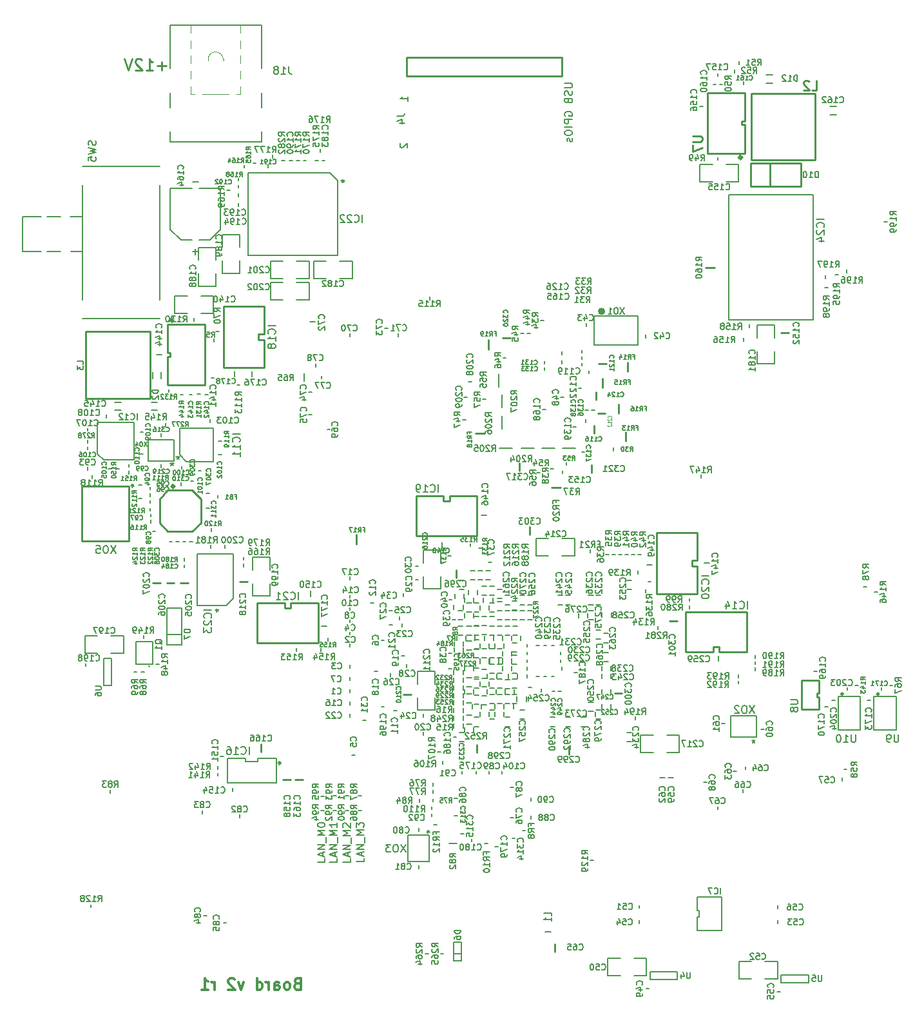
<source format=gbo>
G04 (created by PCBNEW (2013-07-07 BZR 4022)-stable) date 10/02/2015 04:29:17*
%MOIN*%
G04 Gerber Fmt 3.4, Leading zero omitted, Abs format*
%FSLAX34Y34*%
G01*
G70*
G90*
G04 APERTURE LIST*
%ADD10C,0.00590551*%
%ADD11C,0.011811*%
%ADD12C,0.00787402*%
%ADD13C,0.00984252*%
%ADD14C,0.0077*%
%ADD15C,0.0079*%
%ADD16C,0.019685*%
%ADD17C,0.0157*%
%ADD18C,0.01*%
%ADD19C,0.005*%
%ADD20C,0.0039*%
%ADD21C,0.00688976*%
%ADD22C,0.0075*%
G04 APERTURE END LIST*
G54D10*
G54D11*
X81358Y-82724D02*
X81273Y-82753D01*
X81245Y-82781D01*
X81217Y-82837D01*
X81217Y-82921D01*
X81245Y-82978D01*
X81273Y-83006D01*
X81330Y-83034D01*
X81555Y-83034D01*
X81555Y-82443D01*
X81358Y-82443D01*
X81302Y-82471D01*
X81273Y-82500D01*
X81245Y-82556D01*
X81245Y-82612D01*
X81273Y-82668D01*
X81302Y-82696D01*
X81358Y-82724D01*
X81555Y-82724D01*
X80880Y-83034D02*
X80936Y-83006D01*
X80964Y-82978D01*
X80992Y-82921D01*
X80992Y-82753D01*
X80964Y-82696D01*
X80936Y-82668D01*
X80880Y-82640D01*
X80795Y-82640D01*
X80739Y-82668D01*
X80711Y-82696D01*
X80683Y-82753D01*
X80683Y-82921D01*
X80711Y-82978D01*
X80739Y-83006D01*
X80795Y-83034D01*
X80880Y-83034D01*
X80177Y-83034D02*
X80177Y-82724D01*
X80205Y-82668D01*
X80261Y-82640D01*
X80374Y-82640D01*
X80430Y-82668D01*
X80177Y-83006D02*
X80233Y-83034D01*
X80374Y-83034D01*
X80430Y-83006D01*
X80458Y-82949D01*
X80458Y-82893D01*
X80430Y-82837D01*
X80374Y-82809D01*
X80233Y-82809D01*
X80177Y-82781D01*
X79895Y-83034D02*
X79895Y-82640D01*
X79895Y-82753D02*
X79867Y-82696D01*
X79839Y-82668D01*
X79783Y-82640D01*
X79727Y-82640D01*
X79277Y-83034D02*
X79277Y-82443D01*
X79277Y-83006D02*
X79333Y-83034D01*
X79446Y-83034D01*
X79502Y-83006D01*
X79530Y-82978D01*
X79558Y-82921D01*
X79558Y-82753D01*
X79530Y-82696D01*
X79502Y-82668D01*
X79446Y-82640D01*
X79333Y-82640D01*
X79277Y-82668D01*
X78602Y-82640D02*
X78461Y-83034D01*
X78321Y-82640D01*
X78124Y-82500D02*
X78096Y-82471D01*
X78039Y-82443D01*
X77899Y-82443D01*
X77843Y-82471D01*
X77814Y-82500D01*
X77786Y-82556D01*
X77786Y-82612D01*
X77814Y-82696D01*
X78152Y-83034D01*
X77786Y-83034D01*
X77083Y-83034D02*
X77083Y-82640D01*
X77083Y-82753D02*
X77055Y-82696D01*
X77027Y-82668D01*
X76971Y-82640D01*
X76915Y-82640D01*
X76408Y-83034D02*
X76746Y-83034D01*
X76577Y-83034D02*
X76577Y-82443D01*
X76633Y-82528D01*
X76690Y-82584D01*
X76746Y-82612D01*
G54D12*
X84808Y-76232D02*
X84808Y-76420D01*
X84415Y-76420D01*
X84696Y-76120D02*
X84696Y-75932D01*
X84808Y-76157D02*
X84415Y-76026D01*
X84808Y-75895D01*
X84808Y-75764D02*
X84415Y-75764D01*
X84808Y-75539D01*
X84415Y-75539D01*
X84846Y-75445D02*
X84846Y-75145D01*
X84808Y-75051D02*
X84415Y-75051D01*
X84696Y-74920D01*
X84415Y-74789D01*
X84808Y-74789D01*
X84415Y-74639D02*
X84415Y-74395D01*
X84565Y-74526D01*
X84565Y-74470D01*
X84583Y-74433D01*
X84602Y-74414D01*
X84640Y-74395D01*
X84733Y-74395D01*
X84771Y-74414D01*
X84790Y-74433D01*
X84808Y-74470D01*
X84808Y-74583D01*
X84790Y-74620D01*
X84771Y-74639D01*
G54D13*
X74583Y-35289D02*
X74133Y-35289D01*
X74358Y-35514D02*
X74358Y-35064D01*
X73543Y-35514D02*
X73880Y-35514D01*
X73712Y-35514D02*
X73712Y-34924D01*
X73768Y-35008D01*
X73824Y-35064D01*
X73880Y-35092D01*
X73318Y-34980D02*
X73290Y-34952D01*
X73233Y-34924D01*
X73093Y-34924D01*
X73037Y-34952D01*
X73008Y-34980D01*
X72980Y-35036D01*
X72980Y-35092D01*
X73008Y-35177D01*
X73346Y-35514D01*
X72980Y-35514D01*
X72812Y-34924D02*
X72615Y-35514D01*
X72418Y-34924D01*
G54D12*
X82801Y-76240D02*
X82801Y-76428D01*
X82407Y-76428D01*
X82688Y-76128D02*
X82688Y-75940D01*
X82801Y-76165D02*
X82407Y-76034D01*
X82801Y-75903D01*
X82801Y-75772D02*
X82407Y-75772D01*
X82801Y-75547D01*
X82407Y-75547D01*
X82838Y-75453D02*
X82838Y-75153D01*
X82801Y-75059D02*
X82407Y-75059D01*
X82688Y-74928D01*
X82407Y-74797D01*
X82801Y-74797D01*
X82407Y-74534D02*
X82407Y-74497D01*
X82426Y-74459D01*
X82444Y-74440D01*
X82482Y-74422D01*
X82557Y-74403D01*
X82651Y-74403D01*
X82726Y-74422D01*
X82763Y-74440D01*
X82782Y-74459D01*
X82801Y-74497D01*
X82801Y-74534D01*
X82782Y-74572D01*
X82763Y-74590D01*
X82726Y-74609D01*
X82651Y-74628D01*
X82557Y-74628D01*
X82482Y-74609D01*
X82444Y-74590D01*
X82426Y-74572D01*
X82407Y-74534D01*
X83423Y-76240D02*
X83423Y-76428D01*
X83029Y-76428D01*
X83310Y-76128D02*
X83310Y-75940D01*
X83423Y-76165D02*
X83029Y-76034D01*
X83423Y-75903D01*
X83423Y-75772D02*
X83029Y-75772D01*
X83423Y-75547D01*
X83029Y-75547D01*
X83460Y-75453D02*
X83460Y-75153D01*
X83423Y-75059D02*
X83029Y-75059D01*
X83310Y-74928D01*
X83029Y-74797D01*
X83423Y-74797D01*
X83423Y-74403D02*
X83423Y-74628D01*
X83423Y-74515D02*
X83029Y-74515D01*
X83085Y-74553D01*
X83123Y-74590D01*
X83141Y-74628D01*
X84112Y-76260D02*
X84112Y-76447D01*
X83718Y-76447D01*
X83999Y-76147D02*
X83999Y-75960D01*
X84112Y-76185D02*
X83718Y-76054D01*
X84112Y-75922D01*
X84112Y-75791D02*
X83718Y-75791D01*
X84112Y-75566D01*
X83718Y-75566D01*
X84149Y-75473D02*
X84149Y-75173D01*
X84112Y-75079D02*
X83718Y-75079D01*
X83999Y-74948D01*
X83718Y-74816D01*
X84112Y-74816D01*
X83755Y-74648D02*
X83737Y-74629D01*
X83718Y-74591D01*
X83718Y-74498D01*
X83737Y-74460D01*
X83755Y-74441D01*
X83793Y-74423D01*
X83830Y-74423D01*
X83887Y-74441D01*
X84112Y-74666D01*
X84112Y-74423D01*
X95198Y-36177D02*
X95517Y-36177D01*
X95554Y-36196D01*
X95573Y-36214D01*
X95592Y-36252D01*
X95592Y-36327D01*
X95573Y-36364D01*
X95554Y-36383D01*
X95517Y-36402D01*
X95198Y-36402D01*
X95573Y-36571D02*
X95592Y-36627D01*
X95592Y-36721D01*
X95573Y-36758D01*
X95554Y-36777D01*
X95517Y-36796D01*
X95479Y-36796D01*
X95442Y-36777D01*
X95423Y-36758D01*
X95404Y-36721D01*
X95386Y-36646D01*
X95367Y-36608D01*
X95348Y-36589D01*
X95311Y-36571D01*
X95273Y-36571D01*
X95236Y-36589D01*
X95217Y-36608D01*
X95198Y-36646D01*
X95198Y-36739D01*
X95217Y-36796D01*
X95386Y-37095D02*
X95404Y-37152D01*
X95423Y-37170D01*
X95461Y-37189D01*
X95517Y-37189D01*
X95554Y-37170D01*
X95573Y-37152D01*
X95592Y-37114D01*
X95592Y-36964D01*
X95198Y-36964D01*
X95198Y-37095D01*
X95217Y-37133D01*
X95236Y-37152D01*
X95273Y-37170D01*
X95311Y-37170D01*
X95348Y-37152D01*
X95367Y-37133D01*
X95386Y-37095D01*
X95386Y-36964D01*
X95217Y-37864D02*
X95198Y-37827D01*
X95198Y-37770D01*
X95217Y-37714D01*
X95254Y-37677D01*
X95292Y-37658D01*
X95367Y-37639D01*
X95423Y-37639D01*
X95498Y-37658D01*
X95536Y-37677D01*
X95573Y-37714D01*
X95592Y-37770D01*
X95592Y-37808D01*
X95573Y-37864D01*
X95554Y-37883D01*
X95423Y-37883D01*
X95423Y-37808D01*
X95592Y-38052D02*
X95198Y-38052D01*
X95198Y-38202D01*
X95217Y-38239D01*
X95236Y-38258D01*
X95273Y-38277D01*
X95329Y-38277D01*
X95367Y-38258D01*
X95386Y-38239D01*
X95404Y-38202D01*
X95404Y-38052D01*
X95592Y-38445D02*
X95198Y-38445D01*
X95198Y-38708D02*
X95198Y-38783D01*
X95217Y-38820D01*
X95254Y-38858D01*
X95329Y-38877D01*
X95461Y-38877D01*
X95536Y-38858D01*
X95573Y-38820D01*
X95592Y-38783D01*
X95592Y-38708D01*
X95573Y-38670D01*
X95536Y-38633D01*
X95461Y-38614D01*
X95329Y-38614D01*
X95254Y-38633D01*
X95217Y-38670D01*
X95198Y-38708D01*
X95573Y-39026D02*
X95592Y-39064D01*
X95592Y-39139D01*
X95573Y-39176D01*
X95536Y-39195D01*
X95517Y-39195D01*
X95479Y-39176D01*
X95461Y-39139D01*
X95461Y-39083D01*
X95442Y-39045D01*
X95404Y-39026D01*
X95386Y-39026D01*
X95348Y-39045D01*
X95329Y-39083D01*
X95329Y-39139D01*
X95348Y-39176D01*
G54D14*
X77263Y-57617D02*
X77263Y-57461D01*
G54D15*
X89212Y-75492D02*
X89606Y-75492D01*
X81712Y-51180D02*
X81712Y-51574D01*
G54D12*
X94488Y-80039D02*
X94173Y-80039D01*
G54D13*
X75708Y-62007D02*
X75314Y-62007D01*
X75000Y-62007D02*
X74606Y-62007D01*
X74291Y-62007D02*
X73897Y-62007D01*
X78385Y-61929D02*
X78779Y-61929D01*
X94685Y-81062D02*
X94685Y-80669D01*
G54D10*
X75275Y-55374D02*
X75629Y-55728D01*
X75629Y-55728D02*
X77007Y-55728D01*
X75275Y-53996D02*
X75275Y-55374D01*
X77007Y-55728D02*
X77007Y-53996D01*
X77007Y-53996D02*
X75275Y-53996D01*
G54D13*
X70217Y-57008D02*
X72657Y-57008D01*
X72657Y-57008D02*
X72657Y-59842D01*
X72657Y-59842D02*
X70217Y-59842D01*
X70217Y-59842D02*
X70217Y-57008D01*
G54D16*
X97194Y-47972D02*
G75*
G03X97194Y-47972I-88J0D01*
G74*
G01*
G54D12*
X96712Y-49704D02*
X96712Y-48208D01*
X96712Y-48208D02*
X98996Y-48208D01*
X98996Y-48208D02*
X98996Y-49704D01*
X98996Y-49704D02*
X96712Y-49704D01*
G54D17*
X74995Y-57019D02*
G75*
G03X74995Y-57019I-62J0D01*
G74*
G01*
G54D18*
X74253Y-57689D02*
X74253Y-58899D01*
X74253Y-58899D02*
X74657Y-59352D01*
X74657Y-59352D02*
X75917Y-59352D01*
X75917Y-59352D02*
X76399Y-58899D01*
X76399Y-58899D02*
X76399Y-57679D01*
X76399Y-57679D02*
X75917Y-57216D01*
X75917Y-57216D02*
X74667Y-57226D01*
X74667Y-57226D02*
X74253Y-57689D01*
G54D12*
X91712Y-68248D02*
X91948Y-68248D01*
X91712Y-67775D02*
X91948Y-67775D01*
X90885Y-68523D02*
X90885Y-68287D01*
X90413Y-68523D02*
X90413Y-68287D01*
X91712Y-66673D02*
X91948Y-66673D01*
X91712Y-66200D02*
X91948Y-66200D01*
X90807Y-67106D02*
X90807Y-67342D01*
X91279Y-67106D02*
X91279Y-67342D01*
X90531Y-63523D02*
X90767Y-63523D01*
X90531Y-63051D02*
X90767Y-63051D01*
X89468Y-63139D02*
X89468Y-63375D01*
X89940Y-63139D02*
X89940Y-63375D01*
X92066Y-65374D02*
X92066Y-65137D01*
X91594Y-65374D02*
X91594Y-65137D01*
X92460Y-65767D02*
X92460Y-65531D01*
X91988Y-65767D02*
X91988Y-65531D01*
X95492Y-68956D02*
X95255Y-68956D01*
X95492Y-69429D02*
X95255Y-69429D01*
X94468Y-69429D02*
X94704Y-69429D01*
X94468Y-68956D02*
X94704Y-68956D01*
X90019Y-63562D02*
X90019Y-63799D01*
X90492Y-63562D02*
X90492Y-63799D01*
X90807Y-65925D02*
X90807Y-66161D01*
X91279Y-65925D02*
X91279Y-66161D01*
X92342Y-62657D02*
X92106Y-62657D01*
X92342Y-63129D02*
X92106Y-63129D01*
X89980Y-61870D02*
X89744Y-61870D01*
X89980Y-62342D02*
X89744Y-62342D01*
X90531Y-67460D02*
X90767Y-67460D01*
X90531Y-66988D02*
X90767Y-66988D01*
X93523Y-62657D02*
X93287Y-62657D01*
X93523Y-63129D02*
X93287Y-63129D01*
X97066Y-68562D02*
X96830Y-68562D01*
X97066Y-69035D02*
X96830Y-69035D01*
X93129Y-62657D02*
X92893Y-62657D01*
X93129Y-63129D02*
X92893Y-63129D01*
X91476Y-63011D02*
X91476Y-62775D01*
X91003Y-63011D02*
X91003Y-62775D01*
X95492Y-62657D02*
X95255Y-62657D01*
X95492Y-63129D02*
X95255Y-63129D01*
X97066Y-62657D02*
X96830Y-62657D01*
X97066Y-63129D02*
X96830Y-63129D01*
X96673Y-62657D02*
X96437Y-62657D01*
X96673Y-63129D02*
X96437Y-63129D01*
X95098Y-62657D02*
X94862Y-62657D01*
X95098Y-63129D02*
X94862Y-63129D01*
X92893Y-69035D02*
X93129Y-69035D01*
X92893Y-68562D02*
X93129Y-68562D01*
X97578Y-67736D02*
X97578Y-67500D01*
X97106Y-67736D02*
X97106Y-67500D01*
X97578Y-66948D02*
X97578Y-66712D01*
X97106Y-66948D02*
X97106Y-66712D01*
X97578Y-66555D02*
X97578Y-66318D01*
X97106Y-66555D02*
X97106Y-66318D01*
X98415Y-70216D02*
X98651Y-70216D01*
X98415Y-69744D02*
X98651Y-69744D01*
X90807Y-65137D02*
X90807Y-65374D01*
X91279Y-65137D02*
X91279Y-65374D01*
X90807Y-63169D02*
X90807Y-63405D01*
X91279Y-63169D02*
X91279Y-63405D01*
X92106Y-69429D02*
X92342Y-69429D01*
X92106Y-68956D02*
X92342Y-68956D01*
X90531Y-69429D02*
X90767Y-69429D01*
X90531Y-68956D02*
X90767Y-68956D01*
X91555Y-68562D02*
X91318Y-68562D01*
X91555Y-69035D02*
X91318Y-69035D01*
X97578Y-68523D02*
X97578Y-68287D01*
X97106Y-68523D02*
X97106Y-68287D01*
X90807Y-68690D02*
X90807Y-68927D01*
X91279Y-68690D02*
X91279Y-68927D01*
X91161Y-67381D02*
X90925Y-67381D01*
X91161Y-67854D02*
X90925Y-67854D01*
X91318Y-66673D02*
X91555Y-66673D01*
X91318Y-66200D02*
X91555Y-66200D01*
X89744Y-70216D02*
X89980Y-70216D01*
X89744Y-69744D02*
X89980Y-69744D01*
X96043Y-69429D02*
X96279Y-69429D01*
X96043Y-68956D02*
X96279Y-68956D01*
X97066Y-64429D02*
X96830Y-64429D01*
X97066Y-64901D02*
X96830Y-64901D01*
X97224Y-66082D02*
X97460Y-66082D01*
X97224Y-65610D02*
X97460Y-65610D01*
X97460Y-64625D02*
X97224Y-64625D01*
X97460Y-65098D02*
X97224Y-65098D01*
X97606Y-63787D02*
X97606Y-63551D01*
X97133Y-63787D02*
X97133Y-63551D01*
X98661Y-61870D02*
X98425Y-61870D01*
X98661Y-62342D02*
X98425Y-62342D01*
X91948Y-63444D02*
X91712Y-63444D01*
X91948Y-63917D02*
X91712Y-63917D01*
X96437Y-68641D02*
X96673Y-68641D01*
X96437Y-68169D02*
X96673Y-68169D01*
X96673Y-63444D02*
X96437Y-63444D01*
X96673Y-63917D02*
X96437Y-63917D01*
X92066Y-68523D02*
X92066Y-68287D01*
X91594Y-68523D02*
X91594Y-68287D01*
X96397Y-63799D02*
X96397Y-63562D01*
X95925Y-63799D02*
X95925Y-63562D01*
X92342Y-63444D02*
X92106Y-63444D01*
X92342Y-63917D02*
X92106Y-63917D01*
X91594Y-68681D02*
X91594Y-68917D01*
X92066Y-68681D02*
X92066Y-68917D01*
X96791Y-68917D02*
X96791Y-68681D01*
X96318Y-68917D02*
X96318Y-68681D01*
G54D18*
X79645Y-50866D02*
X79645Y-49448D01*
X79645Y-49448D02*
X79369Y-49448D01*
X79369Y-49448D02*
X79369Y-49133D01*
X79369Y-49133D02*
X79645Y-49133D01*
X79645Y-49133D02*
X79645Y-47716D01*
X79645Y-47716D02*
X77558Y-47716D01*
X77558Y-47716D02*
X77558Y-50866D01*
X77558Y-50866D02*
X79645Y-50866D01*
X82441Y-63031D02*
X81023Y-63031D01*
X81023Y-63031D02*
X81023Y-63307D01*
X81023Y-63307D02*
X80708Y-63307D01*
X80708Y-63307D02*
X80708Y-63031D01*
X80708Y-63031D02*
X79291Y-63031D01*
X79291Y-63031D02*
X79291Y-65118D01*
X79291Y-65118D02*
X82441Y-65118D01*
X82441Y-65118D02*
X82441Y-63031D01*
X90657Y-57496D02*
X89239Y-57496D01*
X89239Y-57496D02*
X89239Y-57772D01*
X89239Y-57772D02*
X88924Y-57772D01*
X88924Y-57772D02*
X88924Y-57496D01*
X88924Y-57496D02*
X87507Y-57496D01*
X87507Y-57496D02*
X87507Y-59583D01*
X87507Y-59583D02*
X90657Y-59583D01*
X90657Y-59583D02*
X90657Y-57496D01*
X102057Y-62569D02*
X102057Y-61151D01*
X102057Y-61151D02*
X101781Y-61151D01*
X101781Y-61151D02*
X101781Y-60836D01*
X101781Y-60836D02*
X102057Y-60836D01*
X102057Y-60836D02*
X102057Y-59419D01*
X102057Y-59419D02*
X99970Y-59419D01*
X99970Y-59419D02*
X99970Y-62569D01*
X99970Y-62569D02*
X102057Y-62569D01*
G54D13*
X106377Y-49074D02*
X106771Y-49074D01*
G54D19*
X79984Y-46276D02*
X79984Y-45376D01*
X79984Y-45376D02*
X80634Y-45376D01*
X81334Y-46276D02*
X81984Y-46276D01*
X81984Y-46276D02*
X81984Y-45376D01*
X81984Y-45376D02*
X81334Y-45376D01*
X80634Y-46276D02*
X79984Y-46276D01*
X79984Y-47379D02*
X79984Y-46479D01*
X79984Y-46479D02*
X80634Y-46479D01*
X81334Y-47379D02*
X81984Y-47379D01*
X81984Y-47379D02*
X81984Y-46479D01*
X81984Y-46479D02*
X81334Y-46479D01*
X80634Y-47379D02*
X79984Y-47379D01*
X77142Y-46669D02*
X76242Y-46669D01*
X76242Y-46669D02*
X76242Y-46019D01*
X77142Y-45319D02*
X77142Y-44669D01*
X77142Y-44669D02*
X76242Y-44669D01*
X76242Y-44669D02*
X76242Y-45319D01*
X77142Y-46019D02*
X77142Y-46669D01*
X78402Y-46000D02*
X77502Y-46000D01*
X77502Y-46000D02*
X77502Y-45350D01*
X78402Y-44650D02*
X78402Y-44000D01*
X78402Y-44000D02*
X77502Y-44000D01*
X77502Y-44000D02*
X77502Y-44650D01*
X78402Y-45350D02*
X78402Y-46000D01*
G54D12*
X77677Y-63188D02*
X76181Y-63188D01*
X78070Y-62795D02*
X77677Y-63188D01*
X78070Y-62795D02*
X78070Y-60511D01*
X78070Y-60511D02*
X76181Y-60511D01*
X76181Y-60511D02*
X76181Y-63188D01*
G54D14*
X75511Y-61219D02*
X75511Y-61063D01*
G54D13*
X79488Y-70354D02*
X79488Y-70748D01*
X81259Y-72165D02*
X81653Y-72165D01*
X80629Y-72165D02*
X81023Y-72165D01*
G54D12*
X91161Y-65413D02*
X90925Y-65413D01*
X91161Y-65885D02*
X90925Y-65885D01*
X91781Y-66161D02*
X91781Y-65925D01*
X91309Y-66161D02*
X91309Y-65925D01*
X90374Y-65019D02*
X90137Y-65019D01*
X90374Y-65492D02*
X90137Y-65492D01*
X89931Y-64232D02*
X89694Y-64232D01*
X89931Y-64704D02*
X89694Y-64704D01*
X90098Y-64980D02*
X90098Y-64744D01*
X89625Y-64980D02*
X89625Y-64744D01*
X91948Y-65413D02*
X91712Y-65413D01*
X91948Y-65885D02*
X91712Y-65885D01*
X90570Y-64980D02*
X90570Y-64744D01*
X90098Y-64980D02*
X90098Y-64744D01*
X90216Y-62381D02*
X90216Y-62618D01*
X90688Y-62381D02*
X90688Y-62618D01*
X91712Y-64704D02*
X91948Y-64704D01*
X91712Y-64232D02*
X91948Y-64232D01*
X91043Y-64744D02*
X91043Y-64980D01*
X91515Y-64744D02*
X91515Y-64980D01*
X90767Y-64232D02*
X90531Y-64232D01*
X90767Y-64704D02*
X90531Y-64704D01*
X91988Y-64980D02*
X91988Y-64744D01*
X91515Y-64980D02*
X91515Y-64744D01*
X90492Y-63011D02*
X90492Y-62775D01*
X90019Y-63011D02*
X90019Y-62775D01*
X89970Y-65265D02*
X89970Y-65029D01*
X89498Y-65265D02*
X89498Y-65029D01*
X91555Y-65413D02*
X91318Y-65413D01*
X91555Y-65885D02*
X91318Y-65885D01*
X90374Y-64232D02*
X90137Y-64232D01*
X90374Y-64704D02*
X90137Y-64704D01*
X91318Y-63523D02*
X91555Y-63523D01*
X91318Y-63051D02*
X91555Y-63051D01*
X91122Y-61860D02*
X91358Y-61860D01*
X91122Y-61387D02*
X91358Y-61387D01*
X90137Y-63523D02*
X90374Y-63523D01*
X90137Y-63051D02*
X90374Y-63051D01*
X90974Y-63011D02*
X90974Y-62775D01*
X90501Y-63011D02*
X90501Y-62775D01*
X91555Y-63759D02*
X91318Y-63759D01*
X91555Y-64232D02*
X91318Y-64232D01*
X90334Y-61860D02*
X90570Y-61860D01*
X90334Y-61387D02*
X90570Y-61387D01*
X89990Y-62814D02*
X89990Y-62578D01*
X89517Y-62814D02*
X89517Y-62578D01*
X91161Y-62175D02*
X90925Y-62175D01*
X91161Y-62647D02*
X90925Y-62647D01*
X89931Y-63444D02*
X89694Y-63444D01*
X89931Y-63917D02*
X89694Y-63917D01*
X90728Y-61860D02*
X90964Y-61860D01*
X90728Y-61387D02*
X90964Y-61387D01*
X91161Y-64222D02*
X90925Y-64222D01*
X91161Y-64694D02*
X90925Y-64694D01*
X92765Y-64232D02*
X92529Y-64232D01*
X92765Y-64704D02*
X92529Y-64704D01*
X93287Y-63917D02*
X93523Y-63917D01*
X93287Y-63444D02*
X93523Y-63444D01*
X92893Y-63917D02*
X93129Y-63917D01*
X92893Y-63444D02*
X93129Y-63444D01*
X92342Y-64232D02*
X92106Y-64232D01*
X92342Y-64704D02*
X92106Y-64704D01*
X92736Y-62933D02*
X92500Y-62933D01*
X92736Y-63405D02*
X92500Y-63405D01*
X92736Y-63444D02*
X92500Y-63444D01*
X92736Y-63917D02*
X92500Y-63917D01*
X91712Y-62824D02*
X91948Y-62824D01*
X91712Y-62352D02*
X91948Y-62352D01*
X91948Y-62972D02*
X91712Y-62972D01*
X91948Y-63444D02*
X91712Y-63444D01*
X92460Y-64980D02*
X92460Y-64744D01*
X91988Y-64980D02*
X91988Y-64744D01*
X91555Y-62175D02*
X91318Y-62175D01*
X91555Y-62647D02*
X91318Y-62647D01*
X90767Y-63730D02*
X90531Y-63730D01*
X90767Y-64202D02*
X90531Y-64202D01*
X91555Y-64232D02*
X91318Y-64232D01*
X91555Y-64704D02*
X91318Y-64704D01*
X90767Y-65413D02*
X90531Y-65413D01*
X90767Y-65885D02*
X90531Y-65885D01*
X91161Y-63750D02*
X90925Y-63750D01*
X91161Y-64222D02*
X90925Y-64222D01*
X91948Y-66988D02*
X91712Y-66988D01*
X91948Y-67460D02*
X91712Y-67460D01*
X92342Y-66998D02*
X92106Y-66998D01*
X92342Y-67470D02*
X92106Y-67470D01*
X90925Y-68326D02*
X91161Y-68326D01*
X90925Y-67854D02*
X91161Y-67854D01*
X92736Y-67775D02*
X92500Y-67775D01*
X92736Y-68248D02*
X92500Y-68248D01*
X89940Y-69114D02*
X89940Y-68877D01*
X89468Y-69114D02*
X89468Y-68877D01*
X92066Y-68287D02*
X92066Y-68523D01*
X92539Y-68287D02*
X92539Y-68523D01*
X90374Y-68848D02*
X90137Y-68848D01*
X90374Y-69320D02*
X90137Y-69320D01*
X92736Y-67893D02*
X92736Y-68129D01*
X93208Y-67893D02*
X93208Y-68129D01*
X90492Y-69704D02*
X90492Y-69468D01*
X90019Y-69704D02*
X90019Y-69468D01*
X89940Y-68326D02*
X89940Y-68090D01*
X89468Y-68326D02*
X89468Y-68090D01*
X92342Y-67775D02*
X92106Y-67775D01*
X92342Y-68248D02*
X92106Y-68248D01*
X91171Y-67500D02*
X91171Y-67736D01*
X91643Y-67500D02*
X91643Y-67736D01*
X91988Y-66318D02*
X91988Y-66555D01*
X92460Y-66318D02*
X92460Y-66555D01*
X92293Y-66712D02*
X92293Y-66948D01*
X92765Y-66712D02*
X92765Y-66948D01*
X92736Y-65728D02*
X92500Y-65728D01*
X92736Y-66200D02*
X92500Y-66200D01*
X92500Y-65580D02*
X92736Y-65580D01*
X92500Y-65108D02*
X92736Y-65108D01*
X92460Y-64744D02*
X92460Y-64980D01*
X92933Y-64744D02*
X92933Y-64980D01*
X91043Y-64980D02*
X91043Y-64744D01*
X90570Y-64980D02*
X90570Y-64744D01*
X92736Y-66200D02*
X92500Y-66200D01*
X92736Y-66673D02*
X92500Y-66673D01*
X89970Y-65570D02*
X89970Y-65334D01*
X89498Y-65570D02*
X89498Y-65334D01*
X90531Y-68277D02*
X90767Y-68277D01*
X90531Y-67805D02*
X90767Y-67805D01*
X91555Y-66988D02*
X91318Y-66988D01*
X91555Y-67460D02*
X91318Y-67460D01*
X89940Y-69507D02*
X89940Y-69271D01*
X89468Y-69507D02*
X89468Y-69271D01*
X89940Y-68720D02*
X89940Y-68484D01*
X89468Y-68720D02*
X89468Y-68484D01*
X92500Y-67460D02*
X92736Y-67460D01*
X92500Y-66988D02*
X92736Y-66988D01*
X91318Y-68248D02*
X91555Y-68248D01*
X91318Y-67775D02*
X91555Y-67775D01*
X89940Y-67933D02*
X89940Y-67696D01*
X89468Y-67933D02*
X89468Y-67696D01*
X91643Y-67500D02*
X91643Y-67736D01*
X92116Y-67500D02*
X92116Y-67736D01*
X91161Y-66486D02*
X90925Y-66486D01*
X91161Y-66958D02*
X90925Y-66958D01*
X89940Y-66751D02*
X89940Y-66515D01*
X89468Y-66751D02*
X89468Y-66515D01*
X90492Y-67736D02*
X90492Y-67500D01*
X90019Y-67736D02*
X90019Y-67500D01*
X90374Y-66899D02*
X90137Y-66899D01*
X90374Y-67372D02*
X90137Y-67372D01*
X89940Y-67539D02*
X89940Y-67303D01*
X89468Y-67539D02*
X89468Y-67303D01*
X90492Y-66555D02*
X90492Y-66318D01*
X90019Y-66555D02*
X90019Y-66318D01*
X91988Y-65925D02*
X91988Y-66161D01*
X92460Y-65925D02*
X92460Y-66161D01*
X91673Y-66948D02*
X91673Y-66712D01*
X91200Y-66948D02*
X91200Y-66712D01*
X90767Y-66397D02*
X90531Y-66397D01*
X90767Y-66870D02*
X90531Y-66870D01*
X90374Y-67746D02*
X90137Y-67746D01*
X90374Y-68218D02*
X90137Y-68218D01*
X89940Y-67145D02*
X89940Y-66909D01*
X89468Y-67145D02*
X89468Y-66909D01*
X90531Y-65433D02*
X90767Y-65433D01*
X90531Y-64960D02*
X90767Y-64960D01*
X92116Y-67500D02*
X92116Y-67736D01*
X92588Y-67500D02*
X92588Y-67736D01*
X74645Y-64685D02*
X75393Y-64685D01*
X74606Y-63307D02*
X75393Y-63307D01*
X75393Y-63307D02*
X75393Y-65196D01*
X75393Y-65196D02*
X74606Y-65196D01*
X74606Y-65196D02*
X74606Y-63307D01*
X89448Y-81181D02*
X89842Y-81181D01*
X89448Y-80590D02*
X89448Y-81535D01*
X89448Y-81535D02*
X89842Y-81535D01*
X89842Y-81535D02*
X89842Y-80590D01*
X89842Y-80590D02*
X89448Y-80590D01*
X79330Y-71082D02*
X80275Y-71082D01*
X79330Y-71082D02*
X79330Y-71240D01*
X79330Y-71240D02*
X78700Y-71240D01*
X78700Y-71240D02*
X78700Y-71082D01*
X78700Y-71082D02*
X77755Y-71082D01*
X80275Y-72342D02*
X80275Y-71082D01*
X80275Y-72342D02*
X77755Y-72342D01*
X77755Y-72342D02*
X77755Y-71082D01*
X102066Y-78948D02*
X102066Y-78240D01*
X102066Y-78240D02*
X103326Y-78240D01*
X103326Y-78240D02*
X103326Y-79972D01*
X103326Y-79972D02*
X102066Y-79972D01*
X102066Y-79972D02*
X102066Y-79263D01*
X102066Y-79263D02*
X102145Y-79263D01*
X102145Y-79263D02*
X102145Y-78948D01*
X102145Y-78948D02*
X102066Y-78948D01*
G54D14*
X95689Y-66633D02*
X95845Y-66633D01*
X89359Y-66456D02*
X89203Y-66456D01*
X89439Y-69980D02*
X89595Y-69980D01*
X91426Y-60944D02*
X91270Y-60944D01*
X89203Y-65629D02*
X89359Y-65629D01*
X89546Y-63897D02*
X89390Y-63897D01*
X89213Y-62874D02*
X89369Y-62874D01*
X78011Y-72618D02*
X78011Y-72774D01*
X75796Y-59877D02*
X75952Y-59877D01*
X75346Y-56827D02*
X75346Y-56983D01*
X76810Y-58129D02*
X76654Y-58129D01*
X76810Y-57362D02*
X76654Y-57362D01*
X76003Y-56732D02*
X75847Y-56732D01*
X82794Y-40177D02*
X82638Y-40177D01*
X93976Y-67481D02*
X93976Y-67637D01*
X95018Y-67618D02*
X94862Y-67618D01*
X94703Y-67618D02*
X94547Y-67618D01*
X94508Y-65255D02*
X94664Y-65255D01*
X94114Y-65255D02*
X94270Y-65255D01*
X93721Y-65255D02*
X93877Y-65255D01*
X94980Y-65571D02*
X94980Y-65727D01*
X94980Y-65965D02*
X94980Y-66121D01*
X95059Y-66349D02*
X95059Y-66505D01*
X94664Y-66830D02*
X94508Y-66830D01*
X93877Y-66830D02*
X93721Y-66830D01*
X94270Y-66830D02*
X94114Y-66830D01*
X93238Y-66515D02*
X93238Y-66359D01*
X93238Y-66908D02*
X93238Y-66752D01*
X93337Y-67421D02*
X93493Y-67421D01*
X93238Y-65324D02*
X93238Y-65168D01*
X93238Y-66121D02*
X93238Y-65965D01*
X93238Y-65727D02*
X93238Y-65571D01*
X94211Y-53031D02*
X94055Y-53031D01*
X95059Y-50512D02*
X95059Y-50668D01*
X88326Y-73937D02*
X88326Y-74093D01*
X89901Y-71733D02*
X89901Y-71889D01*
X92382Y-72578D02*
X92538Y-72578D01*
X93444Y-74211D02*
X93444Y-74055D01*
X89488Y-73129D02*
X89644Y-73129D01*
X93444Y-73266D02*
X93444Y-73110D01*
X92481Y-75196D02*
X92637Y-75196D01*
X89644Y-74055D02*
X89488Y-74055D01*
X91595Y-75629D02*
X91751Y-75629D01*
X89823Y-74980D02*
X89979Y-74980D01*
X90393Y-75236D02*
X90393Y-75392D01*
X91948Y-71889D02*
X91948Y-71733D01*
X92538Y-74133D02*
X92382Y-74133D01*
X90610Y-71733D02*
X90610Y-71889D01*
X91279Y-71889D02*
X91279Y-71733D01*
X81969Y-52145D02*
X82125Y-52145D01*
X76870Y-53700D02*
X76870Y-53544D01*
X73326Y-56929D02*
X73170Y-56929D01*
X73759Y-57382D02*
X73759Y-57538D01*
X73878Y-59330D02*
X74034Y-59330D01*
X78377Y-73988D02*
X78377Y-74144D01*
X76440Y-73932D02*
X76440Y-73776D01*
X76688Y-79208D02*
X76532Y-79208D01*
X77700Y-79582D02*
X77544Y-79582D01*
X86850Y-62559D02*
X86850Y-62715D01*
X77538Y-70984D02*
X77382Y-70984D01*
X99389Y-49173D02*
X99389Y-49329D01*
X86752Y-65787D02*
X86908Y-65787D01*
X96318Y-48739D02*
X96318Y-48583D01*
X84084Y-61693D02*
X84084Y-61849D01*
X95786Y-53946D02*
X95630Y-53946D01*
X96260Y-53070D02*
X96416Y-53070D01*
X84764Y-69104D02*
X84920Y-69104D01*
X78326Y-41890D02*
X78326Y-42046D01*
X103937Y-71751D02*
X104093Y-71751D01*
X102538Y-72303D02*
X102382Y-72303D01*
X103110Y-73563D02*
X103110Y-73719D01*
X104409Y-72677D02*
X104409Y-72833D01*
X73775Y-58437D02*
X73775Y-58593D01*
X70511Y-56024D02*
X70511Y-56180D01*
X104547Y-71652D02*
X104547Y-71496D01*
X78326Y-41437D02*
X78326Y-41593D01*
X72657Y-56022D02*
X72657Y-55866D01*
X71595Y-56122D02*
X71751Y-56122D01*
X70511Y-54961D02*
X70511Y-55117D01*
X70511Y-53996D02*
X70511Y-54152D01*
X71496Y-53327D02*
X71496Y-53483D01*
X73404Y-54212D02*
X73248Y-54212D01*
X73248Y-55354D02*
X73404Y-55354D01*
X73759Y-57736D02*
X73759Y-57892D01*
X84074Y-49114D02*
X84074Y-49270D01*
X86594Y-49270D02*
X86594Y-49114D01*
X87657Y-74841D02*
X87657Y-74685D01*
X87657Y-76614D02*
X87657Y-76770D01*
X82312Y-50835D02*
X82312Y-50679D01*
X82618Y-51455D02*
X82618Y-51299D01*
X86058Y-48858D02*
X85902Y-48858D01*
X83070Y-54094D02*
X82914Y-54094D01*
X105355Y-69582D02*
X105511Y-69582D01*
X106216Y-79597D02*
X106216Y-79441D01*
X106212Y-78833D02*
X106212Y-78677D01*
X99059Y-78662D02*
X99059Y-78818D01*
X99062Y-79453D02*
X99062Y-79609D01*
X109547Y-72087D02*
X109547Y-72243D01*
X103487Y-69283D02*
X103331Y-69283D01*
X81969Y-53326D02*
X82125Y-53326D01*
X95059Y-50040D02*
X95059Y-50196D01*
X96446Y-51034D02*
X96446Y-51190D01*
X96279Y-53700D02*
X96279Y-53544D01*
X96062Y-51948D02*
X95906Y-51948D01*
X95000Y-52411D02*
X95156Y-52411D01*
X96073Y-55236D02*
X96229Y-55236D01*
X96595Y-53070D02*
X96751Y-53070D01*
X94153Y-50866D02*
X94153Y-51022D01*
X75393Y-55965D02*
X75393Y-56121D01*
X76240Y-56220D02*
X76396Y-56220D01*
X77303Y-55393D02*
X77459Y-55393D01*
X94153Y-50532D02*
X94153Y-50688D01*
X84084Y-63268D02*
X84084Y-63424D01*
X84084Y-63898D02*
X84084Y-64054D01*
X85709Y-64980D02*
X85865Y-64980D01*
X86791Y-64114D02*
X86791Y-64270D01*
X86288Y-64192D02*
X86132Y-64192D01*
X84084Y-64528D02*
X84084Y-64684D01*
X84084Y-65158D02*
X84084Y-65314D01*
X85511Y-66574D02*
X85355Y-66574D01*
X85324Y-63031D02*
X85168Y-63031D01*
X86359Y-68622D02*
X86515Y-68622D01*
X84084Y-66890D02*
X84084Y-67046D01*
X84183Y-70925D02*
X84339Y-70925D01*
X84084Y-66260D02*
X84084Y-66416D01*
X84084Y-67520D02*
X84084Y-67676D01*
X84084Y-62638D02*
X84084Y-62794D01*
X84084Y-68150D02*
X84084Y-68306D01*
X86663Y-63740D02*
X86663Y-63896D01*
X86122Y-63444D02*
X86278Y-63444D01*
X87637Y-61830D02*
X87481Y-61830D01*
X77637Y-60196D02*
X77637Y-60040D01*
X87874Y-69881D02*
X87874Y-69725D01*
X78326Y-42382D02*
X78326Y-42538D01*
X79842Y-40550D02*
X79842Y-40394D01*
X81121Y-40177D02*
X80965Y-40177D01*
X87874Y-68936D02*
X87874Y-68780D01*
X86200Y-66673D02*
X86200Y-66829D01*
X87007Y-66221D02*
X87007Y-66377D01*
X87481Y-61141D02*
X87637Y-61141D01*
X84084Y-68780D02*
X84084Y-68936D01*
X78110Y-51063D02*
X78110Y-51337D01*
X82892Y-64232D02*
X82618Y-64232D01*
X82047Y-62696D02*
X82047Y-62422D01*
X102696Y-60994D02*
X102422Y-60994D01*
X99723Y-61082D02*
X99449Y-61082D01*
X90886Y-58503D02*
X91160Y-58503D01*
X88838Y-59902D02*
X88838Y-60176D01*
X82282Y-48503D02*
X82008Y-48503D01*
X79035Y-51337D02*
X79035Y-51063D01*
X100392Y-72086D02*
X100118Y-72086D01*
X100825Y-72086D02*
X100551Y-72086D01*
G54D12*
X88936Y-81181D02*
X88780Y-81181D01*
X88148Y-81181D02*
X87992Y-81181D01*
X78582Y-61180D02*
X78582Y-61024D01*
X78633Y-40402D02*
X78633Y-40558D01*
X79075Y-40295D02*
X79231Y-40295D01*
X104744Y-48798D02*
X104744Y-48642D01*
X104468Y-49507D02*
X104468Y-49351D01*
X82578Y-65530D02*
X82578Y-65374D01*
X81318Y-65374D02*
X81318Y-65530D01*
X82952Y-64999D02*
X82952Y-64843D01*
X78248Y-51771D02*
X78404Y-51771D01*
X77066Y-49390D02*
X77066Y-49546D01*
X77322Y-48996D02*
X77166Y-48996D01*
X88385Y-73170D02*
X88385Y-73326D01*
X73444Y-66614D02*
X73288Y-66614D01*
X73070Y-66614D02*
X72914Y-66614D01*
X75601Y-59874D02*
X75445Y-59874D01*
X75239Y-59877D02*
X75083Y-59877D01*
X74904Y-59877D02*
X74748Y-59877D01*
X73779Y-58896D02*
X73779Y-58740D01*
X88385Y-72499D02*
X88385Y-72343D01*
X88385Y-72873D02*
X88385Y-72717D01*
X93957Y-48444D02*
X94113Y-48444D01*
X94605Y-56102D02*
X94449Y-56102D01*
X90965Y-52500D02*
X91121Y-52500D01*
X93770Y-56299D02*
X93926Y-56299D01*
X97720Y-55180D02*
X97720Y-55024D01*
X96102Y-50786D02*
X96102Y-50630D01*
X93424Y-49114D02*
X93268Y-49114D01*
X93089Y-49114D02*
X92933Y-49114D01*
X89925Y-53566D02*
X90081Y-53566D01*
X92164Y-50393D02*
X92008Y-50393D01*
X96102Y-49961D02*
X96102Y-50117D01*
X96102Y-50296D02*
X96102Y-50452D01*
X109646Y-71633D02*
X109802Y-71633D01*
X97814Y-60531D02*
X97658Y-60531D01*
X97992Y-60531D02*
X98148Y-60531D01*
X97323Y-60531D02*
X97479Y-60531D01*
X95078Y-56201D02*
X95078Y-56357D01*
X99152Y-60531D02*
X98996Y-60531D01*
X98483Y-60531D02*
X98327Y-60531D01*
X98818Y-60531D02*
X98662Y-60531D01*
X73767Y-58286D02*
X73767Y-58130D01*
X89154Y-60610D02*
X89310Y-60610D01*
X98996Y-61378D02*
X98996Y-61534D01*
X96516Y-76338D02*
X96672Y-76338D01*
X99664Y-61929D02*
X99508Y-61929D01*
X90334Y-59961D02*
X90334Y-60117D01*
X99399Y-62343D02*
X99399Y-62499D01*
X90768Y-60216D02*
X90924Y-60216D01*
X77263Y-71987D02*
X77263Y-71831D01*
X77263Y-71633D02*
X77263Y-71477D01*
X105059Y-65904D02*
X105059Y-65748D01*
X105059Y-66219D02*
X105059Y-66063D01*
X104192Y-67223D02*
X104192Y-67067D01*
X104192Y-66908D02*
X104192Y-66752D01*
X98838Y-68918D02*
X98838Y-69074D01*
X109783Y-45983D02*
X109783Y-45827D01*
X109349Y-46082D02*
X109193Y-46082D01*
X108662Y-46751D02*
X108818Y-46751D01*
X108681Y-46122D02*
X108681Y-46278D01*
X111733Y-43346D02*
X111889Y-43346D01*
X105059Y-66534D02*
X105059Y-66378D01*
X78582Y-60670D02*
X78582Y-60826D01*
X78326Y-41219D02*
X78326Y-41063D01*
X81829Y-40177D02*
X81673Y-40177D01*
X82440Y-40177D02*
X82284Y-40177D01*
X82539Y-39587D02*
X82539Y-39743D01*
X80098Y-39882D02*
X80098Y-40038D01*
X77717Y-41712D02*
X77873Y-41712D01*
X81319Y-40177D02*
X81475Y-40177D01*
X75511Y-60865D02*
X75511Y-60709D01*
X76889Y-60196D02*
X76889Y-60040D01*
X101653Y-62796D02*
X101653Y-62952D01*
X70692Y-78638D02*
X70692Y-78794D01*
X88326Y-73719D02*
X88326Y-73563D01*
X88897Y-71205D02*
X88897Y-71361D01*
X88634Y-70744D02*
X88790Y-70744D01*
X93012Y-74822D02*
X93168Y-74822D01*
X91063Y-75492D02*
X91219Y-75492D01*
X71704Y-72861D02*
X71704Y-72705D01*
X87681Y-73173D02*
X87681Y-73329D01*
X84676Y-73783D02*
X84520Y-73783D01*
X84022Y-73787D02*
X83866Y-73787D01*
X83866Y-73027D02*
X84022Y-73027D01*
X83373Y-73783D02*
X83217Y-73783D01*
X83221Y-73027D02*
X83377Y-73027D01*
X82755Y-73783D02*
X82599Y-73783D01*
X82599Y-73031D02*
X82755Y-73031D01*
X84524Y-73027D02*
X84680Y-73027D01*
X76909Y-59173D02*
X76909Y-59329D01*
X77303Y-54665D02*
X77459Y-54665D01*
X70748Y-56457D02*
X70748Y-56613D01*
X73170Y-57637D02*
X73326Y-57637D01*
X88581Y-74507D02*
X88425Y-74507D01*
X73759Y-57028D02*
X73759Y-57184D01*
G54D15*
X91948Y-52264D02*
X91948Y-52932D01*
X91781Y-51221D02*
X91781Y-51889D01*
X95099Y-55059D02*
X95767Y-55059D01*
X94016Y-55059D02*
X94684Y-55059D01*
X92953Y-55059D02*
X93621Y-55059D01*
X91831Y-55059D02*
X92499Y-55059D01*
X91938Y-53366D02*
X91938Y-54034D01*
G54D14*
X85709Y-68405D02*
X85865Y-68405D01*
G54D12*
X101023Y-82125D02*
X101023Y-82519D01*
X101023Y-82519D02*
X99606Y-82519D01*
X99606Y-82519D02*
X99606Y-82125D01*
X99606Y-82125D02*
X101023Y-82125D01*
X107814Y-82283D02*
X107814Y-82677D01*
X107814Y-82677D02*
X106397Y-82677D01*
X106397Y-82677D02*
X106397Y-82283D01*
X106397Y-82283D02*
X107814Y-82283D01*
X71751Y-67322D02*
X71358Y-67322D01*
X71358Y-67322D02*
X71358Y-65905D01*
X71358Y-65905D02*
X71751Y-65905D01*
X71751Y-65905D02*
X71751Y-67322D01*
G54D19*
X99437Y-81400D02*
X99437Y-82300D01*
X99437Y-82300D02*
X98787Y-82300D01*
X98087Y-81400D02*
X97437Y-81400D01*
X97437Y-81400D02*
X97437Y-82300D01*
X97437Y-82300D02*
X98087Y-82300D01*
X98787Y-81400D02*
X99437Y-81400D01*
X106208Y-81577D02*
X106208Y-82477D01*
X106208Y-82477D02*
X105558Y-82477D01*
X104858Y-81577D02*
X104208Y-81577D01*
X104208Y-81577D02*
X104208Y-82477D01*
X104208Y-82477D02*
X104858Y-82477D01*
X105558Y-81577D02*
X106208Y-81577D01*
G54D14*
X99410Y-82992D02*
X99566Y-82992D01*
X70433Y-66162D02*
X70433Y-66318D01*
X106197Y-83141D02*
X106353Y-83141D01*
G54D19*
X72377Y-64746D02*
X72377Y-65646D01*
X72377Y-65646D02*
X71727Y-65646D01*
X71027Y-64746D02*
X70377Y-64746D01*
X70377Y-64746D02*
X70377Y-65646D01*
X70377Y-65646D02*
X71027Y-65646D01*
X71727Y-64746D02*
X72377Y-64746D01*
G54D18*
X105811Y-41504D02*
X105811Y-40322D01*
X107425Y-41504D02*
X107425Y-40322D01*
X107425Y-40322D02*
X104827Y-40322D01*
X104827Y-40322D02*
X104827Y-41504D01*
X104827Y-41504D02*
X107425Y-41504D01*
G54D15*
X105630Y-35737D02*
X105944Y-35737D01*
X105630Y-36161D02*
X105944Y-36161D01*
G54D12*
X103365Y-36259D02*
X103209Y-36259D01*
X103110Y-40000D02*
X103110Y-40156D01*
X104212Y-35040D02*
X104212Y-35196D01*
X103976Y-35629D02*
X103976Y-35473D01*
G54D17*
X104362Y-40019D02*
G75*
G03X104362Y-40019I-70J0D01*
G74*
G01*
G54D18*
X104508Y-39802D02*
X104508Y-38326D01*
X104508Y-38326D02*
X104370Y-38326D01*
X104370Y-38326D02*
X104370Y-38129D01*
X104370Y-38129D02*
X104508Y-38129D01*
X104508Y-38129D02*
X104508Y-36673D01*
X104508Y-36673D02*
X102578Y-36673D01*
X102578Y-36673D02*
X102578Y-39802D01*
X102578Y-39802D02*
X104508Y-39802D01*
G54D19*
X104188Y-40376D02*
X104188Y-41276D01*
X104188Y-41276D02*
X103538Y-41276D01*
X102838Y-40376D02*
X102188Y-40376D01*
X102188Y-40376D02*
X102188Y-41276D01*
X102188Y-41276D02*
X102838Y-41276D01*
X103538Y-40376D02*
X104188Y-40376D01*
G54D14*
X103030Y-36259D02*
X102874Y-36259D01*
X102185Y-37362D02*
X102341Y-37362D01*
X104468Y-36239D02*
X104468Y-36083D01*
X103110Y-35670D02*
X103110Y-35826D01*
G54D18*
X104842Y-36702D02*
X104842Y-40128D01*
X108150Y-36702D02*
X108150Y-40128D01*
X108150Y-40147D02*
X104842Y-40147D01*
X108150Y-36702D02*
X104842Y-36702D01*
G54D15*
X109251Y-37805D02*
X108937Y-37805D01*
X109251Y-37381D02*
X108937Y-37381D01*
G54D11*
X111439Y-67746D02*
G75*
G03X111439Y-67746I-41J0D01*
G74*
G01*
G54D19*
X112271Y-67865D02*
X112346Y-67865D01*
X112346Y-67865D02*
X112346Y-68615D01*
X112346Y-68615D02*
X112346Y-69615D01*
X112346Y-69615D02*
X111196Y-69615D01*
X111196Y-69615D02*
X111196Y-67865D01*
X111196Y-67865D02*
X111721Y-67865D01*
X111721Y-67865D02*
X112271Y-67865D01*
G54D14*
X112164Y-67303D02*
X112008Y-67303D01*
G54D18*
X108366Y-68533D02*
X108366Y-67903D01*
X108366Y-67903D02*
X108248Y-67903D01*
X108248Y-67903D02*
X108248Y-67706D01*
X108248Y-67706D02*
X108366Y-67706D01*
X108366Y-67706D02*
X108366Y-67037D01*
X108366Y-67037D02*
X107460Y-67037D01*
X107460Y-67037D02*
X107460Y-68533D01*
X107460Y-68533D02*
X108366Y-68533D01*
G54D14*
X108247Y-66574D02*
X108091Y-66574D01*
X108662Y-68425D02*
X108818Y-68425D01*
X111022Y-68070D02*
X110866Y-68070D01*
X111594Y-67402D02*
X111594Y-67558D01*
G54D11*
X109589Y-67746D02*
G75*
G03X109589Y-67746I-41J0D01*
G74*
G01*
G54D19*
X110421Y-67865D02*
X110496Y-67865D01*
X110496Y-67865D02*
X110496Y-68615D01*
X110496Y-68615D02*
X110496Y-69615D01*
X110496Y-69615D02*
X109346Y-69615D01*
X109346Y-69615D02*
X109346Y-67865D01*
X109346Y-67865D02*
X109871Y-67865D01*
X109871Y-67865D02*
X110421Y-67865D01*
G54D14*
X110392Y-67303D02*
X110236Y-67303D01*
X109822Y-67402D02*
X109822Y-67558D01*
X109172Y-68070D02*
X109016Y-68070D01*
G54D12*
X110826Y-62204D02*
X110670Y-62204D01*
X88208Y-47205D02*
X88208Y-47361D01*
X108070Y-41929D02*
X108070Y-48425D01*
X108070Y-48425D02*
X103700Y-48425D01*
X103700Y-48425D02*
X103700Y-41929D01*
X103700Y-41929D02*
X108070Y-41929D01*
G54D17*
X74932Y-48429D02*
G75*
G03X74932Y-48429I-70J0D01*
G74*
G01*
G54D18*
X74645Y-48646D02*
X74645Y-50122D01*
X74645Y-50122D02*
X74783Y-50122D01*
X74783Y-50122D02*
X74783Y-50319D01*
X74783Y-50319D02*
X74645Y-50319D01*
X74645Y-50319D02*
X74645Y-51775D01*
X74645Y-51775D02*
X76575Y-51775D01*
X76575Y-51775D02*
X76575Y-48646D01*
X76575Y-48646D02*
X74645Y-48646D01*
G54D19*
X75023Y-48087D02*
X75023Y-47187D01*
X75023Y-47187D02*
X75673Y-47187D01*
X76373Y-48087D02*
X77023Y-48087D01*
X77023Y-48087D02*
X77023Y-47187D01*
X77023Y-47187D02*
X76373Y-47187D01*
X75673Y-48087D02*
X75023Y-48087D01*
G54D15*
X71929Y-52667D02*
X72243Y-52667D01*
X71929Y-53091D02*
X72243Y-53091D01*
G54D14*
X74369Y-50216D02*
X74095Y-50216D01*
X75780Y-52267D02*
X75936Y-52267D01*
X76189Y-52259D02*
X76345Y-52259D01*
X76027Y-48479D02*
X76027Y-48323D01*
X76914Y-51421D02*
X77070Y-51421D01*
X75311Y-52267D02*
X75467Y-52267D01*
X76755Y-52267D02*
X76599Y-52267D01*
X74724Y-52156D02*
X74724Y-52000D01*
G54D15*
X74321Y-51122D02*
X74321Y-51436D01*
X73897Y-51122D02*
X73897Y-51436D01*
X73819Y-52667D02*
X74133Y-52667D01*
X73819Y-53091D02*
X74133Y-53091D01*
G54D13*
X102480Y-45708D02*
X102952Y-45708D01*
G54D19*
X105140Y-48685D02*
X106040Y-48685D01*
X106040Y-48685D02*
X106040Y-49335D01*
X105140Y-50035D02*
X105140Y-50685D01*
X105140Y-50685D02*
X106040Y-50685D01*
X106040Y-50685D02*
X106040Y-50035D01*
X105140Y-49335D02*
X105140Y-48685D01*
G54D12*
X111221Y-62480D02*
X111377Y-62480D01*
X102244Y-56574D02*
X102244Y-56418D01*
X74055Y-66220D02*
X74211Y-66220D01*
X73405Y-64881D02*
X73405Y-64725D01*
X73728Y-66318D02*
G75*
G03X73728Y-66318I-27J0D01*
G74*
G01*
X73877Y-65059D02*
X73011Y-65059D01*
X73011Y-65059D02*
X73011Y-66200D01*
X73011Y-66200D02*
X73877Y-66200D01*
X73877Y-66200D02*
X73877Y-65059D01*
G54D14*
X95275Y-55924D02*
X95275Y-55768D01*
G54D12*
X71988Y-56122D02*
X72144Y-56122D01*
X72657Y-56221D02*
X72657Y-56377D01*
X78818Y-40826D02*
X83070Y-40826D01*
X78818Y-45078D02*
X78818Y-40826D01*
X83464Y-45078D02*
X78818Y-45078D01*
X83464Y-41220D02*
X83464Y-45078D01*
X83070Y-40826D02*
X83464Y-41220D01*
X70511Y-54607D02*
X70511Y-54763D01*
X74566Y-53740D02*
X74566Y-53896D01*
G54D13*
X93385Y-59122D02*
X93385Y-59515D01*
X86850Y-67771D02*
X87244Y-67771D01*
X89586Y-61732D02*
X89586Y-61338D01*
X95413Y-70492D02*
X95413Y-70885D01*
X90669Y-70393D02*
X90669Y-70787D01*
X97775Y-67716D02*
X98169Y-67716D01*
X101023Y-63976D02*
X100629Y-63976D01*
G54D12*
X75000Y-55669D02*
X75000Y-54606D01*
X75000Y-54606D02*
X73661Y-54606D01*
X73661Y-54606D02*
X73661Y-55708D01*
X73661Y-55708D02*
X75000Y-55708D01*
X75000Y-55708D02*
X75000Y-55669D01*
G54D19*
X87585Y-66594D02*
X88485Y-66594D01*
X88485Y-66594D02*
X88485Y-67244D01*
X87585Y-67944D02*
X87585Y-68594D01*
X87585Y-68594D02*
X88485Y-68594D01*
X88485Y-68594D02*
X88485Y-67944D01*
X87585Y-67244D02*
X87585Y-66594D01*
X99137Y-70784D02*
X99137Y-69884D01*
X99137Y-69884D02*
X99787Y-69884D01*
X100487Y-70784D02*
X101137Y-70784D01*
X101137Y-70784D02*
X101137Y-69884D01*
X101137Y-69884D02*
X100487Y-69884D01*
X99787Y-70784D02*
X99137Y-70784D01*
X88796Y-62318D02*
X87896Y-62318D01*
X87896Y-62318D02*
X87896Y-61668D01*
X88796Y-60968D02*
X88796Y-60318D01*
X88796Y-60318D02*
X87896Y-60318D01*
X87896Y-60318D02*
X87896Y-60968D01*
X88796Y-61668D02*
X88796Y-62318D01*
X95712Y-59723D02*
X95712Y-60623D01*
X95712Y-60623D02*
X95062Y-60623D01*
X94362Y-59723D02*
X93712Y-59723D01*
X93712Y-59723D02*
X93712Y-60623D01*
X93712Y-60623D02*
X94362Y-60623D01*
X95062Y-59723D02*
X95712Y-59723D01*
G54D12*
X105133Y-69944D02*
X105133Y-68881D01*
X105133Y-68881D02*
X103795Y-68881D01*
X103795Y-68881D02*
X103795Y-69984D01*
X103795Y-69984D02*
X105133Y-69984D01*
X105133Y-69984D02*
X105133Y-69944D01*
X88149Y-75059D02*
X87086Y-75059D01*
X87086Y-75059D02*
X87086Y-76397D01*
X87086Y-76397D02*
X88188Y-76397D01*
X88188Y-76397D02*
X88188Y-75059D01*
X88188Y-75059D02*
X88149Y-75059D01*
G54D14*
X74330Y-56042D02*
X74330Y-55886D01*
X74330Y-54272D02*
X74330Y-54428D01*
G54D13*
X98354Y-54688D02*
X98354Y-54216D01*
X98440Y-51086D02*
X98440Y-50614D01*
X97141Y-51909D02*
X97141Y-51437D01*
X97992Y-53248D02*
X97992Y-52775D01*
X92854Y-55826D02*
X92854Y-56220D01*
X92381Y-49330D02*
X91988Y-49330D01*
X96574Y-56299D02*
X96574Y-55905D01*
X96712Y-54283D02*
X96712Y-53889D01*
X97342Y-50688D02*
X96948Y-50688D01*
X96822Y-52535D02*
X96822Y-52141D01*
X84409Y-60000D02*
X84409Y-59527D01*
X90590Y-54271D02*
X91062Y-54271D01*
X91259Y-49933D02*
X91259Y-49460D01*
X95000Y-57086D02*
X94527Y-57086D01*
G54D12*
X96511Y-60272D02*
X96511Y-60428D01*
X69645Y-44881D02*
X70236Y-44881D01*
X68425Y-44881D02*
X69133Y-44881D01*
X67165Y-43070D02*
X67165Y-44881D01*
X67165Y-44881D02*
X68110Y-44881D01*
X69606Y-43070D02*
X70236Y-43070D01*
X68425Y-43070D02*
X69133Y-43070D01*
X67165Y-43070D02*
X68110Y-43070D01*
X70251Y-41456D02*
X70251Y-47362D01*
X74251Y-40472D02*
X70251Y-40472D01*
X74251Y-48346D02*
X70251Y-48346D01*
X74251Y-41456D02*
X74251Y-47362D01*
G54D18*
X73740Y-52470D02*
X73740Y-49044D01*
X70432Y-52470D02*
X70432Y-49044D01*
X70432Y-49025D02*
X73740Y-49025D01*
X70432Y-52470D02*
X73740Y-52470D01*
X101456Y-65590D02*
X102874Y-65590D01*
X102874Y-65590D02*
X102874Y-65314D01*
X102874Y-65314D02*
X103189Y-65314D01*
X103189Y-65314D02*
X103189Y-65590D01*
X103189Y-65590D02*
X104606Y-65590D01*
X104606Y-65590D02*
X104606Y-63503D01*
X104606Y-63503D02*
X101456Y-63503D01*
X101456Y-63503D02*
X101456Y-65590D01*
G54D12*
X100019Y-64252D02*
X100019Y-64408D01*
X101653Y-63345D02*
X101653Y-63189D01*
G54D14*
X103149Y-66042D02*
X103149Y-65768D01*
G54D19*
X82208Y-46276D02*
X82208Y-45376D01*
X82208Y-45376D02*
X82858Y-45376D01*
X83558Y-46276D02*
X84208Y-46276D01*
X84208Y-46276D02*
X84208Y-45376D01*
X84208Y-45376D02*
X83558Y-45376D01*
X82858Y-46276D02*
X82208Y-46276D01*
G54D12*
X80551Y-40177D02*
X80707Y-40177D01*
G54D19*
X79038Y-60692D02*
X79938Y-60692D01*
X79938Y-60692D02*
X79938Y-61342D01*
X79038Y-62042D02*
X79038Y-62692D01*
X79038Y-62692D02*
X79938Y-62692D01*
X79938Y-62692D02*
X79938Y-62042D01*
X79038Y-61342D02*
X79038Y-60692D01*
G54D12*
X71023Y-55334D02*
X71023Y-53720D01*
X71023Y-53720D02*
X72913Y-53720D01*
X72913Y-53720D02*
X72913Y-55649D01*
X72913Y-55649D02*
X71338Y-55649D01*
X71338Y-55649D02*
X71023Y-55334D01*
G54D14*
X90000Y-52401D02*
X90156Y-52401D01*
X90392Y-51614D02*
X90236Y-51614D01*
G54D12*
X79507Y-39208D02*
X79507Y-38681D01*
X79507Y-36669D02*
X79507Y-37456D01*
X79507Y-33185D02*
X79507Y-35409D01*
X74783Y-39204D02*
X74783Y-38677D01*
X74783Y-36669D02*
X74783Y-37456D01*
X74783Y-33185D02*
X74783Y-35409D01*
G54D20*
X77539Y-35015D02*
X77539Y-34936D01*
X76751Y-35015D02*
X76751Y-34936D01*
X76751Y-34956D02*
G75*
G02X77145Y-34562I394J0D01*
G74*
G01*
X77145Y-34562D02*
G75*
G02X77539Y-34956I0J-394D01*
G74*
G01*
X76456Y-36728D02*
X77834Y-36728D01*
X78425Y-36728D02*
X78228Y-36728D01*
X75865Y-36728D02*
X76062Y-36728D01*
X78425Y-35547D02*
X78425Y-35941D01*
X78425Y-34760D02*
X78425Y-35153D01*
X78425Y-33972D02*
X78425Y-34366D01*
X78425Y-33185D02*
X78425Y-33578D01*
X75865Y-33185D02*
X75865Y-33578D01*
X75865Y-34366D02*
X75865Y-33972D01*
X75865Y-35152D02*
X75865Y-34759D01*
X75865Y-35940D02*
X75865Y-35546D01*
X78425Y-36728D02*
X78425Y-36334D01*
X75865Y-36728D02*
X75865Y-36334D01*
G54D12*
X74783Y-33185D02*
X79507Y-33185D01*
X79507Y-39208D02*
X74783Y-39208D01*
G54D13*
X96909Y-53248D02*
X97303Y-53248D01*
G54D18*
X95039Y-35826D02*
X95039Y-34842D01*
X95039Y-34842D02*
X87007Y-34842D01*
X87007Y-35826D02*
X87007Y-34842D01*
X95023Y-35826D02*
X87023Y-35826D01*
G54D12*
X76299Y-41614D02*
X77401Y-41614D01*
X74803Y-41614D02*
X75905Y-41614D01*
X76299Y-44291D02*
X76850Y-44291D01*
X75354Y-44291D02*
X75905Y-44291D01*
X76850Y-44291D02*
X77401Y-43740D01*
X74803Y-43740D02*
X75354Y-44291D01*
X77401Y-41614D02*
X77401Y-43740D01*
X74803Y-41614D02*
X74803Y-43740D01*
G54D10*
X78153Y-57550D02*
X78232Y-57550D01*
X78232Y-57674D02*
X78232Y-57438D01*
X78119Y-57438D01*
X77951Y-57550D02*
X77917Y-57561D01*
X77906Y-57573D01*
X77894Y-57595D01*
X77894Y-57629D01*
X77906Y-57651D01*
X77917Y-57663D01*
X77939Y-57674D01*
X78029Y-57674D01*
X78029Y-57438D01*
X77951Y-57438D01*
X77928Y-57449D01*
X77917Y-57460D01*
X77906Y-57483D01*
X77906Y-57505D01*
X77917Y-57528D01*
X77928Y-57539D01*
X77951Y-57550D01*
X78029Y-57550D01*
X77669Y-57674D02*
X77804Y-57674D01*
X77737Y-57674D02*
X77737Y-57438D01*
X77759Y-57471D01*
X77782Y-57494D01*
X77804Y-57505D01*
G54D12*
X89556Y-76185D02*
X89406Y-76080D01*
X89556Y-76005D02*
X89241Y-76005D01*
X89241Y-76125D01*
X89256Y-76155D01*
X89271Y-76170D01*
X89301Y-76185D01*
X89346Y-76185D01*
X89376Y-76170D01*
X89391Y-76155D01*
X89406Y-76125D01*
X89406Y-76005D01*
X89376Y-76365D02*
X89361Y-76335D01*
X89346Y-76320D01*
X89316Y-76305D01*
X89301Y-76305D01*
X89271Y-76320D01*
X89256Y-76335D01*
X89241Y-76365D01*
X89241Y-76425D01*
X89256Y-76455D01*
X89271Y-76470D01*
X89301Y-76485D01*
X89316Y-76485D01*
X89346Y-76470D01*
X89361Y-76455D01*
X89376Y-76425D01*
X89376Y-76365D01*
X89391Y-76335D01*
X89406Y-76320D01*
X89436Y-76305D01*
X89496Y-76305D01*
X89526Y-76320D01*
X89541Y-76335D01*
X89556Y-76365D01*
X89556Y-76425D01*
X89541Y-76455D01*
X89526Y-76470D01*
X89496Y-76485D01*
X89436Y-76485D01*
X89406Y-76470D01*
X89391Y-76455D01*
X89376Y-76425D01*
X89271Y-76605D02*
X89256Y-76620D01*
X89241Y-76650D01*
X89241Y-76725D01*
X89256Y-76755D01*
X89271Y-76770D01*
X89301Y-76785D01*
X89331Y-76785D01*
X89376Y-76770D01*
X89556Y-76590D01*
X89556Y-76785D01*
X80989Y-51544D02*
X81094Y-51394D01*
X81169Y-51544D02*
X81169Y-51229D01*
X81049Y-51229D01*
X81019Y-51244D01*
X81004Y-51259D01*
X80989Y-51289D01*
X80989Y-51334D01*
X81004Y-51364D01*
X81019Y-51379D01*
X81049Y-51394D01*
X81169Y-51394D01*
X80719Y-51229D02*
X80779Y-51229D01*
X80809Y-51244D01*
X80824Y-51259D01*
X80854Y-51304D01*
X80869Y-51364D01*
X80869Y-51484D01*
X80854Y-51514D01*
X80839Y-51529D01*
X80809Y-51544D01*
X80749Y-51544D01*
X80719Y-51529D01*
X80704Y-51514D01*
X80689Y-51484D01*
X80689Y-51409D01*
X80704Y-51379D01*
X80719Y-51364D01*
X80749Y-51349D01*
X80809Y-51349D01*
X80839Y-51364D01*
X80854Y-51379D01*
X80869Y-51409D01*
X80404Y-51229D02*
X80554Y-51229D01*
X80569Y-51379D01*
X80554Y-51364D01*
X80524Y-51349D01*
X80449Y-51349D01*
X80419Y-51364D01*
X80404Y-51379D01*
X80389Y-51409D01*
X80389Y-51484D01*
X80404Y-51514D01*
X80419Y-51529D01*
X80449Y-51544D01*
X80524Y-51544D01*
X80554Y-51529D01*
X80569Y-51514D01*
X94505Y-79219D02*
X94505Y-79069D01*
X94112Y-79069D01*
X94505Y-79489D02*
X94505Y-79309D01*
X94505Y-79399D02*
X94112Y-79399D01*
X94168Y-79369D01*
X94205Y-79339D01*
X94224Y-79309D01*
X75865Y-62797D02*
X75880Y-62782D01*
X75895Y-62737D01*
X75895Y-62707D01*
X75880Y-62662D01*
X75850Y-62632D01*
X75820Y-62617D01*
X75760Y-62602D01*
X75715Y-62602D01*
X75655Y-62617D01*
X75625Y-62632D01*
X75595Y-62662D01*
X75580Y-62707D01*
X75580Y-62737D01*
X75595Y-62782D01*
X75610Y-62797D01*
X75610Y-62917D02*
X75595Y-62932D01*
X75580Y-62962D01*
X75580Y-63037D01*
X75595Y-63067D01*
X75610Y-63082D01*
X75640Y-63097D01*
X75670Y-63097D01*
X75715Y-63082D01*
X75895Y-62902D01*
X75895Y-63097D01*
X75580Y-63292D02*
X75580Y-63322D01*
X75595Y-63352D01*
X75610Y-63367D01*
X75640Y-63382D01*
X75700Y-63397D01*
X75775Y-63397D01*
X75835Y-63382D01*
X75865Y-63367D01*
X75880Y-63352D01*
X75895Y-63322D01*
X75895Y-63292D01*
X75880Y-63262D01*
X75865Y-63247D01*
X75835Y-63232D01*
X75775Y-63217D01*
X75700Y-63217D01*
X75640Y-63232D01*
X75610Y-63247D01*
X75595Y-63262D01*
X75580Y-63292D01*
X75580Y-63682D02*
X75580Y-63532D01*
X75730Y-63517D01*
X75715Y-63532D01*
X75700Y-63562D01*
X75700Y-63637D01*
X75715Y-63667D01*
X75730Y-63682D01*
X75760Y-63697D01*
X75835Y-63697D01*
X75865Y-63682D01*
X75880Y-63667D01*
X75895Y-63637D01*
X75895Y-63562D01*
X75880Y-63532D01*
X75865Y-63517D01*
X74487Y-62777D02*
X74502Y-62762D01*
X74517Y-62717D01*
X74517Y-62687D01*
X74502Y-62642D01*
X74472Y-62612D01*
X74442Y-62597D01*
X74382Y-62582D01*
X74337Y-62582D01*
X74277Y-62597D01*
X74247Y-62612D01*
X74217Y-62642D01*
X74202Y-62687D01*
X74202Y-62717D01*
X74217Y-62762D01*
X74232Y-62777D01*
X74232Y-62897D02*
X74217Y-62912D01*
X74202Y-62942D01*
X74202Y-63017D01*
X74217Y-63047D01*
X74232Y-63062D01*
X74262Y-63077D01*
X74292Y-63077D01*
X74337Y-63062D01*
X74517Y-62882D01*
X74517Y-63077D01*
X74202Y-63272D02*
X74202Y-63302D01*
X74217Y-63332D01*
X74232Y-63347D01*
X74262Y-63362D01*
X74322Y-63377D01*
X74397Y-63377D01*
X74457Y-63362D01*
X74487Y-63347D01*
X74502Y-63332D01*
X74517Y-63302D01*
X74517Y-63272D01*
X74502Y-63242D01*
X74487Y-63227D01*
X74457Y-63212D01*
X74397Y-63197D01*
X74322Y-63197D01*
X74262Y-63212D01*
X74232Y-63227D01*
X74217Y-63242D01*
X74202Y-63272D01*
X74202Y-63647D02*
X74202Y-63587D01*
X74217Y-63557D01*
X74232Y-63542D01*
X74277Y-63512D01*
X74337Y-63497D01*
X74457Y-63497D01*
X74487Y-63512D01*
X74502Y-63527D01*
X74517Y-63557D01*
X74517Y-63617D01*
X74502Y-63647D01*
X74487Y-63662D01*
X74457Y-63677D01*
X74382Y-63677D01*
X74352Y-63662D01*
X74337Y-63647D01*
X74322Y-63617D01*
X74322Y-63557D01*
X74337Y-63527D01*
X74352Y-63512D01*
X74382Y-63497D01*
X73680Y-61675D02*
X73695Y-61660D01*
X73710Y-61615D01*
X73710Y-61585D01*
X73695Y-61540D01*
X73665Y-61510D01*
X73635Y-61495D01*
X73575Y-61480D01*
X73530Y-61480D01*
X73470Y-61495D01*
X73440Y-61510D01*
X73410Y-61540D01*
X73395Y-61585D01*
X73395Y-61615D01*
X73410Y-61660D01*
X73425Y-61675D01*
X73425Y-61795D02*
X73410Y-61810D01*
X73395Y-61840D01*
X73395Y-61915D01*
X73410Y-61945D01*
X73425Y-61960D01*
X73455Y-61975D01*
X73485Y-61975D01*
X73530Y-61960D01*
X73710Y-61780D01*
X73710Y-61975D01*
X73395Y-62170D02*
X73395Y-62200D01*
X73410Y-62230D01*
X73425Y-62245D01*
X73455Y-62260D01*
X73515Y-62275D01*
X73590Y-62275D01*
X73650Y-62260D01*
X73680Y-62245D01*
X73695Y-62230D01*
X73710Y-62200D01*
X73710Y-62170D01*
X73695Y-62140D01*
X73680Y-62125D01*
X73650Y-62110D01*
X73590Y-62095D01*
X73515Y-62095D01*
X73455Y-62110D01*
X73425Y-62125D01*
X73410Y-62140D01*
X73395Y-62170D01*
X73395Y-62380D02*
X73395Y-62589D01*
X73710Y-62455D01*
X80333Y-61242D02*
X80348Y-61227D01*
X80363Y-61182D01*
X80363Y-61152D01*
X80348Y-61107D01*
X80318Y-61077D01*
X80288Y-61062D01*
X80228Y-61047D01*
X80183Y-61047D01*
X80123Y-61062D01*
X80093Y-61077D01*
X80063Y-61107D01*
X80048Y-61152D01*
X80048Y-61182D01*
X80063Y-61227D01*
X80078Y-61242D01*
X80363Y-61541D02*
X80363Y-61362D01*
X80363Y-61452D02*
X80048Y-61452D01*
X80093Y-61422D01*
X80123Y-61392D01*
X80138Y-61362D01*
X80363Y-61691D02*
X80363Y-61751D01*
X80348Y-61781D01*
X80333Y-61796D01*
X80288Y-61826D01*
X80228Y-61841D01*
X80108Y-61841D01*
X80078Y-61826D01*
X80063Y-61811D01*
X80048Y-61781D01*
X80048Y-61721D01*
X80063Y-61691D01*
X80078Y-61676D01*
X80108Y-61661D01*
X80183Y-61661D01*
X80213Y-61676D01*
X80228Y-61691D01*
X80243Y-61721D01*
X80243Y-61781D01*
X80228Y-61811D01*
X80213Y-61826D01*
X80183Y-61841D01*
X80363Y-61991D02*
X80363Y-62051D01*
X80348Y-62081D01*
X80333Y-62096D01*
X80288Y-62126D01*
X80228Y-62141D01*
X80108Y-62141D01*
X80078Y-62126D01*
X80063Y-62111D01*
X80048Y-62081D01*
X80048Y-62021D01*
X80063Y-61991D01*
X80078Y-61976D01*
X80108Y-61961D01*
X80183Y-61961D01*
X80213Y-61976D01*
X80228Y-61991D01*
X80243Y-62021D01*
X80243Y-62081D01*
X80228Y-62111D01*
X80213Y-62126D01*
X80183Y-62141D01*
X95954Y-80955D02*
X95969Y-80970D01*
X96014Y-80985D01*
X96044Y-80985D01*
X96089Y-80970D01*
X96119Y-80940D01*
X96134Y-80910D01*
X96149Y-80850D01*
X96149Y-80805D01*
X96134Y-80745D01*
X96119Y-80715D01*
X96089Y-80685D01*
X96044Y-80670D01*
X96014Y-80670D01*
X95969Y-80685D01*
X95954Y-80700D01*
X95684Y-80670D02*
X95744Y-80670D01*
X95774Y-80685D01*
X95789Y-80700D01*
X95819Y-80745D01*
X95834Y-80805D01*
X95834Y-80925D01*
X95819Y-80955D01*
X95804Y-80970D01*
X95774Y-80985D01*
X95714Y-80985D01*
X95684Y-80970D01*
X95669Y-80955D01*
X95654Y-80925D01*
X95654Y-80850D01*
X95669Y-80820D01*
X95684Y-80805D01*
X95714Y-80790D01*
X95774Y-80790D01*
X95804Y-80805D01*
X95819Y-80820D01*
X95834Y-80850D01*
X95369Y-80670D02*
X95519Y-80670D01*
X95534Y-80820D01*
X95519Y-80805D01*
X95489Y-80790D01*
X95414Y-80790D01*
X95384Y-80805D01*
X95369Y-80820D01*
X95354Y-80850D01*
X95354Y-80925D01*
X95369Y-80955D01*
X95384Y-80970D01*
X95414Y-80985D01*
X95489Y-80985D01*
X95519Y-80970D01*
X95534Y-80955D01*
X78407Y-54310D02*
X78013Y-54310D01*
X78369Y-54722D02*
X78388Y-54703D01*
X78407Y-54647D01*
X78407Y-54610D01*
X78388Y-54553D01*
X78351Y-54516D01*
X78313Y-54497D01*
X78238Y-54478D01*
X78182Y-54478D01*
X78107Y-54497D01*
X78069Y-54516D01*
X78032Y-54553D01*
X78013Y-54610D01*
X78013Y-54647D01*
X78032Y-54703D01*
X78051Y-54722D01*
X78407Y-55097D02*
X78407Y-54872D01*
X78407Y-54985D02*
X78013Y-54985D01*
X78069Y-54947D01*
X78107Y-54910D01*
X78126Y-54872D01*
X78407Y-55472D02*
X78407Y-55247D01*
X78407Y-55359D02*
X78013Y-55359D01*
X78069Y-55322D01*
X78107Y-55284D01*
X78126Y-55247D01*
G54D10*
X75196Y-55434D02*
X75196Y-55528D01*
X75290Y-55491D02*
X75196Y-55528D01*
X75103Y-55491D01*
X75253Y-55603D02*
X75196Y-55528D01*
X75140Y-55603D01*
G54D12*
X71981Y-60080D02*
X71719Y-60474D01*
X71719Y-60080D02*
X71981Y-60474D01*
X71494Y-60080D02*
X71419Y-60080D01*
X71381Y-60099D01*
X71344Y-60136D01*
X71325Y-60211D01*
X71325Y-60343D01*
X71344Y-60418D01*
X71381Y-60455D01*
X71419Y-60474D01*
X71494Y-60474D01*
X71531Y-60455D01*
X71569Y-60418D01*
X71587Y-60343D01*
X71587Y-60211D01*
X71569Y-60136D01*
X71531Y-60099D01*
X71494Y-60080D01*
X70969Y-60080D02*
X71156Y-60080D01*
X71175Y-60268D01*
X71156Y-60249D01*
X71119Y-60230D01*
X71025Y-60230D01*
X70988Y-60249D01*
X70969Y-60268D01*
X70950Y-60305D01*
X70950Y-60399D01*
X70969Y-60436D01*
X70988Y-60455D01*
X71025Y-60474D01*
X71119Y-60474D01*
X71156Y-60455D01*
X71175Y-60436D01*
G54D10*
X72757Y-56968D02*
X72851Y-56968D01*
X72814Y-56874D02*
X72851Y-56968D01*
X72814Y-57062D01*
X72926Y-56912D02*
X72851Y-56968D01*
X72926Y-57024D01*
G54D12*
X98274Y-47784D02*
X98064Y-48099D01*
X98064Y-47784D02*
X98274Y-48099D01*
X97884Y-47784D02*
X97824Y-47784D01*
X97794Y-47799D01*
X97764Y-47829D01*
X97749Y-47889D01*
X97749Y-47994D01*
X97764Y-48054D01*
X97794Y-48084D01*
X97824Y-48099D01*
X97884Y-48099D01*
X97914Y-48084D01*
X97944Y-48054D01*
X97959Y-47994D01*
X97959Y-47889D01*
X97944Y-47829D01*
X97914Y-47799D01*
X97884Y-47784D01*
X97449Y-48099D02*
X97629Y-48099D01*
X97539Y-48099D02*
X97539Y-47784D01*
X97569Y-47829D01*
X97599Y-47859D01*
X97629Y-47874D01*
X95443Y-69718D02*
X95458Y-69703D01*
X95473Y-69658D01*
X95473Y-69628D01*
X95458Y-69583D01*
X95428Y-69553D01*
X95398Y-69538D01*
X95338Y-69523D01*
X95293Y-69523D01*
X95233Y-69538D01*
X95203Y-69553D01*
X95173Y-69583D01*
X95158Y-69628D01*
X95158Y-69658D01*
X95173Y-69703D01*
X95188Y-69718D01*
X95188Y-69838D02*
X95173Y-69853D01*
X95158Y-69883D01*
X95158Y-69958D01*
X95173Y-69988D01*
X95188Y-70003D01*
X95218Y-70018D01*
X95248Y-70018D01*
X95293Y-70003D01*
X95473Y-69823D01*
X95473Y-70018D01*
X95473Y-70168D02*
X95473Y-70228D01*
X95458Y-70258D01*
X95443Y-70273D01*
X95398Y-70303D01*
X95338Y-70318D01*
X95218Y-70318D01*
X95188Y-70303D01*
X95173Y-70288D01*
X95158Y-70258D01*
X95158Y-70198D01*
X95173Y-70168D01*
X95188Y-70153D01*
X95218Y-70138D01*
X95293Y-70138D01*
X95323Y-70153D01*
X95338Y-70168D01*
X95353Y-70198D01*
X95353Y-70258D01*
X95338Y-70288D01*
X95323Y-70303D01*
X95293Y-70318D01*
X95188Y-70438D02*
X95173Y-70453D01*
X95158Y-70483D01*
X95158Y-70558D01*
X95173Y-70588D01*
X95188Y-70603D01*
X95218Y-70618D01*
X95248Y-70618D01*
X95293Y-70603D01*
X95473Y-70423D01*
X95473Y-70618D01*
X94674Y-69755D02*
X94689Y-69740D01*
X94704Y-69695D01*
X94704Y-69665D01*
X94689Y-69620D01*
X94659Y-69590D01*
X94629Y-69575D01*
X94569Y-69560D01*
X94524Y-69560D01*
X94464Y-69575D01*
X94434Y-69590D01*
X94404Y-69620D01*
X94389Y-69665D01*
X94389Y-69695D01*
X94404Y-69740D01*
X94419Y-69755D01*
X94419Y-69875D02*
X94404Y-69890D01*
X94389Y-69920D01*
X94389Y-69995D01*
X94404Y-70025D01*
X94419Y-70040D01*
X94449Y-70055D01*
X94479Y-70055D01*
X94524Y-70040D01*
X94704Y-69860D01*
X94704Y-70055D01*
X94704Y-70205D02*
X94704Y-70265D01*
X94689Y-70295D01*
X94674Y-70310D01*
X94629Y-70340D01*
X94569Y-70355D01*
X94449Y-70355D01*
X94419Y-70340D01*
X94404Y-70325D01*
X94389Y-70295D01*
X94389Y-70235D01*
X94404Y-70205D01*
X94419Y-70190D01*
X94449Y-70175D01*
X94524Y-70175D01*
X94554Y-70190D01*
X94569Y-70205D01*
X94584Y-70235D01*
X94584Y-70295D01*
X94569Y-70325D01*
X94554Y-70340D01*
X94524Y-70355D01*
X94389Y-70550D02*
X94389Y-70580D01*
X94404Y-70610D01*
X94419Y-70625D01*
X94449Y-70640D01*
X94509Y-70655D01*
X94584Y-70655D01*
X94644Y-70640D01*
X94674Y-70625D01*
X94689Y-70610D01*
X94704Y-70580D01*
X94704Y-70550D01*
X94689Y-70520D01*
X94674Y-70505D01*
X94644Y-70490D01*
X94584Y-70475D01*
X94509Y-70475D01*
X94449Y-70490D01*
X94419Y-70505D01*
X94404Y-70520D01*
X94389Y-70550D01*
X92302Y-61655D02*
X92317Y-61640D01*
X92332Y-61595D01*
X92332Y-61565D01*
X92317Y-61520D01*
X92287Y-61490D01*
X92257Y-61475D01*
X92197Y-61460D01*
X92152Y-61460D01*
X92092Y-61475D01*
X92062Y-61490D01*
X92032Y-61520D01*
X92017Y-61565D01*
X92017Y-61595D01*
X92032Y-61640D01*
X92047Y-61655D01*
X92047Y-61775D02*
X92032Y-61790D01*
X92017Y-61820D01*
X92017Y-61895D01*
X92032Y-61925D01*
X92047Y-61940D01*
X92077Y-61955D01*
X92107Y-61955D01*
X92152Y-61940D01*
X92332Y-61760D01*
X92332Y-61955D01*
X92017Y-62225D02*
X92017Y-62165D01*
X92032Y-62135D01*
X92047Y-62120D01*
X92092Y-62090D01*
X92152Y-62075D01*
X92272Y-62075D01*
X92302Y-62090D01*
X92317Y-62105D01*
X92332Y-62135D01*
X92332Y-62195D01*
X92317Y-62225D01*
X92302Y-62240D01*
X92272Y-62255D01*
X92197Y-62255D01*
X92167Y-62240D01*
X92152Y-62225D01*
X92137Y-62195D01*
X92137Y-62135D01*
X92152Y-62105D01*
X92167Y-62090D01*
X92197Y-62075D01*
X92332Y-62555D02*
X92332Y-62375D01*
X92332Y-62465D02*
X92017Y-62465D01*
X92062Y-62435D01*
X92092Y-62405D01*
X92107Y-62375D01*
X93640Y-61694D02*
X93655Y-61679D01*
X93670Y-61634D01*
X93670Y-61604D01*
X93655Y-61559D01*
X93625Y-61529D01*
X93595Y-61514D01*
X93535Y-61499D01*
X93490Y-61499D01*
X93430Y-61514D01*
X93400Y-61529D01*
X93370Y-61559D01*
X93355Y-61604D01*
X93355Y-61634D01*
X93370Y-61679D01*
X93385Y-61694D01*
X93385Y-61814D02*
X93370Y-61829D01*
X93355Y-61859D01*
X93355Y-61934D01*
X93370Y-61964D01*
X93385Y-61979D01*
X93415Y-61994D01*
X93445Y-61994D01*
X93490Y-61979D01*
X93670Y-61799D01*
X93670Y-61994D01*
X93355Y-62279D02*
X93355Y-62129D01*
X93505Y-62114D01*
X93490Y-62129D01*
X93475Y-62159D01*
X93475Y-62234D01*
X93490Y-62264D01*
X93505Y-62279D01*
X93535Y-62294D01*
X93610Y-62294D01*
X93640Y-62279D01*
X93655Y-62264D01*
X93670Y-62234D01*
X93670Y-62159D01*
X93655Y-62129D01*
X93640Y-62114D01*
X93355Y-62564D02*
X93355Y-62504D01*
X93370Y-62474D01*
X93385Y-62459D01*
X93430Y-62429D01*
X93490Y-62414D01*
X93610Y-62414D01*
X93640Y-62429D01*
X93655Y-62444D01*
X93670Y-62474D01*
X93670Y-62534D01*
X93655Y-62564D01*
X93640Y-62579D01*
X93610Y-62594D01*
X93535Y-62594D01*
X93505Y-62579D01*
X93490Y-62564D01*
X93475Y-62534D01*
X93475Y-62474D01*
X93490Y-62444D01*
X93505Y-62429D01*
X93535Y-62414D01*
X97046Y-69293D02*
X97061Y-69278D01*
X97076Y-69233D01*
X97076Y-69203D01*
X97061Y-69158D01*
X97031Y-69128D01*
X97001Y-69113D01*
X96941Y-69098D01*
X96896Y-69098D01*
X96836Y-69113D01*
X96806Y-69128D01*
X96776Y-69158D01*
X96761Y-69203D01*
X96761Y-69233D01*
X96776Y-69278D01*
X96791Y-69293D01*
X96791Y-69413D02*
X96776Y-69428D01*
X96761Y-69458D01*
X96761Y-69533D01*
X96776Y-69563D01*
X96791Y-69578D01*
X96821Y-69593D01*
X96851Y-69593D01*
X96896Y-69578D01*
X97076Y-69398D01*
X97076Y-69593D01*
X96761Y-69698D02*
X96761Y-69908D01*
X97076Y-69773D01*
X97076Y-70043D02*
X97076Y-70103D01*
X97061Y-70133D01*
X97046Y-70148D01*
X97001Y-70178D01*
X96941Y-70193D01*
X96821Y-70193D01*
X96791Y-70178D01*
X96776Y-70163D01*
X96761Y-70133D01*
X96761Y-70073D01*
X96776Y-70043D01*
X96791Y-70028D01*
X96821Y-70013D01*
X96896Y-70013D01*
X96926Y-70028D01*
X96941Y-70043D01*
X96956Y-70073D01*
X96956Y-70133D01*
X96941Y-70163D01*
X96926Y-70178D01*
X96896Y-70193D01*
X93168Y-61675D02*
X93183Y-61660D01*
X93198Y-61615D01*
X93198Y-61585D01*
X93183Y-61540D01*
X93153Y-61510D01*
X93123Y-61495D01*
X93063Y-61480D01*
X93018Y-61480D01*
X92958Y-61495D01*
X92928Y-61510D01*
X92898Y-61540D01*
X92883Y-61585D01*
X92883Y-61615D01*
X92898Y-61660D01*
X92913Y-61675D01*
X92913Y-61795D02*
X92898Y-61810D01*
X92883Y-61840D01*
X92883Y-61915D01*
X92898Y-61945D01*
X92913Y-61960D01*
X92943Y-61975D01*
X92973Y-61975D01*
X93018Y-61960D01*
X93198Y-61780D01*
X93198Y-61975D01*
X92883Y-62080D02*
X92883Y-62290D01*
X93198Y-62155D01*
X92883Y-62470D02*
X92883Y-62500D01*
X92898Y-62529D01*
X92913Y-62544D01*
X92943Y-62559D01*
X93003Y-62574D01*
X93078Y-62574D01*
X93138Y-62559D01*
X93168Y-62544D01*
X93183Y-62529D01*
X93198Y-62500D01*
X93198Y-62470D01*
X93183Y-62440D01*
X93168Y-62425D01*
X93138Y-62410D01*
X93078Y-62395D01*
X93003Y-62395D01*
X92943Y-62410D01*
X92913Y-62425D01*
X92898Y-62440D01*
X92883Y-62470D01*
X95530Y-61675D02*
X95545Y-61660D01*
X95560Y-61615D01*
X95560Y-61585D01*
X95545Y-61540D01*
X95515Y-61510D01*
X95485Y-61495D01*
X95425Y-61480D01*
X95380Y-61480D01*
X95320Y-61495D01*
X95290Y-61510D01*
X95260Y-61540D01*
X95245Y-61585D01*
X95245Y-61615D01*
X95260Y-61660D01*
X95275Y-61675D01*
X95275Y-61795D02*
X95260Y-61810D01*
X95245Y-61840D01*
X95245Y-61915D01*
X95260Y-61945D01*
X95275Y-61960D01*
X95305Y-61975D01*
X95335Y-61975D01*
X95380Y-61960D01*
X95560Y-61780D01*
X95560Y-61975D01*
X95350Y-62245D02*
X95560Y-62245D01*
X95230Y-62170D02*
X95455Y-62095D01*
X95455Y-62290D01*
X95245Y-62559D02*
X95245Y-62410D01*
X95395Y-62395D01*
X95380Y-62410D01*
X95365Y-62440D01*
X95365Y-62514D01*
X95380Y-62544D01*
X95395Y-62559D01*
X95425Y-62574D01*
X95500Y-62574D01*
X95530Y-62559D01*
X95545Y-62544D01*
X95560Y-62514D01*
X95560Y-62440D01*
X95545Y-62410D01*
X95530Y-62395D01*
X97075Y-61655D02*
X97090Y-61640D01*
X97105Y-61595D01*
X97105Y-61565D01*
X97090Y-61520D01*
X97060Y-61490D01*
X97030Y-61475D01*
X96970Y-61460D01*
X96925Y-61460D01*
X96865Y-61475D01*
X96835Y-61490D01*
X96805Y-61520D01*
X96790Y-61565D01*
X96790Y-61595D01*
X96805Y-61640D01*
X96820Y-61655D01*
X96820Y-61775D02*
X96805Y-61790D01*
X96790Y-61820D01*
X96790Y-61895D01*
X96805Y-61925D01*
X96820Y-61940D01*
X96850Y-61955D01*
X96880Y-61955D01*
X96925Y-61940D01*
X97105Y-61760D01*
X97105Y-61955D01*
X96790Y-62060D02*
X96790Y-62255D01*
X96910Y-62150D01*
X96910Y-62195D01*
X96925Y-62225D01*
X96940Y-62240D01*
X96970Y-62255D01*
X97045Y-62255D01*
X97075Y-62240D01*
X97090Y-62225D01*
X97105Y-62195D01*
X97105Y-62105D01*
X97090Y-62075D01*
X97075Y-62060D01*
X96820Y-62375D02*
X96805Y-62390D01*
X96790Y-62420D01*
X96790Y-62495D01*
X96805Y-62525D01*
X96820Y-62540D01*
X96850Y-62555D01*
X96880Y-62555D01*
X96925Y-62540D01*
X97105Y-62360D01*
X97105Y-62555D01*
X96593Y-61655D02*
X96608Y-61640D01*
X96623Y-61595D01*
X96623Y-61565D01*
X96608Y-61520D01*
X96578Y-61490D01*
X96548Y-61475D01*
X96488Y-61460D01*
X96443Y-61460D01*
X96383Y-61475D01*
X96353Y-61490D01*
X96323Y-61520D01*
X96308Y-61565D01*
X96308Y-61595D01*
X96323Y-61640D01*
X96338Y-61655D01*
X96338Y-61775D02*
X96323Y-61790D01*
X96308Y-61820D01*
X96308Y-61895D01*
X96323Y-61925D01*
X96338Y-61940D01*
X96368Y-61955D01*
X96398Y-61955D01*
X96443Y-61940D01*
X96623Y-61760D01*
X96623Y-61955D01*
X96308Y-62060D02*
X96308Y-62255D01*
X96428Y-62150D01*
X96428Y-62195D01*
X96443Y-62225D01*
X96458Y-62240D01*
X96488Y-62255D01*
X96563Y-62255D01*
X96593Y-62240D01*
X96608Y-62225D01*
X96623Y-62195D01*
X96623Y-62105D01*
X96608Y-62075D01*
X96593Y-62060D01*
X96308Y-62525D02*
X96308Y-62465D01*
X96323Y-62435D01*
X96338Y-62420D01*
X96383Y-62390D01*
X96443Y-62375D01*
X96563Y-62375D01*
X96593Y-62390D01*
X96608Y-62405D01*
X96623Y-62435D01*
X96623Y-62495D01*
X96608Y-62525D01*
X96593Y-62540D01*
X96563Y-62555D01*
X96488Y-62555D01*
X96458Y-62540D01*
X96443Y-62525D01*
X96428Y-62495D01*
X96428Y-62435D01*
X96443Y-62405D01*
X96458Y-62390D01*
X96488Y-62375D01*
X95038Y-61665D02*
X95053Y-61650D01*
X95068Y-61605D01*
X95068Y-61575D01*
X95053Y-61530D01*
X95023Y-61500D01*
X94993Y-61485D01*
X94933Y-61470D01*
X94888Y-61470D01*
X94828Y-61485D01*
X94798Y-61500D01*
X94768Y-61530D01*
X94753Y-61575D01*
X94753Y-61605D01*
X94768Y-61650D01*
X94783Y-61665D01*
X94783Y-61785D02*
X94768Y-61800D01*
X94753Y-61830D01*
X94753Y-61905D01*
X94768Y-61935D01*
X94783Y-61950D01*
X94813Y-61965D01*
X94843Y-61965D01*
X94888Y-61950D01*
X95068Y-61770D01*
X95068Y-61965D01*
X94858Y-62235D02*
X95068Y-62235D01*
X94738Y-62160D02*
X94963Y-62085D01*
X94963Y-62280D01*
X95068Y-62565D02*
X95068Y-62385D01*
X95068Y-62475D02*
X94753Y-62475D01*
X94798Y-62445D01*
X94828Y-62415D01*
X94843Y-62385D01*
X93128Y-69312D02*
X93143Y-69297D01*
X93158Y-69252D01*
X93158Y-69222D01*
X93143Y-69177D01*
X93113Y-69147D01*
X93083Y-69132D01*
X93023Y-69117D01*
X92979Y-69117D01*
X92919Y-69132D01*
X92889Y-69147D01*
X92859Y-69177D01*
X92844Y-69222D01*
X92844Y-69252D01*
X92859Y-69297D01*
X92874Y-69312D01*
X92874Y-69432D02*
X92859Y-69447D01*
X92844Y-69477D01*
X92844Y-69552D01*
X92859Y-69582D01*
X92874Y-69597D01*
X92904Y-69612D01*
X92934Y-69612D01*
X92979Y-69597D01*
X93158Y-69417D01*
X93158Y-69612D01*
X92844Y-69897D02*
X92844Y-69747D01*
X92994Y-69732D01*
X92979Y-69747D01*
X92964Y-69777D01*
X92964Y-69852D01*
X92979Y-69882D01*
X92994Y-69897D01*
X93023Y-69912D01*
X93098Y-69912D01*
X93128Y-69897D01*
X93143Y-69882D01*
X93158Y-69852D01*
X93158Y-69777D01*
X93143Y-69747D01*
X93128Y-69732D01*
X92844Y-70017D02*
X92844Y-70227D01*
X93158Y-70092D01*
G54D10*
X97547Y-67986D02*
X97559Y-67997D01*
X97592Y-68008D01*
X97615Y-68008D01*
X97649Y-67997D01*
X97671Y-67975D01*
X97682Y-67952D01*
X97694Y-67907D01*
X97694Y-67874D01*
X97682Y-67829D01*
X97671Y-67806D01*
X97649Y-67784D01*
X97615Y-67772D01*
X97592Y-67772D01*
X97559Y-67784D01*
X97547Y-67795D01*
X97457Y-67795D02*
X97446Y-67784D01*
X97424Y-67772D01*
X97367Y-67772D01*
X97345Y-67784D01*
X97334Y-67795D01*
X97322Y-67817D01*
X97322Y-67840D01*
X97334Y-67874D01*
X97469Y-68008D01*
X97322Y-68008D01*
X97120Y-67851D02*
X97120Y-68008D01*
X97176Y-67761D02*
X97232Y-67930D01*
X97086Y-67930D01*
X97019Y-67772D02*
X96861Y-67772D01*
X96962Y-68008D01*
G54D12*
X98561Y-66987D02*
X98576Y-67002D01*
X98621Y-67017D01*
X98651Y-67017D01*
X98696Y-67002D01*
X98726Y-66972D01*
X98741Y-66942D01*
X98756Y-66882D01*
X98756Y-66837D01*
X98741Y-66777D01*
X98726Y-66747D01*
X98696Y-66717D01*
X98651Y-66702D01*
X98621Y-66702D01*
X98576Y-66717D01*
X98561Y-66732D01*
X98441Y-66732D02*
X98426Y-66717D01*
X98396Y-66702D01*
X98321Y-66702D01*
X98291Y-66717D01*
X98276Y-66732D01*
X98261Y-66762D01*
X98261Y-66792D01*
X98276Y-66837D01*
X98456Y-67017D01*
X98261Y-67017D01*
X97991Y-66807D02*
X97991Y-67017D01*
X98066Y-66687D02*
X98141Y-66912D01*
X97946Y-66912D01*
X97856Y-66702D02*
X97661Y-66702D01*
X97766Y-66822D01*
X97721Y-66822D01*
X97691Y-66837D01*
X97676Y-66852D01*
X97661Y-66882D01*
X97661Y-66957D01*
X97676Y-66987D01*
X97691Y-67002D01*
X97721Y-67017D01*
X97811Y-67017D01*
X97841Y-67002D01*
X97856Y-66987D01*
X98541Y-66534D02*
X98556Y-66549D01*
X98601Y-66564D01*
X98631Y-66564D01*
X98676Y-66549D01*
X98706Y-66519D01*
X98721Y-66489D01*
X98736Y-66429D01*
X98736Y-66384D01*
X98721Y-66324D01*
X98706Y-66294D01*
X98676Y-66264D01*
X98631Y-66249D01*
X98601Y-66249D01*
X98556Y-66264D01*
X98541Y-66279D01*
X98421Y-66279D02*
X98406Y-66264D01*
X98376Y-66249D01*
X98301Y-66249D01*
X98271Y-66264D01*
X98256Y-66279D01*
X98241Y-66309D01*
X98241Y-66339D01*
X98256Y-66384D01*
X98436Y-66564D01*
X98241Y-66564D01*
X98136Y-66249D02*
X97941Y-66249D01*
X98046Y-66369D01*
X98001Y-66369D01*
X97971Y-66384D01*
X97956Y-66399D01*
X97941Y-66429D01*
X97941Y-66504D01*
X97956Y-66534D01*
X97971Y-66549D01*
X98001Y-66564D01*
X98091Y-66564D01*
X98121Y-66549D01*
X98136Y-66534D01*
X97761Y-66384D02*
X97791Y-66369D01*
X97806Y-66354D01*
X97821Y-66324D01*
X97821Y-66309D01*
X97806Y-66279D01*
X97791Y-66264D01*
X97761Y-66249D01*
X97701Y-66249D01*
X97671Y-66264D01*
X97656Y-66279D01*
X97641Y-66309D01*
X97641Y-66324D01*
X97656Y-66354D01*
X97671Y-66369D01*
X97701Y-66384D01*
X97761Y-66384D01*
X97791Y-66399D01*
X97806Y-66414D01*
X97821Y-66444D01*
X97821Y-66504D01*
X97806Y-66534D01*
X97791Y-66549D01*
X97761Y-66564D01*
X97701Y-66564D01*
X97671Y-66549D01*
X97656Y-66534D01*
X97641Y-66504D01*
X97641Y-66444D01*
X97656Y-66414D01*
X97671Y-66399D01*
X97701Y-66384D01*
X98995Y-69627D02*
X99010Y-69612D01*
X99025Y-69567D01*
X99025Y-69537D01*
X99010Y-69492D01*
X98980Y-69462D01*
X98950Y-69447D01*
X98890Y-69432D01*
X98845Y-69432D01*
X98785Y-69447D01*
X98755Y-69462D01*
X98725Y-69492D01*
X98710Y-69537D01*
X98710Y-69567D01*
X98725Y-69612D01*
X98740Y-69627D01*
X98740Y-69747D02*
X98725Y-69762D01*
X98710Y-69792D01*
X98710Y-69867D01*
X98725Y-69897D01*
X98740Y-69912D01*
X98770Y-69927D01*
X98800Y-69927D01*
X98845Y-69912D01*
X99025Y-69732D01*
X99025Y-69927D01*
X98710Y-70032D02*
X98710Y-70227D01*
X98830Y-70122D01*
X98830Y-70167D01*
X98845Y-70197D01*
X98860Y-70212D01*
X98890Y-70227D01*
X98965Y-70227D01*
X98995Y-70212D01*
X99010Y-70197D01*
X99025Y-70167D01*
X99025Y-70077D01*
X99010Y-70047D01*
X98995Y-70032D01*
X98815Y-70497D02*
X99025Y-70497D01*
X98695Y-70422D02*
X98920Y-70347D01*
X98920Y-70542D01*
X92341Y-69686D02*
X92356Y-69671D01*
X92371Y-69626D01*
X92371Y-69596D01*
X92356Y-69551D01*
X92326Y-69521D01*
X92296Y-69506D01*
X92236Y-69491D01*
X92191Y-69491D01*
X92131Y-69506D01*
X92101Y-69521D01*
X92071Y-69551D01*
X92056Y-69596D01*
X92056Y-69626D01*
X92071Y-69671D01*
X92086Y-69686D01*
X92086Y-69806D02*
X92071Y-69821D01*
X92056Y-69851D01*
X92056Y-69926D01*
X92071Y-69956D01*
X92086Y-69971D01*
X92116Y-69986D01*
X92146Y-69986D01*
X92191Y-69971D01*
X92371Y-69791D01*
X92371Y-69986D01*
X92056Y-70091D02*
X92056Y-70301D01*
X92371Y-70166D01*
X92371Y-70586D02*
X92371Y-70406D01*
X92371Y-70496D02*
X92056Y-70496D01*
X92101Y-70466D01*
X92131Y-70436D01*
X92146Y-70406D01*
G54D10*
X97784Y-68773D02*
X97795Y-68785D01*
X97829Y-68796D01*
X97851Y-68796D01*
X97885Y-68785D01*
X97907Y-68762D01*
X97919Y-68740D01*
X97930Y-68695D01*
X97930Y-68661D01*
X97919Y-68616D01*
X97907Y-68593D01*
X97885Y-68571D01*
X97851Y-68560D01*
X97829Y-68560D01*
X97795Y-68571D01*
X97784Y-68582D01*
X97694Y-68582D02*
X97682Y-68571D01*
X97660Y-68560D01*
X97604Y-68560D01*
X97581Y-68571D01*
X97570Y-68582D01*
X97559Y-68605D01*
X97559Y-68627D01*
X97570Y-68661D01*
X97705Y-68796D01*
X97559Y-68796D01*
X97345Y-68560D02*
X97457Y-68560D01*
X97469Y-68672D01*
X97457Y-68661D01*
X97435Y-68650D01*
X97379Y-68650D01*
X97356Y-68661D01*
X97345Y-68672D01*
X97334Y-68695D01*
X97334Y-68751D01*
X97345Y-68773D01*
X97356Y-68785D01*
X97379Y-68796D01*
X97435Y-68796D01*
X97457Y-68785D01*
X97469Y-68773D01*
X97244Y-68582D02*
X97232Y-68571D01*
X97210Y-68560D01*
X97154Y-68560D01*
X97131Y-68571D01*
X97120Y-68582D01*
X97109Y-68605D01*
X97109Y-68627D01*
X97120Y-68661D01*
X97255Y-68796D01*
X97109Y-68796D01*
X89955Y-70444D02*
X89966Y-70433D01*
X89977Y-70399D01*
X89977Y-70376D01*
X89966Y-70343D01*
X89943Y-70320D01*
X89921Y-70309D01*
X89876Y-70298D01*
X89842Y-70298D01*
X89797Y-70309D01*
X89775Y-70320D01*
X89752Y-70343D01*
X89741Y-70376D01*
X89741Y-70399D01*
X89752Y-70433D01*
X89763Y-70444D01*
X89763Y-70534D02*
X89752Y-70545D01*
X89741Y-70568D01*
X89741Y-70624D01*
X89752Y-70646D01*
X89763Y-70658D01*
X89786Y-70669D01*
X89808Y-70669D01*
X89842Y-70658D01*
X89977Y-70523D01*
X89977Y-70669D01*
X89741Y-70748D02*
X89741Y-70894D01*
X89831Y-70815D01*
X89831Y-70849D01*
X89842Y-70871D01*
X89853Y-70883D01*
X89876Y-70894D01*
X89932Y-70894D01*
X89955Y-70883D01*
X89966Y-70871D01*
X89977Y-70849D01*
X89977Y-70781D01*
X89966Y-70759D01*
X89955Y-70748D01*
X89741Y-70973D02*
X89741Y-71119D01*
X89831Y-71040D01*
X89831Y-71074D01*
X89842Y-71096D01*
X89853Y-71107D01*
X89876Y-71119D01*
X89932Y-71119D01*
X89955Y-71107D01*
X89966Y-71096D01*
X89977Y-71074D01*
X89977Y-71006D01*
X89966Y-70984D01*
X89955Y-70973D01*
G54D12*
X96447Y-69627D02*
X96462Y-69612D01*
X96477Y-69567D01*
X96477Y-69537D01*
X96462Y-69492D01*
X96432Y-69462D01*
X96402Y-69447D01*
X96342Y-69432D01*
X96297Y-69432D01*
X96237Y-69447D01*
X96207Y-69462D01*
X96177Y-69492D01*
X96162Y-69537D01*
X96162Y-69567D01*
X96177Y-69612D01*
X96192Y-69627D01*
X96192Y-69747D02*
X96177Y-69762D01*
X96162Y-69792D01*
X96162Y-69867D01*
X96177Y-69897D01*
X96192Y-69912D01*
X96222Y-69927D01*
X96252Y-69927D01*
X96297Y-69912D01*
X96477Y-69732D01*
X96477Y-69927D01*
X96297Y-70107D02*
X96282Y-70077D01*
X96267Y-70062D01*
X96237Y-70047D01*
X96222Y-70047D01*
X96192Y-70062D01*
X96177Y-70077D01*
X96162Y-70107D01*
X96162Y-70167D01*
X96177Y-70197D01*
X96192Y-70212D01*
X96222Y-70227D01*
X96237Y-70227D01*
X96267Y-70212D01*
X96282Y-70197D01*
X96297Y-70167D01*
X96297Y-70107D01*
X96312Y-70077D01*
X96327Y-70062D01*
X96357Y-70047D01*
X96417Y-70047D01*
X96447Y-70062D01*
X96462Y-70077D01*
X96477Y-70107D01*
X96477Y-70167D01*
X96462Y-70197D01*
X96447Y-70212D01*
X96417Y-70227D01*
X96357Y-70227D01*
X96327Y-70212D01*
X96312Y-70197D01*
X96297Y-70167D01*
X96267Y-70497D02*
X96477Y-70497D01*
X96147Y-70422D02*
X96372Y-70347D01*
X96372Y-70542D01*
X97056Y-63417D02*
X97071Y-63402D01*
X97086Y-63357D01*
X97086Y-63327D01*
X97071Y-63282D01*
X97041Y-63252D01*
X97011Y-63237D01*
X96951Y-63222D01*
X96906Y-63222D01*
X96846Y-63237D01*
X96816Y-63252D01*
X96786Y-63282D01*
X96771Y-63327D01*
X96771Y-63357D01*
X96786Y-63402D01*
X96801Y-63417D01*
X96801Y-63537D02*
X96786Y-63552D01*
X96771Y-63582D01*
X96771Y-63657D01*
X96786Y-63687D01*
X96801Y-63702D01*
X96831Y-63717D01*
X96861Y-63717D01*
X96906Y-63702D01*
X97086Y-63522D01*
X97086Y-63717D01*
X96771Y-63822D02*
X96771Y-64032D01*
X97086Y-63897D01*
X96771Y-64302D02*
X96771Y-64152D01*
X96921Y-64137D01*
X96906Y-64152D01*
X96891Y-64182D01*
X96891Y-64257D01*
X96906Y-64287D01*
X96921Y-64302D01*
X96951Y-64317D01*
X97026Y-64317D01*
X97056Y-64302D01*
X97071Y-64287D01*
X97086Y-64257D01*
X97086Y-64182D01*
X97071Y-64152D01*
X97056Y-64137D01*
X97125Y-65356D02*
X97140Y-65341D01*
X97155Y-65296D01*
X97155Y-65266D01*
X97140Y-65221D01*
X97110Y-65191D01*
X97080Y-65176D01*
X97020Y-65161D01*
X96975Y-65161D01*
X96915Y-65176D01*
X96885Y-65191D01*
X96855Y-65221D01*
X96840Y-65266D01*
X96840Y-65296D01*
X96855Y-65341D01*
X96870Y-65356D01*
X96870Y-65476D02*
X96855Y-65491D01*
X96840Y-65521D01*
X96840Y-65596D01*
X96855Y-65626D01*
X96870Y-65641D01*
X96900Y-65656D01*
X96930Y-65656D01*
X96975Y-65641D01*
X97155Y-65461D01*
X97155Y-65656D01*
X96840Y-65926D02*
X96840Y-65866D01*
X96855Y-65836D01*
X96870Y-65821D01*
X96915Y-65791D01*
X96975Y-65776D01*
X97095Y-65776D01*
X97125Y-65791D01*
X97140Y-65806D01*
X97155Y-65836D01*
X97155Y-65896D01*
X97140Y-65926D01*
X97125Y-65941D01*
X97095Y-65956D01*
X97020Y-65956D01*
X96990Y-65941D01*
X96975Y-65926D01*
X96960Y-65896D01*
X96960Y-65836D01*
X96975Y-65806D01*
X96990Y-65791D01*
X97020Y-65776D01*
X96975Y-66136D02*
X96960Y-66106D01*
X96945Y-66091D01*
X96915Y-66076D01*
X96900Y-66076D01*
X96870Y-66091D01*
X96855Y-66106D01*
X96840Y-66136D01*
X96840Y-66196D01*
X96855Y-66226D01*
X96870Y-66241D01*
X96900Y-66256D01*
X96915Y-66256D01*
X96945Y-66241D01*
X96960Y-66226D01*
X96975Y-66196D01*
X96975Y-66136D01*
X96990Y-66106D01*
X97005Y-66091D01*
X97035Y-66076D01*
X97095Y-66076D01*
X97125Y-66091D01*
X97140Y-66106D01*
X97155Y-66136D01*
X97155Y-66196D01*
X97140Y-66226D01*
X97125Y-66241D01*
X97095Y-66256D01*
X97035Y-66256D01*
X97005Y-66241D01*
X96990Y-66226D01*
X96975Y-66196D01*
X97794Y-64509D02*
X97809Y-64494D01*
X97824Y-64449D01*
X97824Y-64419D01*
X97809Y-64374D01*
X97779Y-64344D01*
X97749Y-64329D01*
X97689Y-64314D01*
X97644Y-64314D01*
X97584Y-64329D01*
X97554Y-64344D01*
X97524Y-64374D01*
X97509Y-64419D01*
X97509Y-64449D01*
X97524Y-64494D01*
X97539Y-64509D01*
X97539Y-64629D02*
X97524Y-64644D01*
X97509Y-64674D01*
X97509Y-64749D01*
X97524Y-64779D01*
X97539Y-64794D01*
X97569Y-64809D01*
X97599Y-64809D01*
X97644Y-64794D01*
X97824Y-64614D01*
X97824Y-64809D01*
X97509Y-65079D02*
X97509Y-65019D01*
X97524Y-64989D01*
X97539Y-64974D01*
X97584Y-64944D01*
X97644Y-64929D01*
X97764Y-64929D01*
X97794Y-64944D01*
X97809Y-64959D01*
X97824Y-64989D01*
X97824Y-65049D01*
X97809Y-65079D01*
X97794Y-65094D01*
X97764Y-65109D01*
X97689Y-65109D01*
X97659Y-65094D01*
X97644Y-65079D01*
X97629Y-65049D01*
X97629Y-64989D01*
X97644Y-64959D01*
X97659Y-64944D01*
X97689Y-64929D01*
X97509Y-65214D02*
X97509Y-65409D01*
X97629Y-65304D01*
X97629Y-65349D01*
X97644Y-65379D01*
X97659Y-65394D01*
X97689Y-65409D01*
X97764Y-65409D01*
X97794Y-65394D01*
X97809Y-65379D01*
X97824Y-65349D01*
X97824Y-65259D01*
X97809Y-65229D01*
X97794Y-65214D01*
X98598Y-63796D02*
X98613Y-63811D01*
X98658Y-63826D01*
X98688Y-63826D01*
X98733Y-63811D01*
X98763Y-63781D01*
X98778Y-63751D01*
X98793Y-63691D01*
X98793Y-63646D01*
X98778Y-63586D01*
X98763Y-63556D01*
X98733Y-63526D01*
X98688Y-63511D01*
X98658Y-63511D01*
X98613Y-63526D01*
X98598Y-63541D01*
X98478Y-63541D02*
X98463Y-63526D01*
X98433Y-63511D01*
X98358Y-63511D01*
X98328Y-63526D01*
X98313Y-63541D01*
X98298Y-63571D01*
X98298Y-63601D01*
X98313Y-63646D01*
X98493Y-63826D01*
X98298Y-63826D01*
X98013Y-63511D02*
X98163Y-63511D01*
X98178Y-63661D01*
X98163Y-63646D01*
X98133Y-63631D01*
X98058Y-63631D01*
X98028Y-63646D01*
X98013Y-63661D01*
X97998Y-63691D01*
X97998Y-63766D01*
X98013Y-63796D01*
X98028Y-63811D01*
X98058Y-63826D01*
X98133Y-63826D01*
X98163Y-63811D01*
X98178Y-63796D01*
X97818Y-63646D02*
X97848Y-63631D01*
X97863Y-63616D01*
X97878Y-63586D01*
X97878Y-63571D01*
X97863Y-63541D01*
X97848Y-63526D01*
X97818Y-63511D01*
X97758Y-63511D01*
X97728Y-63526D01*
X97713Y-63541D01*
X97698Y-63571D01*
X97698Y-63586D01*
X97713Y-63616D01*
X97728Y-63631D01*
X97758Y-63646D01*
X97818Y-63646D01*
X97848Y-63661D01*
X97863Y-63676D01*
X97878Y-63706D01*
X97878Y-63766D01*
X97863Y-63796D01*
X97848Y-63811D01*
X97818Y-63826D01*
X97758Y-63826D01*
X97728Y-63811D01*
X97713Y-63796D01*
X97698Y-63766D01*
X97698Y-63706D01*
X97713Y-63676D01*
X97728Y-63661D01*
X97758Y-63646D01*
X98325Y-61950D02*
X98340Y-61935D01*
X98355Y-61890D01*
X98355Y-61860D01*
X98340Y-61815D01*
X98310Y-61785D01*
X98280Y-61770D01*
X98220Y-61755D01*
X98175Y-61755D01*
X98115Y-61770D01*
X98085Y-61785D01*
X98055Y-61815D01*
X98040Y-61860D01*
X98040Y-61890D01*
X98055Y-61935D01*
X98070Y-61950D01*
X98070Y-62070D02*
X98055Y-62085D01*
X98040Y-62115D01*
X98040Y-62190D01*
X98055Y-62220D01*
X98070Y-62235D01*
X98100Y-62250D01*
X98130Y-62250D01*
X98175Y-62235D01*
X98355Y-62055D01*
X98355Y-62250D01*
X98040Y-62535D02*
X98040Y-62385D01*
X98190Y-62370D01*
X98175Y-62385D01*
X98160Y-62415D01*
X98160Y-62490D01*
X98175Y-62520D01*
X98190Y-62535D01*
X98220Y-62550D01*
X98295Y-62550D01*
X98325Y-62535D01*
X98340Y-62520D01*
X98355Y-62490D01*
X98355Y-62415D01*
X98340Y-62385D01*
X98325Y-62370D01*
X98040Y-62655D02*
X98040Y-62850D01*
X98160Y-62745D01*
X98160Y-62790D01*
X98175Y-62820D01*
X98190Y-62835D01*
X98220Y-62850D01*
X98295Y-62850D01*
X98325Y-62835D01*
X98340Y-62820D01*
X98355Y-62790D01*
X98355Y-62700D01*
X98340Y-62670D01*
X98325Y-62655D01*
X96672Y-67196D02*
X96687Y-67181D01*
X96702Y-67136D01*
X96702Y-67106D01*
X96687Y-67061D01*
X96657Y-67031D01*
X96627Y-67016D01*
X96567Y-67001D01*
X96522Y-67001D01*
X96462Y-67016D01*
X96432Y-67031D01*
X96402Y-67061D01*
X96387Y-67106D01*
X96387Y-67136D01*
X96402Y-67181D01*
X96417Y-67196D01*
X96417Y-67316D02*
X96402Y-67331D01*
X96387Y-67361D01*
X96387Y-67436D01*
X96402Y-67466D01*
X96417Y-67481D01*
X96447Y-67496D01*
X96477Y-67496D01*
X96522Y-67481D01*
X96702Y-67301D01*
X96702Y-67496D01*
X96387Y-67781D02*
X96387Y-67631D01*
X96537Y-67616D01*
X96522Y-67631D01*
X96507Y-67661D01*
X96507Y-67736D01*
X96522Y-67766D01*
X96537Y-67781D01*
X96567Y-67796D01*
X96642Y-67796D01*
X96672Y-67781D01*
X96687Y-67766D01*
X96702Y-67736D01*
X96702Y-67661D01*
X96687Y-67631D01*
X96672Y-67616D01*
X96387Y-67991D02*
X96387Y-68021D01*
X96402Y-68051D01*
X96417Y-68066D01*
X96447Y-68081D01*
X96507Y-68096D01*
X96582Y-68096D01*
X96642Y-68081D01*
X96672Y-68066D01*
X96687Y-68051D01*
X96702Y-68021D01*
X96702Y-67991D01*
X96687Y-67961D01*
X96672Y-67946D01*
X96642Y-67931D01*
X96582Y-67916D01*
X96507Y-67916D01*
X96447Y-67931D01*
X96417Y-67946D01*
X96402Y-67961D01*
X96387Y-67991D01*
X96465Y-64184D02*
X96480Y-64169D01*
X96495Y-64124D01*
X96495Y-64094D01*
X96480Y-64049D01*
X96450Y-64019D01*
X96420Y-64004D01*
X96360Y-63989D01*
X96315Y-63989D01*
X96255Y-64004D01*
X96225Y-64019D01*
X96195Y-64049D01*
X96180Y-64094D01*
X96180Y-64124D01*
X96195Y-64169D01*
X96210Y-64184D01*
X96210Y-64304D02*
X96195Y-64319D01*
X96180Y-64349D01*
X96180Y-64424D01*
X96195Y-64454D01*
X96210Y-64469D01*
X96240Y-64484D01*
X96270Y-64484D01*
X96315Y-64469D01*
X96495Y-64289D01*
X96495Y-64484D01*
X96180Y-64769D02*
X96180Y-64619D01*
X96330Y-64604D01*
X96315Y-64619D01*
X96300Y-64649D01*
X96300Y-64724D01*
X96315Y-64754D01*
X96330Y-64769D01*
X96360Y-64784D01*
X96435Y-64784D01*
X96465Y-64769D01*
X96480Y-64754D01*
X96495Y-64724D01*
X96495Y-64649D01*
X96480Y-64619D01*
X96465Y-64604D01*
X96180Y-65069D02*
X96180Y-64919D01*
X96330Y-64904D01*
X96315Y-64919D01*
X96300Y-64949D01*
X96300Y-65024D01*
X96315Y-65054D01*
X96330Y-65069D01*
X96360Y-65084D01*
X96435Y-65084D01*
X96465Y-65069D01*
X96480Y-65054D01*
X96495Y-65024D01*
X96495Y-64949D01*
X96480Y-64919D01*
X96465Y-64904D01*
X96149Y-63493D02*
X96164Y-63508D01*
X96209Y-63523D01*
X96239Y-63523D01*
X96284Y-63508D01*
X96314Y-63478D01*
X96329Y-63448D01*
X96344Y-63388D01*
X96344Y-63343D01*
X96329Y-63283D01*
X96314Y-63253D01*
X96284Y-63223D01*
X96239Y-63208D01*
X96209Y-63208D01*
X96164Y-63223D01*
X96149Y-63238D01*
X96029Y-63238D02*
X96014Y-63223D01*
X95984Y-63208D01*
X95909Y-63208D01*
X95879Y-63223D01*
X95864Y-63238D01*
X95849Y-63268D01*
X95849Y-63298D01*
X95864Y-63343D01*
X96044Y-63523D01*
X95849Y-63523D01*
X95744Y-63208D02*
X95534Y-63208D01*
X95669Y-63523D01*
X95279Y-63208D02*
X95339Y-63208D01*
X95369Y-63223D01*
X95384Y-63238D01*
X95414Y-63283D01*
X95429Y-63343D01*
X95429Y-63463D01*
X95414Y-63493D01*
X95399Y-63508D01*
X95369Y-63523D01*
X95309Y-63523D01*
X95279Y-63508D01*
X95264Y-63493D01*
X95249Y-63463D01*
X95249Y-63388D01*
X95264Y-63358D01*
X95279Y-63343D01*
X95309Y-63328D01*
X95369Y-63328D01*
X95399Y-63343D01*
X95414Y-63358D01*
X95429Y-63388D01*
X96139Y-68867D02*
X96154Y-68882D01*
X96199Y-68897D01*
X96229Y-68897D01*
X96274Y-68882D01*
X96304Y-68852D01*
X96319Y-68822D01*
X96334Y-68762D01*
X96334Y-68717D01*
X96319Y-68657D01*
X96304Y-68627D01*
X96274Y-68597D01*
X96229Y-68582D01*
X96199Y-68582D01*
X96154Y-68597D01*
X96139Y-68612D01*
X96019Y-68612D02*
X96004Y-68597D01*
X95974Y-68582D01*
X95899Y-68582D01*
X95869Y-68597D01*
X95854Y-68612D01*
X95839Y-68642D01*
X95839Y-68672D01*
X95854Y-68717D01*
X96034Y-68897D01*
X95839Y-68897D01*
X95734Y-68582D02*
X95524Y-68582D01*
X95659Y-68897D01*
X95434Y-68582D02*
X95239Y-68582D01*
X95344Y-68702D01*
X95299Y-68702D01*
X95269Y-68717D01*
X95254Y-68732D01*
X95239Y-68762D01*
X95239Y-68837D01*
X95254Y-68867D01*
X95269Y-68882D01*
X95299Y-68897D01*
X95389Y-68897D01*
X95419Y-68882D01*
X95434Y-68867D01*
X80238Y-48719D02*
X79844Y-48719D01*
X80200Y-49131D02*
X80219Y-49113D01*
X80238Y-49056D01*
X80238Y-49019D01*
X80219Y-48963D01*
X80181Y-48925D01*
X80144Y-48907D01*
X80069Y-48888D01*
X80013Y-48888D01*
X79938Y-48907D01*
X79900Y-48925D01*
X79863Y-48963D01*
X79844Y-49019D01*
X79844Y-49056D01*
X79863Y-49113D01*
X79881Y-49131D01*
X80238Y-49506D02*
X80238Y-49281D01*
X80238Y-49394D02*
X79844Y-49394D01*
X79900Y-49356D01*
X79938Y-49319D01*
X79956Y-49281D01*
X80013Y-49731D02*
X79994Y-49694D01*
X79975Y-49675D01*
X79938Y-49656D01*
X79919Y-49656D01*
X79881Y-49675D01*
X79863Y-49694D01*
X79844Y-49731D01*
X79844Y-49806D01*
X79863Y-49844D01*
X79881Y-49863D01*
X79919Y-49881D01*
X79938Y-49881D01*
X79975Y-49863D01*
X79994Y-49844D01*
X80013Y-49806D01*
X80013Y-49731D01*
X80031Y-49694D01*
X80050Y-49675D01*
X80088Y-49656D01*
X80163Y-49656D01*
X80200Y-49675D01*
X80219Y-49694D01*
X80238Y-49731D01*
X80238Y-49806D01*
X80219Y-49844D01*
X80200Y-49863D01*
X80163Y-49881D01*
X80088Y-49881D01*
X80050Y-49863D01*
X80031Y-49844D01*
X80013Y-49806D01*
X81437Y-62875D02*
X81437Y-62482D01*
X81025Y-62838D02*
X81044Y-62857D01*
X81100Y-62875D01*
X81137Y-62875D01*
X81194Y-62857D01*
X81231Y-62819D01*
X81250Y-62782D01*
X81269Y-62707D01*
X81269Y-62650D01*
X81250Y-62575D01*
X81231Y-62538D01*
X81194Y-62500D01*
X81137Y-62482D01*
X81100Y-62482D01*
X81044Y-62500D01*
X81025Y-62519D01*
X80875Y-62519D02*
X80856Y-62500D01*
X80819Y-62482D01*
X80725Y-62482D01*
X80688Y-62500D01*
X80669Y-62519D01*
X80650Y-62557D01*
X80650Y-62594D01*
X80669Y-62650D01*
X80894Y-62875D01*
X80650Y-62875D01*
X80275Y-62875D02*
X80500Y-62875D01*
X80388Y-62875D02*
X80388Y-62482D01*
X80425Y-62538D01*
X80463Y-62575D01*
X80500Y-62594D01*
X88670Y-57320D02*
X88670Y-56927D01*
X88257Y-57283D02*
X88276Y-57302D01*
X88332Y-57320D01*
X88370Y-57320D01*
X88426Y-57302D01*
X88464Y-57264D01*
X88482Y-57227D01*
X88501Y-57152D01*
X88501Y-57095D01*
X88482Y-57020D01*
X88464Y-56983D01*
X88426Y-56945D01*
X88370Y-56927D01*
X88332Y-56927D01*
X88276Y-56945D01*
X88257Y-56964D01*
X87882Y-57320D02*
X88107Y-57320D01*
X87995Y-57320D02*
X87995Y-56927D01*
X88032Y-56983D01*
X88070Y-57020D01*
X88107Y-57039D01*
X87695Y-57320D02*
X87620Y-57320D01*
X87582Y-57302D01*
X87564Y-57283D01*
X87526Y-57227D01*
X87507Y-57152D01*
X87507Y-57002D01*
X87526Y-56964D01*
X87545Y-56945D01*
X87582Y-56927D01*
X87657Y-56927D01*
X87695Y-56945D01*
X87714Y-56964D01*
X87732Y-57002D01*
X87732Y-57095D01*
X87714Y-57133D01*
X87695Y-57152D01*
X87657Y-57170D01*
X87582Y-57170D01*
X87545Y-57152D01*
X87526Y-57133D01*
X87507Y-57095D01*
X102669Y-61652D02*
X102275Y-61652D01*
X102631Y-62065D02*
X102650Y-62046D01*
X102669Y-61990D01*
X102669Y-61952D01*
X102650Y-61896D01*
X102612Y-61858D01*
X102575Y-61840D01*
X102500Y-61821D01*
X102444Y-61821D01*
X102369Y-61840D01*
X102331Y-61858D01*
X102294Y-61896D01*
X102275Y-61952D01*
X102275Y-61990D01*
X102294Y-62046D01*
X102312Y-62065D01*
X102312Y-62215D02*
X102294Y-62233D01*
X102275Y-62271D01*
X102275Y-62365D01*
X102294Y-62402D01*
X102312Y-62421D01*
X102350Y-62440D01*
X102387Y-62440D01*
X102444Y-62421D01*
X102669Y-62196D01*
X102669Y-62440D01*
X102275Y-62683D02*
X102275Y-62721D01*
X102294Y-62758D01*
X102312Y-62777D01*
X102350Y-62796D01*
X102425Y-62814D01*
X102519Y-62814D01*
X102594Y-62796D01*
X102631Y-62777D01*
X102650Y-62758D01*
X102669Y-62721D01*
X102669Y-62683D01*
X102650Y-62646D01*
X102631Y-62627D01*
X102594Y-62608D01*
X102519Y-62589D01*
X102425Y-62589D01*
X102350Y-62608D01*
X102312Y-62627D01*
X102294Y-62646D01*
X102275Y-62683D01*
X107302Y-48742D02*
X107317Y-48727D01*
X107332Y-48682D01*
X107332Y-48652D01*
X107317Y-48607D01*
X107287Y-48577D01*
X107257Y-48562D01*
X107197Y-48547D01*
X107152Y-48547D01*
X107092Y-48562D01*
X107062Y-48577D01*
X107032Y-48607D01*
X107017Y-48652D01*
X107017Y-48682D01*
X107032Y-48727D01*
X107047Y-48742D01*
X107332Y-49041D02*
X107332Y-48862D01*
X107332Y-48952D02*
X107017Y-48952D01*
X107062Y-48922D01*
X107092Y-48892D01*
X107107Y-48862D01*
X107017Y-49326D02*
X107017Y-49176D01*
X107167Y-49161D01*
X107152Y-49176D01*
X107137Y-49206D01*
X107137Y-49281D01*
X107152Y-49311D01*
X107167Y-49326D01*
X107197Y-49341D01*
X107272Y-49341D01*
X107302Y-49326D01*
X107317Y-49311D01*
X107332Y-49281D01*
X107332Y-49206D01*
X107317Y-49176D01*
X107302Y-49161D01*
X107047Y-49461D02*
X107032Y-49476D01*
X107017Y-49506D01*
X107017Y-49581D01*
X107032Y-49611D01*
X107047Y-49626D01*
X107077Y-49641D01*
X107107Y-49641D01*
X107152Y-49626D01*
X107332Y-49446D01*
X107332Y-49641D01*
X79722Y-45943D02*
X79737Y-45958D01*
X79782Y-45973D01*
X79812Y-45973D01*
X79857Y-45958D01*
X79887Y-45928D01*
X79902Y-45898D01*
X79917Y-45838D01*
X79917Y-45793D01*
X79902Y-45733D01*
X79887Y-45703D01*
X79857Y-45673D01*
X79812Y-45658D01*
X79782Y-45658D01*
X79737Y-45673D01*
X79722Y-45688D01*
X79602Y-45688D02*
X79587Y-45673D01*
X79557Y-45658D01*
X79482Y-45658D01*
X79452Y-45673D01*
X79437Y-45688D01*
X79422Y-45718D01*
X79422Y-45748D01*
X79437Y-45793D01*
X79617Y-45973D01*
X79422Y-45973D01*
X79227Y-45658D02*
X79197Y-45658D01*
X79167Y-45673D01*
X79152Y-45688D01*
X79137Y-45718D01*
X79122Y-45778D01*
X79122Y-45853D01*
X79137Y-45913D01*
X79152Y-45943D01*
X79167Y-45958D01*
X79197Y-45973D01*
X79227Y-45973D01*
X79257Y-45958D01*
X79272Y-45943D01*
X79287Y-45913D01*
X79302Y-45853D01*
X79302Y-45778D01*
X79287Y-45718D01*
X79272Y-45688D01*
X79257Y-45673D01*
X79227Y-45658D01*
X78822Y-45973D02*
X79002Y-45973D01*
X78912Y-45973D02*
X78912Y-45658D01*
X78942Y-45703D01*
X78972Y-45733D01*
X79002Y-45748D01*
X79722Y-46829D02*
X79737Y-46844D01*
X79782Y-46859D01*
X79812Y-46859D01*
X79857Y-46844D01*
X79887Y-46814D01*
X79902Y-46784D01*
X79917Y-46724D01*
X79917Y-46679D01*
X79902Y-46619D01*
X79887Y-46589D01*
X79857Y-46559D01*
X79812Y-46544D01*
X79782Y-46544D01*
X79737Y-46559D01*
X79722Y-46574D01*
X79602Y-46574D02*
X79587Y-46559D01*
X79557Y-46544D01*
X79482Y-46544D01*
X79452Y-46559D01*
X79437Y-46574D01*
X79422Y-46604D01*
X79422Y-46634D01*
X79437Y-46679D01*
X79617Y-46859D01*
X79422Y-46859D01*
X79227Y-46544D02*
X79197Y-46544D01*
X79167Y-46559D01*
X79152Y-46574D01*
X79137Y-46604D01*
X79122Y-46664D01*
X79122Y-46739D01*
X79137Y-46799D01*
X79152Y-46829D01*
X79167Y-46844D01*
X79197Y-46859D01*
X79227Y-46859D01*
X79257Y-46844D01*
X79272Y-46829D01*
X79287Y-46799D01*
X79302Y-46739D01*
X79302Y-46664D01*
X79287Y-46604D01*
X79272Y-46574D01*
X79257Y-46559D01*
X79227Y-46544D01*
X79002Y-46574D02*
X78987Y-46559D01*
X78957Y-46544D01*
X78882Y-46544D01*
X78852Y-46559D01*
X78837Y-46574D01*
X78822Y-46604D01*
X78822Y-46634D01*
X78837Y-46679D01*
X79017Y-46859D01*
X78822Y-46859D01*
X76081Y-45789D02*
X76096Y-45774D01*
X76111Y-45729D01*
X76111Y-45699D01*
X76096Y-45654D01*
X76066Y-45624D01*
X76036Y-45609D01*
X75976Y-45594D01*
X75931Y-45594D01*
X75871Y-45609D01*
X75841Y-45624D01*
X75811Y-45654D01*
X75796Y-45699D01*
X75796Y-45729D01*
X75811Y-45774D01*
X75826Y-45789D01*
X76111Y-46089D02*
X76111Y-45909D01*
X76111Y-45999D02*
X75796Y-45999D01*
X75841Y-45969D01*
X75871Y-45939D01*
X75886Y-45909D01*
X75931Y-46269D02*
X75916Y-46239D01*
X75901Y-46224D01*
X75871Y-46209D01*
X75856Y-46209D01*
X75826Y-46224D01*
X75811Y-46239D01*
X75796Y-46269D01*
X75796Y-46329D01*
X75811Y-46359D01*
X75826Y-46374D01*
X75856Y-46389D01*
X75871Y-46389D01*
X75901Y-46374D01*
X75916Y-46359D01*
X75931Y-46329D01*
X75931Y-46269D01*
X75946Y-46239D01*
X75961Y-46224D01*
X75991Y-46209D01*
X76051Y-46209D01*
X76081Y-46224D01*
X76096Y-46239D01*
X76111Y-46269D01*
X76111Y-46329D01*
X76096Y-46359D01*
X76081Y-46374D01*
X76051Y-46389D01*
X75991Y-46389D01*
X75961Y-46374D01*
X75946Y-46359D01*
X75931Y-46329D01*
X75931Y-46569D02*
X75916Y-46539D01*
X75901Y-46524D01*
X75871Y-46509D01*
X75856Y-46509D01*
X75826Y-46524D01*
X75811Y-46539D01*
X75796Y-46569D01*
X75796Y-46629D01*
X75811Y-46659D01*
X75826Y-46674D01*
X75856Y-46689D01*
X75871Y-46689D01*
X75901Y-46674D01*
X75916Y-46659D01*
X75931Y-46629D01*
X75931Y-46569D01*
X75946Y-46539D01*
X75961Y-46524D01*
X75991Y-46509D01*
X76051Y-46509D01*
X76081Y-46524D01*
X76096Y-46539D01*
X76111Y-46569D01*
X76111Y-46629D01*
X76096Y-46659D01*
X76081Y-46674D01*
X76051Y-46689D01*
X75991Y-46689D01*
X75961Y-46674D01*
X75946Y-46659D01*
X75931Y-46629D01*
X77440Y-44214D02*
X77455Y-44199D01*
X77470Y-44154D01*
X77470Y-44124D01*
X77455Y-44079D01*
X77425Y-44049D01*
X77395Y-44034D01*
X77335Y-44019D01*
X77290Y-44019D01*
X77230Y-44034D01*
X77200Y-44049D01*
X77170Y-44079D01*
X77155Y-44124D01*
X77155Y-44154D01*
X77170Y-44199D01*
X77185Y-44214D01*
X77470Y-44514D02*
X77470Y-44334D01*
X77470Y-44424D02*
X77155Y-44424D01*
X77200Y-44394D01*
X77230Y-44364D01*
X77245Y-44334D01*
X77290Y-44694D02*
X77275Y-44664D01*
X77260Y-44649D01*
X77230Y-44634D01*
X77215Y-44634D01*
X77185Y-44649D01*
X77170Y-44664D01*
X77155Y-44694D01*
X77155Y-44754D01*
X77170Y-44784D01*
X77185Y-44799D01*
X77215Y-44814D01*
X77230Y-44814D01*
X77260Y-44799D01*
X77275Y-44784D01*
X77290Y-44754D01*
X77290Y-44694D01*
X77305Y-44664D01*
X77320Y-44649D01*
X77350Y-44634D01*
X77410Y-44634D01*
X77440Y-44649D01*
X77455Y-44664D01*
X77470Y-44694D01*
X77470Y-44754D01*
X77455Y-44784D01*
X77440Y-44799D01*
X77410Y-44814D01*
X77350Y-44814D01*
X77320Y-44799D01*
X77305Y-44784D01*
X77290Y-44754D01*
X77470Y-44964D02*
X77470Y-45024D01*
X77455Y-45054D01*
X77440Y-45069D01*
X77395Y-45099D01*
X77335Y-45114D01*
X77215Y-45114D01*
X77185Y-45099D01*
X77170Y-45084D01*
X77155Y-45054D01*
X77155Y-44994D01*
X77170Y-44964D01*
X77185Y-44949D01*
X77215Y-44934D01*
X77290Y-44934D01*
X77320Y-44949D01*
X77335Y-44964D01*
X77350Y-44994D01*
X77350Y-45054D01*
X77335Y-45084D01*
X77320Y-45099D01*
X77290Y-45114D01*
X76931Y-63404D02*
X76537Y-63404D01*
X76893Y-63817D02*
X76912Y-63798D01*
X76931Y-63742D01*
X76931Y-63704D01*
X76912Y-63648D01*
X76874Y-63610D01*
X76837Y-63592D01*
X76762Y-63573D01*
X76706Y-63573D01*
X76631Y-63592D01*
X76593Y-63610D01*
X76556Y-63648D01*
X76537Y-63704D01*
X76537Y-63742D01*
X76556Y-63798D01*
X76574Y-63817D01*
X76574Y-63967D02*
X76556Y-63985D01*
X76537Y-64023D01*
X76537Y-64116D01*
X76556Y-64154D01*
X76574Y-64173D01*
X76612Y-64191D01*
X76649Y-64191D01*
X76706Y-64173D01*
X76931Y-63948D01*
X76931Y-64191D01*
X76537Y-64323D02*
X76537Y-64566D01*
X76687Y-64435D01*
X76687Y-64491D01*
X76706Y-64529D01*
X76724Y-64548D01*
X76762Y-64566D01*
X76856Y-64566D01*
X76893Y-64548D01*
X76912Y-64529D01*
X76931Y-64491D01*
X76931Y-64379D01*
X76912Y-64341D01*
X76893Y-64323D01*
X77127Y-63425D02*
X77221Y-63425D01*
X77184Y-63331D02*
X77221Y-63425D01*
X77184Y-63518D01*
X77296Y-63368D02*
X77221Y-63425D01*
X77296Y-63481D01*
G54D10*
X75028Y-61234D02*
X75039Y-61245D01*
X75073Y-61257D01*
X75095Y-61257D01*
X75129Y-61245D01*
X75151Y-61223D01*
X75163Y-61200D01*
X75174Y-61155D01*
X75174Y-61122D01*
X75163Y-61077D01*
X75151Y-61054D01*
X75129Y-61032D01*
X75095Y-61020D01*
X75073Y-61020D01*
X75039Y-61032D01*
X75028Y-61043D01*
X74803Y-61257D02*
X74938Y-61257D01*
X74870Y-61257D02*
X74870Y-61020D01*
X74893Y-61054D01*
X74915Y-61077D01*
X74938Y-61088D01*
X74668Y-61122D02*
X74690Y-61110D01*
X74701Y-61099D01*
X74713Y-61077D01*
X74713Y-61065D01*
X74701Y-61043D01*
X74690Y-61032D01*
X74668Y-61020D01*
X74623Y-61020D01*
X74600Y-61032D01*
X74589Y-61043D01*
X74578Y-61065D01*
X74578Y-61077D01*
X74589Y-61099D01*
X74600Y-61110D01*
X74623Y-61122D01*
X74668Y-61122D01*
X74690Y-61133D01*
X74701Y-61144D01*
X74713Y-61167D01*
X74713Y-61212D01*
X74701Y-61234D01*
X74690Y-61245D01*
X74668Y-61257D01*
X74623Y-61257D01*
X74600Y-61245D01*
X74589Y-61234D01*
X74578Y-61212D01*
X74578Y-61167D01*
X74589Y-61144D01*
X74600Y-61133D01*
X74623Y-61122D01*
X74375Y-61099D02*
X74375Y-61257D01*
X74431Y-61009D02*
X74488Y-61178D01*
X74341Y-61178D01*
G54D12*
X79840Y-70156D02*
X79855Y-70171D01*
X79900Y-70186D01*
X79930Y-70186D01*
X79975Y-70171D01*
X80005Y-70141D01*
X80020Y-70111D01*
X80035Y-70051D01*
X80035Y-70006D01*
X80020Y-69946D01*
X80005Y-69916D01*
X79975Y-69886D01*
X79930Y-69871D01*
X79900Y-69871D01*
X79855Y-69886D01*
X79840Y-69901D01*
X79540Y-70186D02*
X79720Y-70186D01*
X79630Y-70186D02*
X79630Y-69871D01*
X79660Y-69916D01*
X79690Y-69946D01*
X79720Y-69961D01*
X79270Y-69871D02*
X79330Y-69871D01*
X79360Y-69886D01*
X79375Y-69901D01*
X79405Y-69946D01*
X79420Y-70006D01*
X79420Y-70126D01*
X79405Y-70156D01*
X79390Y-70171D01*
X79360Y-70186D01*
X79300Y-70186D01*
X79270Y-70171D01*
X79255Y-70156D01*
X79240Y-70126D01*
X79240Y-70051D01*
X79255Y-70021D01*
X79270Y-70006D01*
X79300Y-69991D01*
X79360Y-69991D01*
X79390Y-70006D01*
X79405Y-70021D01*
X79420Y-70051D01*
X78970Y-69871D02*
X79030Y-69871D01*
X79060Y-69886D01*
X79075Y-69901D01*
X79105Y-69946D01*
X79120Y-70006D01*
X79120Y-70126D01*
X79105Y-70156D01*
X79090Y-70171D01*
X79060Y-70186D01*
X79000Y-70186D01*
X78970Y-70171D01*
X78955Y-70156D01*
X78940Y-70126D01*
X78940Y-70051D01*
X78955Y-70021D01*
X78970Y-70006D01*
X79000Y-69991D01*
X79060Y-69991D01*
X79090Y-70006D01*
X79105Y-70021D01*
X79120Y-70051D01*
X81475Y-73190D02*
X81490Y-73175D01*
X81505Y-73130D01*
X81505Y-73100D01*
X81490Y-73055D01*
X81460Y-73025D01*
X81430Y-73010D01*
X81370Y-72995D01*
X81325Y-72995D01*
X81265Y-73010D01*
X81235Y-73025D01*
X81205Y-73055D01*
X81190Y-73100D01*
X81190Y-73130D01*
X81205Y-73175D01*
X81220Y-73190D01*
X81505Y-73490D02*
X81505Y-73310D01*
X81505Y-73400D02*
X81190Y-73400D01*
X81235Y-73370D01*
X81265Y-73340D01*
X81280Y-73310D01*
X81190Y-73760D02*
X81190Y-73700D01*
X81205Y-73670D01*
X81220Y-73655D01*
X81265Y-73625D01*
X81325Y-73610D01*
X81445Y-73610D01*
X81475Y-73625D01*
X81490Y-73640D01*
X81505Y-73670D01*
X81505Y-73730D01*
X81490Y-73760D01*
X81475Y-73775D01*
X81445Y-73790D01*
X81370Y-73790D01*
X81340Y-73775D01*
X81325Y-73760D01*
X81310Y-73730D01*
X81310Y-73670D01*
X81325Y-73640D01*
X81340Y-73625D01*
X81370Y-73610D01*
X81190Y-73895D02*
X81190Y-74090D01*
X81310Y-73985D01*
X81310Y-74030D01*
X81325Y-74060D01*
X81340Y-74075D01*
X81370Y-74090D01*
X81445Y-74090D01*
X81475Y-74075D01*
X81490Y-74060D01*
X81505Y-74030D01*
X81505Y-73940D01*
X81490Y-73910D01*
X81475Y-73895D01*
X80963Y-73190D02*
X80978Y-73175D01*
X80993Y-73130D01*
X80993Y-73100D01*
X80978Y-73055D01*
X80948Y-73025D01*
X80918Y-73010D01*
X80858Y-72995D01*
X80813Y-72995D01*
X80753Y-73010D01*
X80723Y-73025D01*
X80693Y-73055D01*
X80678Y-73100D01*
X80678Y-73130D01*
X80693Y-73175D01*
X80708Y-73190D01*
X80993Y-73490D02*
X80993Y-73310D01*
X80993Y-73400D02*
X80678Y-73400D01*
X80723Y-73370D01*
X80753Y-73340D01*
X80768Y-73310D01*
X80678Y-73775D02*
X80678Y-73625D01*
X80828Y-73610D01*
X80813Y-73625D01*
X80798Y-73655D01*
X80798Y-73730D01*
X80813Y-73760D01*
X80828Y-73775D01*
X80858Y-73790D01*
X80933Y-73790D01*
X80963Y-73775D01*
X80978Y-73760D01*
X80993Y-73730D01*
X80993Y-73655D01*
X80978Y-73625D01*
X80963Y-73610D01*
X80813Y-73970D02*
X80798Y-73940D01*
X80783Y-73925D01*
X80753Y-73910D01*
X80738Y-73910D01*
X80708Y-73925D01*
X80693Y-73940D01*
X80678Y-73970D01*
X80678Y-74030D01*
X80693Y-74060D01*
X80708Y-74075D01*
X80738Y-74090D01*
X80753Y-74090D01*
X80783Y-74075D01*
X80798Y-74060D01*
X80813Y-74030D01*
X80813Y-73970D01*
X80828Y-73940D01*
X80843Y-73925D01*
X80873Y-73910D01*
X80933Y-73910D01*
X80963Y-73925D01*
X80978Y-73940D01*
X80993Y-73970D01*
X80993Y-74030D01*
X80978Y-74060D01*
X80963Y-74075D01*
X80933Y-74090D01*
X80873Y-74090D01*
X80843Y-74075D01*
X80828Y-74060D01*
X80813Y-74030D01*
G54D10*
X89654Y-64452D02*
X89542Y-64374D01*
X89654Y-64317D02*
X89418Y-64317D01*
X89418Y-64407D01*
X89429Y-64430D01*
X89440Y-64441D01*
X89463Y-64452D01*
X89497Y-64452D01*
X89519Y-64441D01*
X89530Y-64430D01*
X89542Y-64407D01*
X89542Y-64317D01*
X89519Y-64587D02*
X89508Y-64565D01*
X89497Y-64553D01*
X89474Y-64542D01*
X89463Y-64542D01*
X89440Y-64553D01*
X89429Y-64565D01*
X89418Y-64587D01*
X89418Y-64632D01*
X89429Y-64655D01*
X89440Y-64666D01*
X89463Y-64677D01*
X89474Y-64677D01*
X89497Y-64666D01*
X89508Y-64655D01*
X89519Y-64632D01*
X89519Y-64587D01*
X89530Y-64565D01*
X89542Y-64553D01*
X89564Y-64542D01*
X89609Y-64542D01*
X89632Y-64553D01*
X89643Y-64565D01*
X89654Y-64587D01*
X89654Y-64632D01*
X89643Y-64655D01*
X89632Y-64666D01*
X89609Y-64677D01*
X89564Y-64677D01*
X89542Y-64666D01*
X89530Y-64655D01*
X89519Y-64632D01*
X89370Y-64977D02*
X89448Y-64865D01*
X89505Y-64977D02*
X89505Y-64741D01*
X89415Y-64741D01*
X89392Y-64752D01*
X89381Y-64763D01*
X89370Y-64786D01*
X89370Y-64820D01*
X89381Y-64842D01*
X89392Y-64853D01*
X89415Y-64865D01*
X89505Y-64865D01*
X89291Y-64741D02*
X89133Y-64741D01*
X89235Y-64977D01*
X89260Y-65253D02*
X89339Y-65140D01*
X89395Y-65253D02*
X89395Y-65016D01*
X89305Y-65016D01*
X89282Y-65028D01*
X89271Y-65039D01*
X89260Y-65061D01*
X89260Y-65095D01*
X89271Y-65118D01*
X89282Y-65129D01*
X89305Y-65140D01*
X89395Y-65140D01*
X89035Y-65253D02*
X89170Y-65253D01*
X89102Y-65253D02*
X89102Y-65016D01*
X89125Y-65050D01*
X89147Y-65073D01*
X89170Y-65084D01*
X88900Y-65118D02*
X88922Y-65106D01*
X88934Y-65095D01*
X88945Y-65073D01*
X88945Y-65061D01*
X88934Y-65039D01*
X88922Y-65028D01*
X88900Y-65016D01*
X88855Y-65016D01*
X88832Y-65028D01*
X88821Y-65039D01*
X88810Y-65061D01*
X88810Y-65073D01*
X88821Y-65095D01*
X88832Y-65106D01*
X88855Y-65118D01*
X88900Y-65118D01*
X88922Y-65129D01*
X88934Y-65140D01*
X88945Y-65163D01*
X88945Y-65208D01*
X88934Y-65230D01*
X88922Y-65241D01*
X88900Y-65253D01*
X88855Y-65253D01*
X88832Y-65241D01*
X88821Y-65230D01*
X88810Y-65208D01*
X88810Y-65163D01*
X88821Y-65140D01*
X88832Y-65129D01*
X88855Y-65118D01*
X88607Y-65095D02*
X88607Y-65253D01*
X88664Y-65005D02*
X88720Y-65174D01*
X88574Y-65174D01*
G54D12*
X93316Y-60206D02*
X93166Y-60101D01*
X93316Y-60026D02*
X93001Y-60026D01*
X93001Y-60146D01*
X93016Y-60176D01*
X93031Y-60191D01*
X93061Y-60206D01*
X93106Y-60206D01*
X93136Y-60191D01*
X93151Y-60176D01*
X93166Y-60146D01*
X93166Y-60026D01*
X93316Y-60506D02*
X93316Y-60326D01*
X93316Y-60416D02*
X93001Y-60416D01*
X93046Y-60386D01*
X93076Y-60356D01*
X93091Y-60326D01*
X93136Y-60686D02*
X93121Y-60656D01*
X93106Y-60641D01*
X93076Y-60626D01*
X93061Y-60626D01*
X93031Y-60641D01*
X93016Y-60656D01*
X93001Y-60686D01*
X93001Y-60746D01*
X93016Y-60776D01*
X93031Y-60791D01*
X93061Y-60806D01*
X93076Y-60806D01*
X93106Y-60791D01*
X93121Y-60776D01*
X93136Y-60746D01*
X93136Y-60686D01*
X93151Y-60656D01*
X93166Y-60641D01*
X93196Y-60626D01*
X93256Y-60626D01*
X93286Y-60641D01*
X93301Y-60656D01*
X93316Y-60686D01*
X93316Y-60746D01*
X93301Y-60776D01*
X93286Y-60791D01*
X93256Y-60806D01*
X93196Y-60806D01*
X93166Y-60791D01*
X93151Y-60776D01*
X93136Y-60746D01*
X93136Y-60986D02*
X93121Y-60956D01*
X93106Y-60941D01*
X93076Y-60926D01*
X93061Y-60926D01*
X93031Y-60941D01*
X93016Y-60956D01*
X93001Y-60986D01*
X93001Y-61046D01*
X93016Y-61076D01*
X93031Y-61091D01*
X93061Y-61106D01*
X93076Y-61106D01*
X93106Y-61091D01*
X93121Y-61076D01*
X93136Y-61046D01*
X93136Y-60986D01*
X93151Y-60956D01*
X93166Y-60941D01*
X93196Y-60926D01*
X93256Y-60926D01*
X93286Y-60941D01*
X93301Y-60956D01*
X93316Y-60986D01*
X93316Y-61046D01*
X93301Y-61076D01*
X93286Y-61091D01*
X93256Y-61106D01*
X93196Y-61106D01*
X93166Y-61091D01*
X93151Y-61076D01*
X93136Y-61046D01*
X92355Y-60198D02*
X92205Y-60093D01*
X92355Y-60018D02*
X92040Y-60018D01*
X92040Y-60138D01*
X92055Y-60168D01*
X92070Y-60183D01*
X92100Y-60198D01*
X92145Y-60198D01*
X92175Y-60183D01*
X92190Y-60168D01*
X92205Y-60138D01*
X92205Y-60018D01*
X92070Y-60318D02*
X92055Y-60333D01*
X92040Y-60363D01*
X92040Y-60438D01*
X92055Y-60468D01*
X92070Y-60483D01*
X92100Y-60498D01*
X92130Y-60498D01*
X92175Y-60483D01*
X92355Y-60303D01*
X92355Y-60498D01*
X92355Y-60798D02*
X92355Y-60618D01*
X92355Y-60708D02*
X92040Y-60708D01*
X92085Y-60678D01*
X92115Y-60648D01*
X92130Y-60618D01*
X92070Y-60918D02*
X92055Y-60933D01*
X92040Y-60963D01*
X92040Y-61038D01*
X92055Y-61068D01*
X92070Y-61083D01*
X92100Y-61098D01*
X92130Y-61098D01*
X92175Y-61083D01*
X92355Y-60903D01*
X92355Y-61098D01*
X92808Y-60198D02*
X92658Y-60093D01*
X92808Y-60018D02*
X92493Y-60018D01*
X92493Y-60138D01*
X92508Y-60168D01*
X92523Y-60183D01*
X92553Y-60198D01*
X92598Y-60198D01*
X92628Y-60183D01*
X92643Y-60168D01*
X92658Y-60138D01*
X92658Y-60018D01*
X92523Y-60318D02*
X92508Y-60333D01*
X92493Y-60363D01*
X92493Y-60438D01*
X92508Y-60468D01*
X92523Y-60483D01*
X92553Y-60498D01*
X92583Y-60498D01*
X92628Y-60483D01*
X92808Y-60303D01*
X92808Y-60498D01*
X92808Y-60798D02*
X92808Y-60618D01*
X92808Y-60708D02*
X92493Y-60708D01*
X92538Y-60678D01*
X92568Y-60648D01*
X92583Y-60618D01*
X92493Y-61068D02*
X92493Y-61008D01*
X92508Y-60978D01*
X92523Y-60963D01*
X92568Y-60933D01*
X92628Y-60918D01*
X92748Y-60918D01*
X92778Y-60933D01*
X92793Y-60948D01*
X92808Y-60978D01*
X92808Y-61038D01*
X92793Y-61068D01*
X92778Y-61083D01*
X92748Y-61098D01*
X92673Y-61098D01*
X92643Y-61083D01*
X92628Y-61068D01*
X92613Y-61038D01*
X92613Y-60978D01*
X92628Y-60948D01*
X92643Y-60933D01*
X92673Y-60918D01*
G54D10*
X93816Y-63121D02*
X93703Y-63042D01*
X93816Y-62986D02*
X93579Y-62986D01*
X93579Y-63076D01*
X93591Y-63098D01*
X93602Y-63110D01*
X93624Y-63121D01*
X93658Y-63121D01*
X93681Y-63110D01*
X93692Y-63098D01*
X93703Y-63076D01*
X93703Y-62986D01*
X93602Y-63211D02*
X93591Y-63222D01*
X93579Y-63245D01*
X93579Y-63301D01*
X93591Y-63323D01*
X93602Y-63335D01*
X93624Y-63346D01*
X93647Y-63346D01*
X93681Y-63335D01*
X93816Y-63200D01*
X93816Y-63346D01*
X93602Y-63436D02*
X93591Y-63447D01*
X93579Y-63470D01*
X93579Y-63526D01*
X93591Y-63548D01*
X93602Y-63560D01*
X93624Y-63571D01*
X93647Y-63571D01*
X93681Y-63560D01*
X93816Y-63425D01*
X93816Y-63571D01*
X93579Y-63650D02*
X93579Y-63807D01*
X93816Y-63706D01*
G54D12*
X92765Y-61950D02*
X92615Y-61845D01*
X92765Y-61770D02*
X92450Y-61770D01*
X92450Y-61890D01*
X92465Y-61920D01*
X92480Y-61935D01*
X92510Y-61950D01*
X92555Y-61950D01*
X92585Y-61935D01*
X92600Y-61920D01*
X92615Y-61890D01*
X92615Y-61770D01*
X92480Y-62070D02*
X92465Y-62085D01*
X92450Y-62115D01*
X92450Y-62190D01*
X92465Y-62220D01*
X92480Y-62235D01*
X92510Y-62250D01*
X92540Y-62250D01*
X92585Y-62235D01*
X92765Y-62055D01*
X92765Y-62250D01*
X92480Y-62370D02*
X92465Y-62385D01*
X92450Y-62415D01*
X92450Y-62490D01*
X92465Y-62520D01*
X92480Y-62535D01*
X92510Y-62550D01*
X92540Y-62550D01*
X92585Y-62535D01*
X92765Y-62355D01*
X92765Y-62550D01*
X92555Y-62820D02*
X92765Y-62820D01*
X92435Y-62745D02*
X92660Y-62670D01*
X92660Y-62865D01*
X89191Y-69162D02*
X89296Y-69012D01*
X89371Y-69162D02*
X89371Y-68847D01*
X89251Y-68847D01*
X89221Y-68862D01*
X89206Y-68877D01*
X89191Y-68907D01*
X89191Y-68952D01*
X89206Y-68982D01*
X89221Y-68997D01*
X89251Y-69012D01*
X89371Y-69012D01*
X89071Y-68877D02*
X89056Y-68862D01*
X89026Y-68847D01*
X88951Y-68847D01*
X88921Y-68862D01*
X88906Y-68877D01*
X88891Y-68907D01*
X88891Y-68937D01*
X88906Y-68982D01*
X89086Y-69162D01*
X88891Y-69162D01*
X88621Y-68952D02*
X88621Y-69162D01*
X88696Y-68832D02*
X88771Y-69057D01*
X88576Y-69057D01*
X88411Y-68982D02*
X88441Y-68967D01*
X88456Y-68952D01*
X88471Y-68922D01*
X88471Y-68907D01*
X88456Y-68877D01*
X88441Y-68862D01*
X88411Y-68847D01*
X88351Y-68847D01*
X88321Y-68862D01*
X88306Y-68877D01*
X88291Y-68907D01*
X88291Y-68922D01*
X88306Y-68952D01*
X88321Y-68967D01*
X88351Y-68982D01*
X88411Y-68982D01*
X88441Y-68997D01*
X88456Y-69012D01*
X88471Y-69042D01*
X88471Y-69102D01*
X88456Y-69132D01*
X88441Y-69147D01*
X88411Y-69162D01*
X88351Y-69162D01*
X88321Y-69147D01*
X88306Y-69132D01*
X88291Y-69102D01*
X88291Y-69042D01*
X88306Y-69012D01*
X88321Y-68997D01*
X88351Y-68982D01*
X90962Y-70068D02*
X91067Y-69918D01*
X91142Y-70068D02*
X91142Y-69753D01*
X91022Y-69753D01*
X90992Y-69768D01*
X90977Y-69783D01*
X90962Y-69813D01*
X90962Y-69858D01*
X90977Y-69888D01*
X90992Y-69903D01*
X91022Y-69918D01*
X91142Y-69918D01*
X90842Y-69783D02*
X90827Y-69768D01*
X90797Y-69753D01*
X90722Y-69753D01*
X90692Y-69768D01*
X90677Y-69783D01*
X90662Y-69813D01*
X90662Y-69843D01*
X90677Y-69888D01*
X90857Y-70068D01*
X90662Y-70068D01*
X90377Y-69753D02*
X90527Y-69753D01*
X90542Y-69903D01*
X90527Y-69888D01*
X90497Y-69873D01*
X90422Y-69873D01*
X90392Y-69888D01*
X90377Y-69903D01*
X90362Y-69933D01*
X90362Y-70008D01*
X90377Y-70038D01*
X90392Y-70053D01*
X90422Y-70068D01*
X90497Y-70068D01*
X90527Y-70053D01*
X90542Y-70038D01*
X90242Y-69783D02*
X90227Y-69768D01*
X90197Y-69753D01*
X90122Y-69753D01*
X90092Y-69768D01*
X90077Y-69783D01*
X90062Y-69813D01*
X90062Y-69843D01*
X90077Y-69888D01*
X90257Y-70068D01*
X90062Y-70068D01*
G54D10*
X89240Y-68264D02*
X89319Y-68152D01*
X89375Y-68264D02*
X89375Y-68028D01*
X89285Y-68028D01*
X89263Y-68039D01*
X89251Y-68051D01*
X89240Y-68073D01*
X89240Y-68107D01*
X89251Y-68129D01*
X89263Y-68141D01*
X89285Y-68152D01*
X89375Y-68152D01*
X89150Y-68051D02*
X89139Y-68039D01*
X89116Y-68028D01*
X89060Y-68028D01*
X89038Y-68039D01*
X89026Y-68051D01*
X89015Y-68073D01*
X89015Y-68096D01*
X89026Y-68129D01*
X89161Y-68264D01*
X89015Y-68264D01*
X88802Y-68028D02*
X88914Y-68028D01*
X88925Y-68141D01*
X88914Y-68129D01*
X88892Y-68118D01*
X88835Y-68118D01*
X88813Y-68129D01*
X88802Y-68141D01*
X88790Y-68163D01*
X88790Y-68219D01*
X88802Y-68242D01*
X88813Y-68253D01*
X88835Y-68264D01*
X88892Y-68264D01*
X88914Y-68253D01*
X88925Y-68242D01*
X88712Y-68028D02*
X88565Y-68028D01*
X88644Y-68118D01*
X88610Y-68118D01*
X88588Y-68129D01*
X88577Y-68141D01*
X88565Y-68163D01*
X88565Y-68219D01*
X88577Y-68242D01*
X88588Y-68253D01*
X88610Y-68264D01*
X88678Y-68264D01*
X88700Y-68253D01*
X88712Y-68242D01*
X90354Y-65871D02*
X90433Y-65758D01*
X90489Y-65871D02*
X90489Y-65634D01*
X90399Y-65634D01*
X90377Y-65646D01*
X90366Y-65657D01*
X90354Y-65679D01*
X90354Y-65713D01*
X90366Y-65736D01*
X90377Y-65747D01*
X90399Y-65758D01*
X90489Y-65758D01*
X90264Y-65657D02*
X90253Y-65646D01*
X90231Y-65634D01*
X90174Y-65634D01*
X90152Y-65646D01*
X90141Y-65657D01*
X90129Y-65679D01*
X90129Y-65702D01*
X90141Y-65736D01*
X90276Y-65871D01*
X90129Y-65871D01*
X89927Y-65634D02*
X89972Y-65634D01*
X89994Y-65646D01*
X90006Y-65657D01*
X90028Y-65691D01*
X90039Y-65736D01*
X90039Y-65826D01*
X90028Y-65848D01*
X90017Y-65859D01*
X89994Y-65871D01*
X89949Y-65871D01*
X89927Y-65859D01*
X89916Y-65848D01*
X89904Y-65826D01*
X89904Y-65769D01*
X89916Y-65747D01*
X89927Y-65736D01*
X89949Y-65724D01*
X89994Y-65724D01*
X90017Y-65736D01*
X90028Y-65747D01*
X90039Y-65769D01*
X89826Y-65634D02*
X89679Y-65634D01*
X89758Y-65724D01*
X89724Y-65724D01*
X89702Y-65736D01*
X89691Y-65747D01*
X89679Y-65769D01*
X89679Y-65826D01*
X89691Y-65848D01*
X89702Y-65859D01*
X89724Y-65871D01*
X89792Y-65871D01*
X89814Y-65859D01*
X89826Y-65848D01*
G54D12*
X89198Y-69615D02*
X89303Y-69465D01*
X89378Y-69615D02*
X89378Y-69300D01*
X89258Y-69300D01*
X89228Y-69315D01*
X89213Y-69330D01*
X89198Y-69360D01*
X89198Y-69405D01*
X89213Y-69435D01*
X89228Y-69450D01*
X89258Y-69465D01*
X89378Y-69465D01*
X88898Y-69615D02*
X89078Y-69615D01*
X88988Y-69615D02*
X88988Y-69300D01*
X89018Y-69345D01*
X89048Y-69375D01*
X89078Y-69390D01*
X88613Y-69300D02*
X88763Y-69300D01*
X88778Y-69450D01*
X88763Y-69435D01*
X88733Y-69420D01*
X88658Y-69420D01*
X88628Y-69435D01*
X88613Y-69450D01*
X88598Y-69480D01*
X88598Y-69555D01*
X88613Y-69585D01*
X88628Y-69600D01*
X88658Y-69615D01*
X88733Y-69615D01*
X88763Y-69600D01*
X88778Y-69585D01*
X89178Y-68700D02*
X89283Y-68550D01*
X89358Y-68700D02*
X89358Y-68385D01*
X89238Y-68385D01*
X89208Y-68400D01*
X89193Y-68415D01*
X89178Y-68445D01*
X89178Y-68490D01*
X89193Y-68520D01*
X89208Y-68535D01*
X89238Y-68550D01*
X89358Y-68550D01*
X88878Y-68700D02*
X89058Y-68700D01*
X88968Y-68700D02*
X88968Y-68385D01*
X88998Y-68430D01*
X89028Y-68460D01*
X89058Y-68475D01*
X88608Y-68385D02*
X88668Y-68385D01*
X88698Y-68400D01*
X88713Y-68415D01*
X88743Y-68460D01*
X88758Y-68520D01*
X88758Y-68640D01*
X88743Y-68670D01*
X88728Y-68685D01*
X88698Y-68700D01*
X88638Y-68700D01*
X88608Y-68685D01*
X88593Y-68670D01*
X88578Y-68640D01*
X88578Y-68565D01*
X88593Y-68535D01*
X88608Y-68520D01*
X88638Y-68505D01*
X88698Y-68505D01*
X88728Y-68520D01*
X88743Y-68535D01*
X88758Y-68565D01*
G54D10*
X89240Y-67949D02*
X89319Y-67837D01*
X89375Y-67949D02*
X89375Y-67713D01*
X89285Y-67713D01*
X89263Y-67724D01*
X89251Y-67736D01*
X89240Y-67758D01*
X89240Y-67792D01*
X89251Y-67814D01*
X89263Y-67826D01*
X89285Y-67837D01*
X89375Y-67837D01*
X89150Y-67736D02*
X89139Y-67724D01*
X89116Y-67713D01*
X89060Y-67713D01*
X89038Y-67724D01*
X89026Y-67736D01*
X89015Y-67758D01*
X89015Y-67781D01*
X89026Y-67814D01*
X89161Y-67949D01*
X89015Y-67949D01*
X88925Y-67736D02*
X88914Y-67724D01*
X88892Y-67713D01*
X88835Y-67713D01*
X88813Y-67724D01*
X88802Y-67736D01*
X88790Y-67758D01*
X88790Y-67781D01*
X88802Y-67814D01*
X88937Y-67949D01*
X88790Y-67949D01*
X88678Y-67949D02*
X88633Y-67949D01*
X88610Y-67938D01*
X88599Y-67927D01*
X88577Y-67893D01*
X88565Y-67848D01*
X88565Y-67758D01*
X88577Y-67736D01*
X88588Y-67724D01*
X88610Y-67713D01*
X88655Y-67713D01*
X88678Y-67724D01*
X88689Y-67736D01*
X88700Y-67758D01*
X88700Y-67814D01*
X88689Y-67837D01*
X88678Y-67848D01*
X88655Y-67859D01*
X88610Y-67859D01*
X88588Y-67848D01*
X88577Y-67837D01*
X88565Y-67814D01*
X89228Y-67024D02*
X89307Y-66912D01*
X89363Y-67024D02*
X89363Y-66788D01*
X89273Y-66788D01*
X89251Y-66799D01*
X89240Y-66811D01*
X89228Y-66833D01*
X89228Y-66867D01*
X89240Y-66889D01*
X89251Y-66901D01*
X89273Y-66912D01*
X89363Y-66912D01*
X89138Y-66811D02*
X89127Y-66799D01*
X89105Y-66788D01*
X89048Y-66788D01*
X89026Y-66799D01*
X89015Y-66811D01*
X89003Y-66833D01*
X89003Y-66856D01*
X89015Y-66889D01*
X89150Y-67024D01*
X89003Y-67024D01*
X88925Y-66788D02*
X88778Y-66788D01*
X88857Y-66878D01*
X88823Y-66878D01*
X88801Y-66889D01*
X88790Y-66901D01*
X88778Y-66923D01*
X88778Y-66979D01*
X88790Y-67002D01*
X88801Y-67013D01*
X88823Y-67024D01*
X88891Y-67024D01*
X88913Y-67013D01*
X88925Y-67002D01*
X88688Y-66811D02*
X88677Y-66799D01*
X88655Y-66788D01*
X88598Y-66788D01*
X88576Y-66799D01*
X88565Y-66811D01*
X88553Y-66833D01*
X88553Y-66856D01*
X88565Y-66889D01*
X88700Y-67024D01*
X88553Y-67024D01*
X89240Y-67634D02*
X89319Y-67522D01*
X89375Y-67634D02*
X89375Y-67398D01*
X89285Y-67398D01*
X89263Y-67410D01*
X89251Y-67421D01*
X89240Y-67443D01*
X89240Y-67477D01*
X89251Y-67500D01*
X89263Y-67511D01*
X89285Y-67522D01*
X89375Y-67522D01*
X89150Y-67421D02*
X89139Y-67410D01*
X89116Y-67398D01*
X89060Y-67398D01*
X89038Y-67410D01*
X89026Y-67421D01*
X89015Y-67443D01*
X89015Y-67466D01*
X89026Y-67500D01*
X89161Y-67634D01*
X89015Y-67634D01*
X88937Y-67398D02*
X88790Y-67398D01*
X88869Y-67488D01*
X88835Y-67488D01*
X88813Y-67500D01*
X88802Y-67511D01*
X88790Y-67533D01*
X88790Y-67589D01*
X88802Y-67612D01*
X88813Y-67623D01*
X88835Y-67634D01*
X88903Y-67634D01*
X88925Y-67623D01*
X88937Y-67612D01*
X88588Y-67398D02*
X88633Y-67398D01*
X88655Y-67410D01*
X88667Y-67421D01*
X88689Y-67455D01*
X88700Y-67500D01*
X88700Y-67589D01*
X88689Y-67612D01*
X88678Y-67623D01*
X88655Y-67634D01*
X88610Y-67634D01*
X88588Y-67623D01*
X88577Y-67612D01*
X88565Y-67589D01*
X88565Y-67533D01*
X88577Y-67511D01*
X88588Y-67500D01*
X88610Y-67488D01*
X88655Y-67488D01*
X88678Y-67500D01*
X88689Y-67511D01*
X88700Y-67533D01*
X90461Y-66296D02*
X90539Y-66183D01*
X90596Y-66296D02*
X90596Y-66060D01*
X90506Y-66060D01*
X90483Y-66071D01*
X90472Y-66082D01*
X90461Y-66105D01*
X90461Y-66138D01*
X90472Y-66161D01*
X90483Y-66172D01*
X90506Y-66183D01*
X90596Y-66183D01*
X90371Y-66082D02*
X90359Y-66071D01*
X90337Y-66060D01*
X90281Y-66060D01*
X90258Y-66071D01*
X90247Y-66082D01*
X90236Y-66105D01*
X90236Y-66127D01*
X90247Y-66161D01*
X90382Y-66296D01*
X90236Y-66296D01*
X90157Y-66060D02*
X90011Y-66060D01*
X90089Y-66150D01*
X90056Y-66150D01*
X90033Y-66161D01*
X90022Y-66172D01*
X90011Y-66195D01*
X90011Y-66251D01*
X90022Y-66273D01*
X90033Y-66285D01*
X90056Y-66296D01*
X90123Y-66296D01*
X90146Y-66285D01*
X90157Y-66273D01*
X89932Y-66060D02*
X89775Y-66060D01*
X89876Y-66296D01*
X89240Y-67339D02*
X89319Y-67227D01*
X89375Y-67339D02*
X89375Y-67103D01*
X89285Y-67103D01*
X89263Y-67114D01*
X89251Y-67125D01*
X89240Y-67148D01*
X89240Y-67182D01*
X89251Y-67204D01*
X89263Y-67215D01*
X89285Y-67227D01*
X89375Y-67227D01*
X89150Y-67125D02*
X89139Y-67114D01*
X89116Y-67103D01*
X89060Y-67103D01*
X89038Y-67114D01*
X89026Y-67125D01*
X89015Y-67148D01*
X89015Y-67170D01*
X89026Y-67204D01*
X89161Y-67339D01*
X89015Y-67339D01*
X88937Y-67103D02*
X88790Y-67103D01*
X88869Y-67193D01*
X88835Y-67193D01*
X88813Y-67204D01*
X88802Y-67215D01*
X88790Y-67238D01*
X88790Y-67294D01*
X88802Y-67317D01*
X88813Y-67328D01*
X88835Y-67339D01*
X88903Y-67339D01*
X88925Y-67328D01*
X88937Y-67317D01*
X88588Y-67182D02*
X88588Y-67339D01*
X88644Y-67092D02*
X88700Y-67260D01*
X88554Y-67260D01*
G54D12*
X75836Y-64413D02*
X75521Y-64413D01*
X75521Y-64488D01*
X75536Y-64533D01*
X75566Y-64563D01*
X75596Y-64578D01*
X75656Y-64593D01*
X75701Y-64593D01*
X75761Y-64578D01*
X75791Y-64563D01*
X75821Y-64533D01*
X75836Y-64488D01*
X75836Y-64413D01*
X75521Y-64698D02*
X75521Y-64908D01*
X75836Y-64773D01*
X89812Y-79964D02*
X89497Y-79964D01*
X89497Y-80039D01*
X89512Y-80084D01*
X89542Y-80114D01*
X89572Y-80129D01*
X89632Y-80144D01*
X89677Y-80144D01*
X89737Y-80129D01*
X89767Y-80114D01*
X89797Y-80084D01*
X89812Y-80039D01*
X89812Y-79964D01*
X89497Y-80414D02*
X89497Y-80354D01*
X89512Y-80324D01*
X89527Y-80309D01*
X89572Y-80279D01*
X89632Y-80264D01*
X89752Y-80264D01*
X89782Y-80279D01*
X89797Y-80294D01*
X89812Y-80324D01*
X89812Y-80384D01*
X89797Y-80414D01*
X89782Y-80429D01*
X89752Y-80444D01*
X89677Y-80444D01*
X89647Y-80429D01*
X89632Y-80414D01*
X89617Y-80384D01*
X89617Y-80324D01*
X89632Y-80294D01*
X89647Y-80279D01*
X89677Y-80264D01*
X78878Y-70868D02*
X78878Y-70474D01*
X78466Y-70830D02*
X78485Y-70849D01*
X78541Y-70868D01*
X78578Y-70868D01*
X78635Y-70849D01*
X78672Y-70811D01*
X78691Y-70774D01*
X78710Y-70699D01*
X78710Y-70643D01*
X78691Y-70568D01*
X78672Y-70530D01*
X78635Y-70493D01*
X78578Y-70474D01*
X78541Y-70474D01*
X78485Y-70493D01*
X78466Y-70511D01*
X78091Y-70868D02*
X78316Y-70868D01*
X78203Y-70868D02*
X78203Y-70474D01*
X78241Y-70530D01*
X78278Y-70568D01*
X78316Y-70586D01*
X77754Y-70474D02*
X77829Y-70474D01*
X77866Y-70493D01*
X77885Y-70511D01*
X77922Y-70568D01*
X77941Y-70643D01*
X77941Y-70793D01*
X77922Y-70830D01*
X77904Y-70849D01*
X77866Y-70868D01*
X77791Y-70868D01*
X77754Y-70849D01*
X77735Y-70830D01*
X77716Y-70793D01*
X77716Y-70699D01*
X77735Y-70661D01*
X77754Y-70643D01*
X77791Y-70624D01*
X77866Y-70624D01*
X77904Y-70643D01*
X77922Y-70661D01*
X77941Y-70699D01*
G54D10*
X80356Y-71318D02*
X80449Y-71318D01*
X80412Y-71225D02*
X80449Y-71318D01*
X80412Y-71412D01*
X80524Y-71262D02*
X80449Y-71318D01*
X80524Y-71375D01*
G54D12*
X103268Y-78084D02*
X103268Y-77769D01*
X102938Y-78054D02*
X102953Y-78069D01*
X102998Y-78084D01*
X103028Y-78084D01*
X103073Y-78069D01*
X103103Y-78039D01*
X103118Y-78009D01*
X103133Y-77949D01*
X103133Y-77904D01*
X103118Y-77844D01*
X103103Y-77814D01*
X103073Y-77784D01*
X103028Y-77769D01*
X102998Y-77769D01*
X102953Y-77784D01*
X102938Y-77799D01*
X102833Y-77769D02*
X102623Y-77769D01*
X102758Y-78084D01*
X96239Y-66291D02*
X96254Y-66276D01*
X96269Y-66231D01*
X96269Y-66201D01*
X96254Y-66156D01*
X96224Y-66126D01*
X96194Y-66111D01*
X96134Y-66096D01*
X96089Y-66096D01*
X96029Y-66111D01*
X95999Y-66126D01*
X95969Y-66156D01*
X95954Y-66201D01*
X95954Y-66231D01*
X95969Y-66276D01*
X95984Y-66291D01*
X96269Y-66591D02*
X96269Y-66411D01*
X96269Y-66501D02*
X95954Y-66501D01*
X95999Y-66471D01*
X96029Y-66441D01*
X96044Y-66411D01*
X96089Y-66771D02*
X96074Y-66741D01*
X96059Y-66726D01*
X96029Y-66711D01*
X96014Y-66711D01*
X95984Y-66726D01*
X95969Y-66741D01*
X95954Y-66771D01*
X95954Y-66831D01*
X95969Y-66861D01*
X95984Y-66876D01*
X96014Y-66891D01*
X96029Y-66891D01*
X96059Y-66876D01*
X96074Y-66861D01*
X96089Y-66831D01*
X96089Y-66771D01*
X96104Y-66741D01*
X96119Y-66726D01*
X96149Y-66711D01*
X96209Y-66711D01*
X96239Y-66726D01*
X96254Y-66741D01*
X96269Y-66771D01*
X96269Y-66831D01*
X96254Y-66861D01*
X96239Y-66876D01*
X96209Y-66891D01*
X96149Y-66891D01*
X96119Y-66876D01*
X96104Y-66861D01*
X96089Y-66831D01*
X95954Y-66996D02*
X95954Y-67206D01*
X96269Y-67071D01*
G54D10*
X89695Y-65822D02*
X89706Y-65811D01*
X89717Y-65777D01*
X89717Y-65754D01*
X89706Y-65721D01*
X89683Y-65698D01*
X89661Y-65687D01*
X89616Y-65676D01*
X89582Y-65676D01*
X89537Y-65687D01*
X89515Y-65698D01*
X89492Y-65721D01*
X89481Y-65754D01*
X89481Y-65777D01*
X89492Y-65811D01*
X89503Y-65822D01*
X89717Y-66047D02*
X89717Y-65912D01*
X89717Y-65979D02*
X89481Y-65979D01*
X89515Y-65957D01*
X89537Y-65934D01*
X89548Y-65912D01*
X89717Y-66159D02*
X89717Y-66204D01*
X89706Y-66227D01*
X89695Y-66238D01*
X89661Y-66260D01*
X89616Y-66272D01*
X89526Y-66272D01*
X89503Y-66260D01*
X89492Y-66249D01*
X89481Y-66227D01*
X89481Y-66182D01*
X89492Y-66159D01*
X89503Y-66148D01*
X89526Y-66137D01*
X89582Y-66137D01*
X89605Y-66148D01*
X89616Y-66159D01*
X89627Y-66182D01*
X89627Y-66227D01*
X89616Y-66249D01*
X89605Y-66260D01*
X89582Y-66272D01*
X89481Y-66485D02*
X89481Y-66373D01*
X89593Y-66362D01*
X89582Y-66373D01*
X89571Y-66395D01*
X89571Y-66452D01*
X89582Y-66474D01*
X89593Y-66485D01*
X89616Y-66497D01*
X89672Y-66497D01*
X89695Y-66485D01*
X89706Y-66474D01*
X89717Y-66452D01*
X89717Y-66395D01*
X89706Y-66373D01*
X89695Y-66362D01*
G54D12*
X89254Y-69927D02*
X89269Y-69912D01*
X89284Y-69867D01*
X89284Y-69837D01*
X89269Y-69792D01*
X89239Y-69762D01*
X89209Y-69747D01*
X89149Y-69732D01*
X89104Y-69732D01*
X89044Y-69747D01*
X89014Y-69762D01*
X88985Y-69792D01*
X88970Y-69837D01*
X88970Y-69867D01*
X88985Y-69912D01*
X89000Y-69927D01*
X89284Y-70227D02*
X89284Y-70047D01*
X89284Y-70137D02*
X88970Y-70137D01*
X89014Y-70107D01*
X89044Y-70077D01*
X89059Y-70047D01*
X89104Y-70407D02*
X89089Y-70377D01*
X89074Y-70362D01*
X89044Y-70347D01*
X89029Y-70347D01*
X89000Y-70362D01*
X88985Y-70377D01*
X88970Y-70407D01*
X88970Y-70467D01*
X88985Y-70497D01*
X89000Y-70511D01*
X89029Y-70526D01*
X89044Y-70526D01*
X89074Y-70511D01*
X89089Y-70497D01*
X89104Y-70467D01*
X89104Y-70407D01*
X89119Y-70377D01*
X89134Y-70362D01*
X89164Y-70347D01*
X89224Y-70347D01*
X89254Y-70362D01*
X89269Y-70377D01*
X89284Y-70407D01*
X89284Y-70467D01*
X89269Y-70497D01*
X89254Y-70511D01*
X89224Y-70526D01*
X89164Y-70526D01*
X89134Y-70511D01*
X89119Y-70497D01*
X89104Y-70467D01*
X88970Y-70796D02*
X88970Y-70736D01*
X88985Y-70706D01*
X89000Y-70691D01*
X89044Y-70661D01*
X89104Y-70646D01*
X89224Y-70646D01*
X89254Y-70661D01*
X89269Y-70676D01*
X89284Y-70706D01*
X89284Y-70766D01*
X89269Y-70796D01*
X89254Y-70811D01*
X89224Y-70826D01*
X89149Y-70826D01*
X89119Y-70811D01*
X89104Y-70796D01*
X89089Y-70766D01*
X89089Y-70706D01*
X89104Y-70676D01*
X89119Y-70661D01*
X89149Y-70646D01*
X91514Y-59974D02*
X91529Y-59959D01*
X91544Y-59914D01*
X91544Y-59884D01*
X91529Y-59839D01*
X91499Y-59809D01*
X91469Y-59794D01*
X91409Y-59779D01*
X91364Y-59779D01*
X91304Y-59794D01*
X91274Y-59809D01*
X91244Y-59839D01*
X91229Y-59884D01*
X91229Y-59914D01*
X91244Y-59959D01*
X91259Y-59974D01*
X91229Y-60079D02*
X91229Y-60274D01*
X91349Y-60169D01*
X91349Y-60214D01*
X91364Y-60244D01*
X91379Y-60259D01*
X91409Y-60274D01*
X91484Y-60274D01*
X91514Y-60259D01*
X91529Y-60244D01*
X91544Y-60214D01*
X91544Y-60124D01*
X91529Y-60094D01*
X91514Y-60079D01*
X91229Y-60379D02*
X91229Y-60589D01*
X91544Y-60454D01*
X89034Y-65525D02*
X89049Y-65510D01*
X89064Y-65465D01*
X89064Y-65435D01*
X89049Y-65390D01*
X89019Y-65360D01*
X88989Y-65345D01*
X88929Y-65330D01*
X88884Y-65330D01*
X88824Y-65345D01*
X88794Y-65360D01*
X88764Y-65390D01*
X88749Y-65435D01*
X88749Y-65465D01*
X88764Y-65510D01*
X88779Y-65525D01*
X88749Y-65630D02*
X88749Y-65825D01*
X88869Y-65720D01*
X88869Y-65765D01*
X88884Y-65795D01*
X88899Y-65810D01*
X88929Y-65825D01*
X89004Y-65825D01*
X89034Y-65810D01*
X89049Y-65795D01*
X89064Y-65765D01*
X89064Y-65675D01*
X89049Y-65645D01*
X89034Y-65630D01*
X88884Y-66005D02*
X88869Y-65975D01*
X88854Y-65960D01*
X88824Y-65945D01*
X88809Y-65945D01*
X88779Y-65960D01*
X88764Y-65975D01*
X88749Y-66005D01*
X88749Y-66065D01*
X88764Y-66095D01*
X88779Y-66110D01*
X88809Y-66125D01*
X88824Y-66125D01*
X88854Y-66110D01*
X88869Y-66095D01*
X88884Y-66065D01*
X88884Y-66005D01*
X88899Y-65975D01*
X88914Y-65960D01*
X88944Y-65945D01*
X89004Y-65945D01*
X89034Y-65960D01*
X89049Y-65975D01*
X89064Y-66005D01*
X89064Y-66065D01*
X89049Y-66095D01*
X89034Y-66110D01*
X89004Y-66125D01*
X88944Y-66125D01*
X88914Y-66110D01*
X88899Y-66095D01*
X88884Y-66065D01*
X89221Y-63626D02*
X89236Y-63611D01*
X89251Y-63566D01*
X89251Y-63536D01*
X89236Y-63491D01*
X89206Y-63461D01*
X89176Y-63446D01*
X89116Y-63431D01*
X89071Y-63431D01*
X89011Y-63446D01*
X88981Y-63461D01*
X88951Y-63491D01*
X88936Y-63536D01*
X88936Y-63566D01*
X88951Y-63611D01*
X88966Y-63626D01*
X88936Y-63731D02*
X88936Y-63926D01*
X89056Y-63821D01*
X89056Y-63866D01*
X89071Y-63896D01*
X89086Y-63911D01*
X89116Y-63926D01*
X89191Y-63926D01*
X89221Y-63911D01*
X89236Y-63896D01*
X89251Y-63866D01*
X89251Y-63776D01*
X89236Y-63746D01*
X89221Y-63731D01*
X89251Y-64076D02*
X89251Y-64136D01*
X89236Y-64166D01*
X89221Y-64181D01*
X89176Y-64211D01*
X89116Y-64226D01*
X88996Y-64226D01*
X88966Y-64211D01*
X88951Y-64196D01*
X88936Y-64166D01*
X88936Y-64106D01*
X88951Y-64076D01*
X88966Y-64061D01*
X88996Y-64046D01*
X89071Y-64046D01*
X89101Y-64061D01*
X89116Y-64076D01*
X89131Y-64106D01*
X89131Y-64166D01*
X89116Y-64196D01*
X89101Y-64211D01*
X89071Y-64226D01*
X89093Y-62671D02*
X89108Y-62656D01*
X89123Y-62611D01*
X89123Y-62581D01*
X89108Y-62536D01*
X89078Y-62506D01*
X89048Y-62491D01*
X88988Y-62476D01*
X88943Y-62476D01*
X88883Y-62491D01*
X88853Y-62506D01*
X88823Y-62536D01*
X88808Y-62581D01*
X88808Y-62611D01*
X88823Y-62656D01*
X88838Y-62671D01*
X88913Y-62941D02*
X89123Y-62941D01*
X88793Y-62866D02*
X89018Y-62791D01*
X89018Y-62986D01*
X88808Y-63166D02*
X88808Y-63196D01*
X88823Y-63226D01*
X88838Y-63241D01*
X88868Y-63256D01*
X88928Y-63271D01*
X89003Y-63271D01*
X89063Y-63256D01*
X89093Y-63241D01*
X89108Y-63226D01*
X89123Y-63196D01*
X89123Y-63166D01*
X89108Y-63136D01*
X89093Y-63121D01*
X89063Y-63106D01*
X89003Y-63091D01*
X88928Y-63091D01*
X88868Y-63106D01*
X88838Y-63121D01*
X88823Y-63136D01*
X88808Y-63166D01*
X77419Y-72833D02*
X77434Y-72848D01*
X77479Y-72863D01*
X77509Y-72863D01*
X77554Y-72848D01*
X77584Y-72818D01*
X77599Y-72788D01*
X77614Y-72728D01*
X77614Y-72683D01*
X77599Y-72623D01*
X77584Y-72593D01*
X77554Y-72563D01*
X77509Y-72548D01*
X77479Y-72548D01*
X77434Y-72563D01*
X77419Y-72578D01*
X77119Y-72863D02*
X77299Y-72863D01*
X77209Y-72863D02*
X77209Y-72548D01*
X77239Y-72593D01*
X77269Y-72623D01*
X77299Y-72638D01*
X76834Y-72548D02*
X76984Y-72548D01*
X76999Y-72698D01*
X76984Y-72683D01*
X76954Y-72668D01*
X76879Y-72668D01*
X76849Y-72683D01*
X76834Y-72698D01*
X76819Y-72728D01*
X76819Y-72803D01*
X76834Y-72833D01*
X76849Y-72848D01*
X76879Y-72863D01*
X76954Y-72863D01*
X76984Y-72848D01*
X76999Y-72833D01*
X76549Y-72653D02*
X76549Y-72863D01*
X76624Y-72533D02*
X76699Y-72758D01*
X76504Y-72758D01*
G54D10*
X74206Y-60345D02*
X74218Y-60334D01*
X74229Y-60300D01*
X74229Y-60278D01*
X74218Y-60244D01*
X74195Y-60222D01*
X74173Y-60210D01*
X74128Y-60199D01*
X74094Y-60199D01*
X74049Y-60210D01*
X74026Y-60222D01*
X74004Y-60244D01*
X73993Y-60278D01*
X73993Y-60300D01*
X74004Y-60334D01*
X74015Y-60345D01*
X73993Y-60424D02*
X73993Y-60570D01*
X74083Y-60492D01*
X74083Y-60525D01*
X74094Y-60548D01*
X74105Y-60559D01*
X74128Y-60570D01*
X74184Y-60570D01*
X74206Y-60559D01*
X74218Y-60548D01*
X74229Y-60525D01*
X74229Y-60458D01*
X74218Y-60435D01*
X74206Y-60424D01*
X73993Y-60717D02*
X73993Y-60739D01*
X74004Y-60762D01*
X74015Y-60773D01*
X74038Y-60784D01*
X74083Y-60795D01*
X74139Y-60795D01*
X74184Y-60784D01*
X74206Y-60773D01*
X74218Y-60762D01*
X74229Y-60739D01*
X74229Y-60717D01*
X74218Y-60694D01*
X74206Y-60683D01*
X74184Y-60672D01*
X74139Y-60660D01*
X74083Y-60660D01*
X74038Y-60672D01*
X74015Y-60683D01*
X74004Y-60694D01*
X73993Y-60717D01*
X74094Y-60930D02*
X74083Y-60908D01*
X74071Y-60897D01*
X74049Y-60885D01*
X74038Y-60885D01*
X74015Y-60897D01*
X74004Y-60908D01*
X73993Y-60930D01*
X73993Y-60975D01*
X74004Y-60998D01*
X74015Y-61009D01*
X74038Y-61020D01*
X74049Y-61020D01*
X74071Y-61009D01*
X74083Y-60998D01*
X74094Y-60975D01*
X74094Y-60930D01*
X74105Y-60908D01*
X74116Y-60897D01*
X74139Y-60885D01*
X74184Y-60885D01*
X74206Y-60897D01*
X74218Y-60908D01*
X74229Y-60930D01*
X74229Y-60975D01*
X74218Y-60998D01*
X74206Y-61009D01*
X74184Y-61020D01*
X74139Y-61020D01*
X74116Y-61009D01*
X74105Y-60998D01*
X74094Y-60975D01*
X75602Y-56699D02*
X75614Y-56710D01*
X75647Y-56721D01*
X75670Y-56721D01*
X75704Y-56710D01*
X75726Y-56687D01*
X75737Y-56665D01*
X75749Y-56620D01*
X75749Y-56586D01*
X75737Y-56541D01*
X75726Y-56519D01*
X75704Y-56496D01*
X75670Y-56485D01*
X75647Y-56485D01*
X75614Y-56496D01*
X75602Y-56507D01*
X75524Y-56485D02*
X75377Y-56485D01*
X75456Y-56575D01*
X75422Y-56575D01*
X75400Y-56586D01*
X75389Y-56597D01*
X75377Y-56620D01*
X75377Y-56676D01*
X75389Y-56699D01*
X75400Y-56710D01*
X75422Y-56721D01*
X75490Y-56721D01*
X75512Y-56710D01*
X75524Y-56699D01*
X75152Y-56721D02*
X75287Y-56721D01*
X75220Y-56721D02*
X75220Y-56485D01*
X75242Y-56519D01*
X75265Y-56541D01*
X75287Y-56552D01*
X75006Y-56485D02*
X74984Y-56485D01*
X74961Y-56496D01*
X74950Y-56507D01*
X74939Y-56530D01*
X74928Y-56575D01*
X74928Y-56631D01*
X74939Y-56676D01*
X74950Y-56699D01*
X74961Y-56710D01*
X74984Y-56721D01*
X75006Y-56721D01*
X75029Y-56710D01*
X75040Y-56699D01*
X75051Y-56676D01*
X75062Y-56631D01*
X75062Y-56575D01*
X75051Y-56530D01*
X75040Y-56507D01*
X75029Y-56496D01*
X75006Y-56485D01*
X77140Y-57924D02*
X77151Y-57913D01*
X77162Y-57879D01*
X77162Y-57857D01*
X77151Y-57823D01*
X77128Y-57800D01*
X77106Y-57789D01*
X77061Y-57778D01*
X77027Y-57778D01*
X76982Y-57789D01*
X76960Y-57800D01*
X76937Y-57823D01*
X76926Y-57857D01*
X76926Y-57879D01*
X76937Y-57913D01*
X76948Y-57924D01*
X76926Y-58003D02*
X76926Y-58149D01*
X77016Y-58070D01*
X77016Y-58104D01*
X77027Y-58127D01*
X77038Y-58138D01*
X77061Y-58149D01*
X77117Y-58149D01*
X77140Y-58138D01*
X77151Y-58127D01*
X77162Y-58104D01*
X77162Y-58037D01*
X77151Y-58014D01*
X77140Y-58003D01*
X77162Y-58374D02*
X77162Y-58239D01*
X77162Y-58307D02*
X76926Y-58307D01*
X76960Y-58284D01*
X76982Y-58262D01*
X76993Y-58239D01*
X77162Y-58599D02*
X77162Y-58464D01*
X77162Y-58532D02*
X76926Y-58532D01*
X76960Y-58509D01*
X76982Y-58487D01*
X76993Y-58464D01*
X76880Y-56243D02*
X76891Y-56232D01*
X76902Y-56198D01*
X76902Y-56176D01*
X76891Y-56142D01*
X76868Y-56119D01*
X76846Y-56108D01*
X76801Y-56097D01*
X76767Y-56097D01*
X76722Y-56108D01*
X76700Y-56119D01*
X76677Y-56142D01*
X76666Y-56176D01*
X76666Y-56198D01*
X76677Y-56232D01*
X76688Y-56243D01*
X76666Y-56322D02*
X76666Y-56468D01*
X76756Y-56389D01*
X76756Y-56423D01*
X76767Y-56446D01*
X76778Y-56457D01*
X76801Y-56468D01*
X76857Y-56468D01*
X76880Y-56457D01*
X76891Y-56446D01*
X76902Y-56423D01*
X76902Y-56356D01*
X76891Y-56333D01*
X76880Y-56322D01*
X76666Y-56614D02*
X76666Y-56637D01*
X76677Y-56659D01*
X76688Y-56670D01*
X76711Y-56682D01*
X76756Y-56693D01*
X76812Y-56693D01*
X76857Y-56682D01*
X76880Y-56670D01*
X76891Y-56659D01*
X76902Y-56637D01*
X76902Y-56614D01*
X76891Y-56592D01*
X76880Y-56580D01*
X76857Y-56569D01*
X76812Y-56558D01*
X76756Y-56558D01*
X76711Y-56569D01*
X76688Y-56580D01*
X76677Y-56592D01*
X76666Y-56614D01*
X76666Y-56772D02*
X76666Y-56929D01*
X76902Y-56828D01*
X76037Y-55778D02*
X76048Y-55767D01*
X76060Y-55733D01*
X76060Y-55711D01*
X76048Y-55677D01*
X76026Y-55655D01*
X76003Y-55643D01*
X75958Y-55632D01*
X75925Y-55632D01*
X75880Y-55643D01*
X75857Y-55655D01*
X75835Y-55677D01*
X75823Y-55711D01*
X75823Y-55733D01*
X75835Y-55767D01*
X75846Y-55778D01*
X75823Y-55857D02*
X75823Y-56003D01*
X75913Y-55925D01*
X75913Y-55958D01*
X75925Y-55981D01*
X75936Y-55992D01*
X75958Y-56003D01*
X76015Y-56003D01*
X76037Y-55992D01*
X76048Y-55981D01*
X76060Y-55958D01*
X76060Y-55891D01*
X76048Y-55868D01*
X76037Y-55857D01*
X75823Y-56150D02*
X75823Y-56172D01*
X75835Y-56195D01*
X75846Y-56206D01*
X75868Y-56217D01*
X75913Y-56228D01*
X75970Y-56228D01*
X76015Y-56217D01*
X76037Y-56206D01*
X76048Y-56195D01*
X76060Y-56172D01*
X76060Y-56150D01*
X76048Y-56127D01*
X76037Y-56116D01*
X76015Y-56105D01*
X75970Y-56093D01*
X75913Y-56093D01*
X75868Y-56105D01*
X75846Y-56116D01*
X75835Y-56127D01*
X75823Y-56150D01*
X76060Y-56341D02*
X76060Y-56386D01*
X76048Y-56408D01*
X76037Y-56420D01*
X76003Y-56442D01*
X75958Y-56453D01*
X75868Y-56453D01*
X75846Y-56442D01*
X75835Y-56431D01*
X75823Y-56408D01*
X75823Y-56363D01*
X75835Y-56341D01*
X75846Y-56330D01*
X75868Y-56318D01*
X75925Y-56318D01*
X75947Y-56330D01*
X75958Y-56341D01*
X75970Y-56363D01*
X75970Y-56408D01*
X75958Y-56431D01*
X75947Y-56442D01*
X75925Y-56453D01*
G54D12*
X82932Y-38545D02*
X82947Y-38530D01*
X82962Y-38485D01*
X82962Y-38455D01*
X82947Y-38410D01*
X82917Y-38380D01*
X82887Y-38365D01*
X82827Y-38350D01*
X82782Y-38350D01*
X82722Y-38365D01*
X82692Y-38380D01*
X82662Y-38410D01*
X82647Y-38455D01*
X82647Y-38485D01*
X82662Y-38530D01*
X82677Y-38545D01*
X82962Y-38845D02*
X82962Y-38665D01*
X82962Y-38755D02*
X82647Y-38755D01*
X82692Y-38725D01*
X82722Y-38695D01*
X82737Y-38665D01*
X82782Y-39025D02*
X82767Y-38995D01*
X82752Y-38980D01*
X82722Y-38965D01*
X82707Y-38965D01*
X82677Y-38980D01*
X82662Y-38995D01*
X82647Y-39025D01*
X82647Y-39085D01*
X82662Y-39115D01*
X82677Y-39130D01*
X82707Y-39145D01*
X82722Y-39145D01*
X82752Y-39130D01*
X82767Y-39115D01*
X82782Y-39085D01*
X82782Y-39025D01*
X82797Y-38995D01*
X82812Y-38980D01*
X82842Y-38965D01*
X82902Y-38965D01*
X82932Y-38980D01*
X82947Y-38995D01*
X82962Y-39025D01*
X82962Y-39085D01*
X82947Y-39115D01*
X82932Y-39130D01*
X82902Y-39145D01*
X82842Y-39145D01*
X82812Y-39130D01*
X82797Y-39115D01*
X82782Y-39085D01*
X82647Y-39250D02*
X82647Y-39445D01*
X82767Y-39340D01*
X82767Y-39385D01*
X82782Y-39415D01*
X82797Y-39430D01*
X82827Y-39445D01*
X82902Y-39445D01*
X82932Y-39430D01*
X82947Y-39415D01*
X82962Y-39385D01*
X82962Y-39295D01*
X82947Y-39265D01*
X82932Y-39250D01*
X94191Y-68069D02*
X94206Y-68084D01*
X94251Y-68099D01*
X94281Y-68099D01*
X94326Y-68084D01*
X94356Y-68054D01*
X94371Y-68024D01*
X94386Y-67964D01*
X94386Y-67919D01*
X94371Y-67859D01*
X94356Y-67829D01*
X94326Y-67799D01*
X94281Y-67784D01*
X94251Y-67784D01*
X94206Y-67799D01*
X94191Y-67814D01*
X94071Y-67814D02*
X94056Y-67799D01*
X94026Y-67784D01*
X93951Y-67784D01*
X93921Y-67799D01*
X93906Y-67814D01*
X93891Y-67844D01*
X93891Y-67874D01*
X93906Y-67919D01*
X94086Y-68099D01*
X93891Y-68099D01*
X93606Y-67784D02*
X93756Y-67784D01*
X93771Y-67934D01*
X93756Y-67919D01*
X93726Y-67904D01*
X93651Y-67904D01*
X93621Y-67919D01*
X93606Y-67934D01*
X93591Y-67964D01*
X93591Y-68039D01*
X93606Y-68069D01*
X93621Y-68084D01*
X93651Y-68099D01*
X93726Y-68099D01*
X93756Y-68084D01*
X93771Y-68069D01*
X93321Y-67889D02*
X93321Y-68099D01*
X93396Y-67769D02*
X93471Y-67994D01*
X93276Y-67994D01*
G54D10*
X95043Y-68141D02*
X95054Y-68129D01*
X95066Y-68096D01*
X95066Y-68073D01*
X95054Y-68039D01*
X95032Y-68017D01*
X95009Y-68006D01*
X94964Y-67994D01*
X94931Y-67994D01*
X94886Y-68006D01*
X94863Y-68017D01*
X94841Y-68039D01*
X94829Y-68073D01*
X94829Y-68096D01*
X94841Y-68129D01*
X94852Y-68141D01*
X94852Y-68231D02*
X94841Y-68242D01*
X94829Y-68264D01*
X94829Y-68321D01*
X94841Y-68343D01*
X94852Y-68354D01*
X94874Y-68366D01*
X94897Y-68366D01*
X94931Y-68354D01*
X95066Y-68219D01*
X95066Y-68366D01*
X94908Y-68568D02*
X95066Y-68568D01*
X94818Y-68512D02*
X94987Y-68456D01*
X94987Y-68602D01*
X95066Y-68703D02*
X95066Y-68748D01*
X95054Y-68771D01*
X95043Y-68782D01*
X95009Y-68804D01*
X94964Y-68816D01*
X94874Y-68816D01*
X94852Y-68804D01*
X94841Y-68793D01*
X94829Y-68771D01*
X94829Y-68726D01*
X94841Y-68703D01*
X94852Y-68692D01*
X94874Y-68681D01*
X94931Y-68681D01*
X94953Y-68692D01*
X94964Y-68703D01*
X94976Y-68726D01*
X94976Y-68771D01*
X94964Y-68793D01*
X94953Y-68804D01*
X94931Y-68816D01*
X94708Y-68121D02*
X94720Y-68110D01*
X94731Y-68076D01*
X94731Y-68053D01*
X94720Y-68020D01*
X94697Y-67997D01*
X94675Y-67986D01*
X94630Y-67975D01*
X94596Y-67975D01*
X94551Y-67986D01*
X94528Y-67997D01*
X94506Y-68020D01*
X94495Y-68053D01*
X94495Y-68076D01*
X94506Y-68110D01*
X94517Y-68121D01*
X94517Y-68211D02*
X94506Y-68222D01*
X94495Y-68245D01*
X94495Y-68301D01*
X94506Y-68323D01*
X94517Y-68335D01*
X94540Y-68346D01*
X94562Y-68346D01*
X94596Y-68335D01*
X94731Y-68200D01*
X94731Y-68346D01*
X94573Y-68548D02*
X94731Y-68548D01*
X94483Y-68492D02*
X94652Y-68436D01*
X94652Y-68582D01*
X94573Y-68773D02*
X94731Y-68773D01*
X94483Y-68717D02*
X94652Y-68661D01*
X94652Y-68807D01*
G54D12*
X94920Y-64017D02*
X94935Y-64002D01*
X94950Y-63957D01*
X94950Y-63927D01*
X94935Y-63882D01*
X94905Y-63852D01*
X94875Y-63837D01*
X94815Y-63822D01*
X94770Y-63822D01*
X94710Y-63837D01*
X94680Y-63852D01*
X94650Y-63882D01*
X94635Y-63927D01*
X94635Y-63957D01*
X94650Y-64002D01*
X94665Y-64017D01*
X94665Y-64137D02*
X94650Y-64152D01*
X94635Y-64182D01*
X94635Y-64257D01*
X94650Y-64287D01*
X94665Y-64302D01*
X94695Y-64317D01*
X94725Y-64317D01*
X94770Y-64302D01*
X94950Y-64122D01*
X94950Y-64317D01*
X94635Y-64422D02*
X94635Y-64617D01*
X94755Y-64512D01*
X94755Y-64557D01*
X94770Y-64587D01*
X94785Y-64602D01*
X94815Y-64617D01*
X94890Y-64617D01*
X94920Y-64602D01*
X94935Y-64587D01*
X94950Y-64557D01*
X94950Y-64467D01*
X94935Y-64437D01*
X94920Y-64422D01*
X94635Y-64902D02*
X94635Y-64752D01*
X94785Y-64737D01*
X94770Y-64752D01*
X94755Y-64782D01*
X94755Y-64857D01*
X94770Y-64887D01*
X94785Y-64902D01*
X94815Y-64917D01*
X94890Y-64917D01*
X94920Y-64902D01*
X94935Y-64887D01*
X94950Y-64857D01*
X94950Y-64782D01*
X94935Y-64752D01*
X94920Y-64737D01*
X94428Y-63988D02*
X94443Y-63973D01*
X94458Y-63928D01*
X94458Y-63898D01*
X94443Y-63853D01*
X94413Y-63823D01*
X94383Y-63808D01*
X94323Y-63793D01*
X94278Y-63793D01*
X94218Y-63808D01*
X94188Y-63823D01*
X94158Y-63853D01*
X94143Y-63898D01*
X94143Y-63928D01*
X94158Y-63973D01*
X94173Y-63988D01*
X94173Y-64108D02*
X94158Y-64123D01*
X94143Y-64153D01*
X94143Y-64228D01*
X94158Y-64258D01*
X94173Y-64273D01*
X94203Y-64288D01*
X94233Y-64288D01*
X94278Y-64273D01*
X94458Y-64093D01*
X94458Y-64288D01*
X94143Y-64393D02*
X94143Y-64588D01*
X94263Y-64483D01*
X94263Y-64528D01*
X94278Y-64558D01*
X94293Y-64573D01*
X94323Y-64588D01*
X94398Y-64588D01*
X94428Y-64573D01*
X94443Y-64558D01*
X94458Y-64528D01*
X94458Y-64438D01*
X94443Y-64408D01*
X94428Y-64393D01*
X94458Y-64738D02*
X94458Y-64797D01*
X94443Y-64827D01*
X94428Y-64842D01*
X94383Y-64872D01*
X94323Y-64887D01*
X94203Y-64887D01*
X94173Y-64872D01*
X94158Y-64857D01*
X94143Y-64827D01*
X94143Y-64767D01*
X94158Y-64738D01*
X94173Y-64723D01*
X94203Y-64708D01*
X94278Y-64708D01*
X94308Y-64723D01*
X94323Y-64738D01*
X94338Y-64767D01*
X94338Y-64827D01*
X94323Y-64857D01*
X94308Y-64872D01*
X94278Y-64887D01*
X93985Y-63988D02*
X94000Y-63973D01*
X94015Y-63928D01*
X94015Y-63898D01*
X94000Y-63853D01*
X93970Y-63823D01*
X93940Y-63808D01*
X93880Y-63793D01*
X93835Y-63793D01*
X93775Y-63808D01*
X93745Y-63823D01*
X93715Y-63853D01*
X93700Y-63898D01*
X93700Y-63928D01*
X93715Y-63973D01*
X93730Y-63988D01*
X93730Y-64108D02*
X93715Y-64123D01*
X93700Y-64153D01*
X93700Y-64228D01*
X93715Y-64258D01*
X93730Y-64273D01*
X93760Y-64288D01*
X93790Y-64288D01*
X93835Y-64273D01*
X94015Y-64093D01*
X94015Y-64288D01*
X93805Y-64558D02*
X94015Y-64558D01*
X93685Y-64483D02*
X93910Y-64408D01*
X93910Y-64603D01*
X93700Y-64782D02*
X93700Y-64812D01*
X93715Y-64842D01*
X93730Y-64857D01*
X93760Y-64872D01*
X93820Y-64887D01*
X93895Y-64887D01*
X93955Y-64872D01*
X93985Y-64857D01*
X94000Y-64842D01*
X94015Y-64812D01*
X94015Y-64782D01*
X94000Y-64753D01*
X93985Y-64738D01*
X93955Y-64723D01*
X93895Y-64708D01*
X93820Y-64708D01*
X93760Y-64723D01*
X93730Y-64738D01*
X93715Y-64753D01*
X93700Y-64782D01*
X95854Y-65176D02*
X95869Y-65191D01*
X95914Y-65206D01*
X95944Y-65206D01*
X95989Y-65191D01*
X96019Y-65161D01*
X96034Y-65131D01*
X96049Y-65071D01*
X96049Y-65026D01*
X96034Y-64966D01*
X96019Y-64936D01*
X95989Y-64906D01*
X95944Y-64891D01*
X95914Y-64891D01*
X95869Y-64906D01*
X95854Y-64921D01*
X95734Y-64921D02*
X95719Y-64906D01*
X95689Y-64891D01*
X95614Y-64891D01*
X95584Y-64906D01*
X95569Y-64921D01*
X95554Y-64951D01*
X95554Y-64981D01*
X95569Y-65026D01*
X95749Y-65206D01*
X95554Y-65206D01*
X95449Y-64891D02*
X95254Y-64891D01*
X95359Y-65011D01*
X95314Y-65011D01*
X95284Y-65026D01*
X95269Y-65041D01*
X95254Y-65071D01*
X95254Y-65146D01*
X95269Y-65176D01*
X95284Y-65191D01*
X95314Y-65206D01*
X95404Y-65206D01*
X95434Y-65191D01*
X95449Y-65176D01*
X94954Y-65206D02*
X95134Y-65206D01*
X95044Y-65206D02*
X95044Y-64891D01*
X95074Y-64936D01*
X95104Y-64966D01*
X95134Y-64981D01*
X96297Y-65589D02*
X96312Y-65604D01*
X96357Y-65619D01*
X96387Y-65619D01*
X96432Y-65604D01*
X96462Y-65574D01*
X96477Y-65544D01*
X96492Y-65484D01*
X96492Y-65439D01*
X96477Y-65379D01*
X96462Y-65349D01*
X96432Y-65319D01*
X96387Y-65304D01*
X96357Y-65304D01*
X96312Y-65319D01*
X96297Y-65334D01*
X96177Y-65334D02*
X96162Y-65319D01*
X96132Y-65304D01*
X96057Y-65304D01*
X96027Y-65319D01*
X96012Y-65334D01*
X95997Y-65364D01*
X95997Y-65394D01*
X96012Y-65439D01*
X96192Y-65619D01*
X95997Y-65619D01*
X95892Y-65304D02*
X95697Y-65304D01*
X95802Y-65424D01*
X95757Y-65424D01*
X95727Y-65439D01*
X95712Y-65454D01*
X95697Y-65484D01*
X95697Y-65559D01*
X95712Y-65589D01*
X95727Y-65604D01*
X95757Y-65619D01*
X95847Y-65619D01*
X95877Y-65604D01*
X95892Y-65589D01*
X95502Y-65304D02*
X95472Y-65304D01*
X95442Y-65319D01*
X95427Y-65334D01*
X95412Y-65364D01*
X95397Y-65424D01*
X95397Y-65499D01*
X95412Y-65559D01*
X95427Y-65589D01*
X95442Y-65604D01*
X95472Y-65619D01*
X95502Y-65619D01*
X95532Y-65604D01*
X95547Y-65589D01*
X95562Y-65559D01*
X95577Y-65499D01*
X95577Y-65424D01*
X95562Y-65364D01*
X95547Y-65334D01*
X95532Y-65319D01*
X95502Y-65304D01*
X96277Y-66002D02*
X96292Y-66017D01*
X96337Y-66032D01*
X96367Y-66032D01*
X96412Y-66017D01*
X96442Y-65988D01*
X96457Y-65958D01*
X96472Y-65898D01*
X96472Y-65853D01*
X96457Y-65793D01*
X96442Y-65763D01*
X96412Y-65733D01*
X96367Y-65718D01*
X96337Y-65718D01*
X96292Y-65733D01*
X96277Y-65748D01*
X96157Y-65748D02*
X96142Y-65733D01*
X96112Y-65718D01*
X96037Y-65718D01*
X96007Y-65733D01*
X95992Y-65748D01*
X95977Y-65778D01*
X95977Y-65808D01*
X95992Y-65853D01*
X96172Y-66032D01*
X95977Y-66032D01*
X95857Y-65748D02*
X95842Y-65733D01*
X95812Y-65718D01*
X95737Y-65718D01*
X95707Y-65733D01*
X95692Y-65748D01*
X95677Y-65778D01*
X95677Y-65808D01*
X95692Y-65853D01*
X95872Y-66032D01*
X95677Y-66032D01*
X95527Y-66032D02*
X95467Y-66032D01*
X95437Y-66017D01*
X95422Y-66002D01*
X95392Y-65958D01*
X95377Y-65898D01*
X95377Y-65778D01*
X95392Y-65748D01*
X95407Y-65733D01*
X95437Y-65718D01*
X95497Y-65718D01*
X95527Y-65733D01*
X95542Y-65748D01*
X95557Y-65778D01*
X95557Y-65853D01*
X95542Y-65883D01*
X95527Y-65898D01*
X95497Y-65913D01*
X95437Y-65913D01*
X95407Y-65898D01*
X95392Y-65883D01*
X95377Y-65853D01*
X93877Y-52679D02*
X93892Y-52664D01*
X93907Y-52619D01*
X93907Y-52589D01*
X93892Y-52544D01*
X93862Y-52514D01*
X93832Y-52499D01*
X93772Y-52484D01*
X93727Y-52484D01*
X93667Y-52499D01*
X93637Y-52514D01*
X93607Y-52544D01*
X93592Y-52589D01*
X93592Y-52619D01*
X93607Y-52664D01*
X93622Y-52679D01*
X93907Y-52979D02*
X93907Y-52799D01*
X93907Y-52889D02*
X93592Y-52889D01*
X93637Y-52859D01*
X93667Y-52829D01*
X93682Y-52799D01*
X93592Y-53248D02*
X93592Y-53188D01*
X93607Y-53158D01*
X93622Y-53143D01*
X93667Y-53113D01*
X93727Y-53098D01*
X93847Y-53098D01*
X93877Y-53113D01*
X93892Y-53128D01*
X93907Y-53158D01*
X93907Y-53218D01*
X93892Y-53248D01*
X93877Y-53263D01*
X93847Y-53278D01*
X93772Y-53278D01*
X93742Y-53263D01*
X93727Y-53248D01*
X93712Y-53218D01*
X93712Y-53158D01*
X93727Y-53128D01*
X93742Y-53113D01*
X93772Y-53098D01*
X93727Y-53458D02*
X93712Y-53428D01*
X93697Y-53413D01*
X93667Y-53398D01*
X93652Y-53398D01*
X93622Y-53413D01*
X93607Y-53428D01*
X93592Y-53458D01*
X93592Y-53518D01*
X93607Y-53548D01*
X93622Y-53563D01*
X93652Y-53578D01*
X93667Y-53578D01*
X93697Y-53563D01*
X93712Y-53548D01*
X93727Y-53518D01*
X93727Y-53458D01*
X93742Y-53428D01*
X93757Y-53413D01*
X93787Y-53398D01*
X93847Y-53398D01*
X93877Y-53413D01*
X93892Y-53428D01*
X93907Y-53458D01*
X93907Y-53518D01*
X93892Y-53548D01*
X93877Y-53563D01*
X93847Y-53578D01*
X93787Y-53578D01*
X93757Y-53563D01*
X93742Y-53548D01*
X93727Y-53518D01*
X95210Y-47317D02*
X95225Y-47332D01*
X95270Y-47347D01*
X95300Y-47347D01*
X95345Y-47332D01*
X95375Y-47302D01*
X95390Y-47272D01*
X95405Y-47212D01*
X95405Y-47167D01*
X95390Y-47107D01*
X95375Y-47077D01*
X95345Y-47047D01*
X95300Y-47032D01*
X95270Y-47032D01*
X95225Y-47047D01*
X95210Y-47062D01*
X94910Y-47347D02*
X95090Y-47347D01*
X95000Y-47347D02*
X95000Y-47032D01*
X95030Y-47077D01*
X95060Y-47107D01*
X95090Y-47122D01*
X94640Y-47032D02*
X94700Y-47032D01*
X94730Y-47047D01*
X94745Y-47062D01*
X94775Y-47107D01*
X94790Y-47167D01*
X94790Y-47287D01*
X94775Y-47317D01*
X94760Y-47332D01*
X94730Y-47347D01*
X94670Y-47347D01*
X94640Y-47332D01*
X94625Y-47317D01*
X94610Y-47287D01*
X94610Y-47212D01*
X94625Y-47182D01*
X94640Y-47167D01*
X94670Y-47152D01*
X94730Y-47152D01*
X94760Y-47167D01*
X94775Y-47182D01*
X94790Y-47212D01*
X94325Y-47032D02*
X94475Y-47032D01*
X94490Y-47182D01*
X94475Y-47167D01*
X94445Y-47152D01*
X94370Y-47152D01*
X94340Y-47167D01*
X94325Y-47182D01*
X94310Y-47212D01*
X94310Y-47287D01*
X94325Y-47317D01*
X94340Y-47332D01*
X94370Y-47347D01*
X94445Y-47347D01*
X94475Y-47332D01*
X94490Y-47317D01*
X87741Y-74251D02*
X87756Y-74266D01*
X87801Y-74281D01*
X87831Y-74281D01*
X87876Y-74266D01*
X87906Y-74236D01*
X87921Y-74206D01*
X87936Y-74146D01*
X87936Y-74101D01*
X87921Y-74041D01*
X87906Y-74011D01*
X87876Y-73981D01*
X87831Y-73966D01*
X87801Y-73966D01*
X87756Y-73981D01*
X87741Y-73996D01*
X87591Y-74281D02*
X87531Y-74281D01*
X87501Y-74266D01*
X87486Y-74251D01*
X87456Y-74206D01*
X87441Y-74146D01*
X87441Y-74026D01*
X87456Y-73996D01*
X87471Y-73981D01*
X87501Y-73966D01*
X87561Y-73966D01*
X87591Y-73981D01*
X87606Y-73996D01*
X87621Y-74026D01*
X87621Y-74101D01*
X87606Y-74131D01*
X87591Y-74146D01*
X87561Y-74161D01*
X87501Y-74161D01*
X87471Y-74146D01*
X87456Y-74131D01*
X87441Y-74101D01*
X87321Y-73996D02*
X87306Y-73981D01*
X87276Y-73966D01*
X87201Y-73966D01*
X87171Y-73981D01*
X87156Y-73996D01*
X87141Y-74026D01*
X87141Y-74056D01*
X87156Y-74101D01*
X87336Y-74281D01*
X87141Y-74281D01*
X89348Y-71947D02*
X89363Y-71962D01*
X89408Y-71977D01*
X89438Y-71977D01*
X89483Y-71962D01*
X89513Y-71932D01*
X89528Y-71902D01*
X89543Y-71842D01*
X89543Y-71797D01*
X89528Y-71737D01*
X89513Y-71707D01*
X89483Y-71677D01*
X89438Y-71662D01*
X89408Y-71662D01*
X89363Y-71677D01*
X89348Y-71692D01*
X89198Y-71977D02*
X89138Y-71977D01*
X89108Y-71962D01*
X89093Y-71947D01*
X89063Y-71902D01*
X89048Y-71842D01*
X89048Y-71722D01*
X89063Y-71692D01*
X89078Y-71677D01*
X89108Y-71662D01*
X89168Y-71662D01*
X89198Y-71677D01*
X89213Y-71692D01*
X89228Y-71722D01*
X89228Y-71797D01*
X89213Y-71827D01*
X89198Y-71842D01*
X89168Y-71857D01*
X89108Y-71857D01*
X89078Y-71842D01*
X89063Y-71827D01*
X89048Y-71797D01*
X88748Y-71977D02*
X88928Y-71977D01*
X88838Y-71977D02*
X88838Y-71662D01*
X88868Y-71707D01*
X88898Y-71737D01*
X88928Y-71752D01*
X92961Y-72464D02*
X92976Y-72449D01*
X92991Y-72404D01*
X92991Y-72374D01*
X92976Y-72329D01*
X92946Y-72299D01*
X92916Y-72284D01*
X92856Y-72269D01*
X92811Y-72269D01*
X92751Y-72284D01*
X92721Y-72299D01*
X92691Y-72329D01*
X92676Y-72374D01*
X92676Y-72404D01*
X92691Y-72449D01*
X92706Y-72464D01*
X92811Y-72644D02*
X92796Y-72614D01*
X92781Y-72599D01*
X92751Y-72584D01*
X92736Y-72584D01*
X92706Y-72599D01*
X92691Y-72614D01*
X92676Y-72644D01*
X92676Y-72704D01*
X92691Y-72734D01*
X92706Y-72749D01*
X92736Y-72764D01*
X92751Y-72764D01*
X92781Y-72749D01*
X92796Y-72734D01*
X92811Y-72704D01*
X92811Y-72644D01*
X92826Y-72614D01*
X92841Y-72599D01*
X92871Y-72584D01*
X92931Y-72584D01*
X92961Y-72599D01*
X92976Y-72614D01*
X92991Y-72644D01*
X92991Y-72704D01*
X92976Y-72734D01*
X92961Y-72749D01*
X92931Y-72764D01*
X92871Y-72764D01*
X92841Y-72749D01*
X92826Y-72734D01*
X92811Y-72704D01*
X92676Y-72869D02*
X92676Y-73079D01*
X92991Y-72944D01*
X94464Y-74251D02*
X94479Y-74266D01*
X94524Y-74281D01*
X94554Y-74281D01*
X94599Y-74266D01*
X94629Y-74236D01*
X94644Y-74206D01*
X94659Y-74146D01*
X94659Y-74101D01*
X94644Y-74041D01*
X94629Y-74011D01*
X94599Y-73981D01*
X94554Y-73966D01*
X94524Y-73966D01*
X94479Y-73981D01*
X94464Y-73996D01*
X94284Y-74101D02*
X94314Y-74086D01*
X94329Y-74071D01*
X94344Y-74041D01*
X94344Y-74026D01*
X94329Y-73996D01*
X94314Y-73981D01*
X94284Y-73966D01*
X94224Y-73966D01*
X94194Y-73981D01*
X94179Y-73996D01*
X94164Y-74026D01*
X94164Y-74041D01*
X94179Y-74071D01*
X94194Y-74086D01*
X94224Y-74101D01*
X94284Y-74101D01*
X94314Y-74116D01*
X94329Y-74131D01*
X94344Y-74161D01*
X94344Y-74221D01*
X94329Y-74251D01*
X94314Y-74266D01*
X94284Y-74281D01*
X94224Y-74281D01*
X94194Y-74266D01*
X94179Y-74251D01*
X94164Y-74221D01*
X94164Y-74161D01*
X94179Y-74131D01*
X94194Y-74116D01*
X94224Y-74101D01*
X93984Y-74101D02*
X94014Y-74086D01*
X94029Y-74071D01*
X94044Y-74041D01*
X94044Y-74026D01*
X94029Y-73996D01*
X94014Y-73981D01*
X93984Y-73966D01*
X93924Y-73966D01*
X93894Y-73981D01*
X93879Y-73996D01*
X93864Y-74026D01*
X93864Y-74041D01*
X93879Y-74071D01*
X93894Y-74086D01*
X93924Y-74101D01*
X93984Y-74101D01*
X94014Y-74116D01*
X94029Y-74131D01*
X94044Y-74161D01*
X94044Y-74221D01*
X94029Y-74251D01*
X94014Y-74266D01*
X93984Y-74281D01*
X93924Y-74281D01*
X93894Y-74266D01*
X93879Y-74251D01*
X93864Y-74221D01*
X93864Y-74161D01*
X93879Y-74131D01*
X93894Y-74116D01*
X93924Y-74101D01*
X90048Y-72760D02*
X90063Y-72745D01*
X90078Y-72700D01*
X90078Y-72670D01*
X90063Y-72625D01*
X90033Y-72595D01*
X90003Y-72580D01*
X89943Y-72565D01*
X89898Y-72565D01*
X89838Y-72580D01*
X89808Y-72595D01*
X89778Y-72625D01*
X89763Y-72670D01*
X89763Y-72700D01*
X89778Y-72745D01*
X89793Y-72760D01*
X89898Y-72940D02*
X89883Y-72910D01*
X89868Y-72895D01*
X89838Y-72880D01*
X89823Y-72880D01*
X89793Y-72895D01*
X89778Y-72910D01*
X89763Y-72940D01*
X89763Y-73000D01*
X89778Y-73030D01*
X89793Y-73045D01*
X89823Y-73060D01*
X89838Y-73060D01*
X89868Y-73045D01*
X89883Y-73030D01*
X89898Y-73000D01*
X89898Y-72940D01*
X89913Y-72910D01*
X89928Y-72895D01*
X89958Y-72880D01*
X90018Y-72880D01*
X90048Y-72895D01*
X90063Y-72910D01*
X90078Y-72940D01*
X90078Y-73000D01*
X90063Y-73030D01*
X90048Y-73045D01*
X90018Y-73060D01*
X89958Y-73060D01*
X89928Y-73045D01*
X89913Y-73030D01*
X89898Y-73000D01*
X89763Y-73330D02*
X89763Y-73270D01*
X89778Y-73240D01*
X89793Y-73225D01*
X89838Y-73195D01*
X89898Y-73180D01*
X90018Y-73180D01*
X90048Y-73195D01*
X90063Y-73210D01*
X90078Y-73240D01*
X90078Y-73300D01*
X90063Y-73330D01*
X90048Y-73345D01*
X90018Y-73360D01*
X89943Y-73360D01*
X89913Y-73345D01*
X89898Y-73330D01*
X89883Y-73300D01*
X89883Y-73240D01*
X89898Y-73210D01*
X89913Y-73195D01*
X89943Y-73180D01*
X94424Y-73325D02*
X94439Y-73340D01*
X94484Y-73355D01*
X94514Y-73355D01*
X94559Y-73340D01*
X94589Y-73310D01*
X94604Y-73280D01*
X94619Y-73220D01*
X94619Y-73175D01*
X94604Y-73115D01*
X94589Y-73085D01*
X94559Y-73055D01*
X94514Y-73040D01*
X94484Y-73040D01*
X94439Y-73055D01*
X94424Y-73070D01*
X94274Y-73355D02*
X94214Y-73355D01*
X94184Y-73340D01*
X94169Y-73325D01*
X94139Y-73280D01*
X94124Y-73220D01*
X94124Y-73100D01*
X94139Y-73070D01*
X94154Y-73055D01*
X94184Y-73040D01*
X94244Y-73040D01*
X94274Y-73055D01*
X94289Y-73070D01*
X94304Y-73100D01*
X94304Y-73175D01*
X94289Y-73205D01*
X94274Y-73220D01*
X94244Y-73235D01*
X94184Y-73235D01*
X94154Y-73220D01*
X94139Y-73205D01*
X94124Y-73175D01*
X93929Y-73040D02*
X93899Y-73040D01*
X93869Y-73055D01*
X93854Y-73070D01*
X93839Y-73100D01*
X93824Y-73160D01*
X93824Y-73235D01*
X93839Y-73295D01*
X93854Y-73325D01*
X93869Y-73340D01*
X93899Y-73355D01*
X93929Y-73355D01*
X93959Y-73340D01*
X93974Y-73325D01*
X93989Y-73295D01*
X94004Y-73235D01*
X94004Y-73160D01*
X93989Y-73100D01*
X93974Y-73070D01*
X93959Y-73055D01*
X93929Y-73040D01*
X93040Y-75405D02*
X93055Y-75390D01*
X93070Y-75345D01*
X93070Y-75315D01*
X93055Y-75270D01*
X93025Y-75240D01*
X92995Y-75225D01*
X92935Y-75210D01*
X92890Y-75210D01*
X92830Y-75225D01*
X92800Y-75240D01*
X92770Y-75270D01*
X92755Y-75315D01*
X92755Y-75345D01*
X92770Y-75390D01*
X92785Y-75405D01*
X92755Y-75510D02*
X92755Y-75705D01*
X92875Y-75600D01*
X92875Y-75645D01*
X92890Y-75675D01*
X92905Y-75690D01*
X92935Y-75705D01*
X93010Y-75705D01*
X93040Y-75690D01*
X93055Y-75675D01*
X93070Y-75645D01*
X93070Y-75555D01*
X93055Y-75525D01*
X93040Y-75510D01*
X93070Y-76005D02*
X93070Y-75825D01*
X93070Y-75915D02*
X92755Y-75915D01*
X92800Y-75885D01*
X92830Y-75855D01*
X92845Y-75825D01*
X92860Y-76275D02*
X93070Y-76275D01*
X92740Y-76200D02*
X92965Y-76125D01*
X92965Y-76320D01*
G54D10*
X90033Y-73702D02*
X90044Y-73690D01*
X90056Y-73657D01*
X90056Y-73634D01*
X90044Y-73600D01*
X90022Y-73578D01*
X90000Y-73567D01*
X89955Y-73555D01*
X89921Y-73555D01*
X89876Y-73567D01*
X89853Y-73578D01*
X89831Y-73600D01*
X89820Y-73634D01*
X89820Y-73657D01*
X89831Y-73690D01*
X89842Y-73702D01*
X89820Y-73780D02*
X89820Y-73927D01*
X89910Y-73848D01*
X89910Y-73882D01*
X89921Y-73904D01*
X89932Y-73915D01*
X89955Y-73927D01*
X90011Y-73927D01*
X90033Y-73915D01*
X90044Y-73904D01*
X90056Y-73882D01*
X90056Y-73814D01*
X90044Y-73792D01*
X90033Y-73780D01*
X90056Y-74152D02*
X90056Y-74017D01*
X90056Y-74084D02*
X89820Y-74084D01*
X89853Y-74062D01*
X89876Y-74039D01*
X89887Y-74017D01*
X89820Y-74230D02*
X89820Y-74377D01*
X89910Y-74298D01*
X89910Y-74332D01*
X89921Y-74354D01*
X89932Y-74365D01*
X89955Y-74377D01*
X90011Y-74377D01*
X90033Y-74365D01*
X90044Y-74354D01*
X90056Y-74332D01*
X90056Y-74264D01*
X90044Y-74242D01*
X90033Y-74230D01*
G54D12*
X92184Y-75287D02*
X92199Y-75272D01*
X92214Y-75227D01*
X92214Y-75197D01*
X92199Y-75152D01*
X92169Y-75122D01*
X92139Y-75107D01*
X92079Y-75092D01*
X92034Y-75092D01*
X91974Y-75107D01*
X91944Y-75122D01*
X91914Y-75152D01*
X91899Y-75197D01*
X91899Y-75227D01*
X91914Y-75272D01*
X91929Y-75287D01*
X92214Y-75587D02*
X92214Y-75407D01*
X92214Y-75497D02*
X91899Y-75497D01*
X91944Y-75467D01*
X91974Y-75437D01*
X91989Y-75407D01*
X91899Y-75692D02*
X91899Y-75902D01*
X92214Y-75767D01*
X92214Y-76037D02*
X92214Y-76097D01*
X92199Y-76127D01*
X92184Y-76142D01*
X92139Y-76172D01*
X92079Y-76187D01*
X91959Y-76187D01*
X91929Y-76172D01*
X91914Y-76157D01*
X91899Y-76127D01*
X91899Y-76067D01*
X91914Y-76037D01*
X91929Y-76022D01*
X91959Y-76007D01*
X92034Y-76007D01*
X92064Y-76022D01*
X92079Y-76037D01*
X92094Y-76067D01*
X92094Y-76127D01*
X92079Y-76157D01*
X92064Y-76172D01*
X92034Y-76187D01*
X90412Y-74214D02*
X90427Y-74199D01*
X90442Y-74154D01*
X90442Y-74124D01*
X90427Y-74079D01*
X90397Y-74049D01*
X90367Y-74034D01*
X90307Y-74019D01*
X90262Y-74019D01*
X90202Y-74034D01*
X90172Y-74049D01*
X90142Y-74079D01*
X90127Y-74124D01*
X90127Y-74154D01*
X90142Y-74199D01*
X90157Y-74214D01*
X90127Y-74319D02*
X90127Y-74514D01*
X90247Y-74409D01*
X90247Y-74454D01*
X90262Y-74484D01*
X90277Y-74499D01*
X90307Y-74514D01*
X90382Y-74514D01*
X90412Y-74499D01*
X90427Y-74484D01*
X90442Y-74454D01*
X90442Y-74364D01*
X90427Y-74334D01*
X90412Y-74319D01*
X90442Y-74814D02*
X90442Y-74634D01*
X90442Y-74724D02*
X90127Y-74724D01*
X90172Y-74694D01*
X90202Y-74664D01*
X90217Y-74634D01*
X90127Y-75099D02*
X90127Y-74949D01*
X90277Y-74934D01*
X90262Y-74949D01*
X90247Y-74979D01*
X90247Y-75054D01*
X90262Y-75084D01*
X90277Y-75099D01*
X90307Y-75114D01*
X90382Y-75114D01*
X90412Y-75099D01*
X90427Y-75084D01*
X90442Y-75054D01*
X90442Y-74979D01*
X90427Y-74949D01*
X90412Y-74934D01*
X90687Y-75786D02*
X90702Y-75801D01*
X90747Y-75816D01*
X90777Y-75816D01*
X90822Y-75801D01*
X90852Y-75771D01*
X90867Y-75741D01*
X90882Y-75681D01*
X90882Y-75636D01*
X90867Y-75576D01*
X90852Y-75546D01*
X90822Y-75516D01*
X90777Y-75501D01*
X90747Y-75501D01*
X90702Y-75516D01*
X90687Y-75531D01*
X90387Y-75816D02*
X90567Y-75816D01*
X90477Y-75816D02*
X90477Y-75501D01*
X90507Y-75546D01*
X90537Y-75576D01*
X90567Y-75591D01*
X90207Y-75636D02*
X90237Y-75621D01*
X90252Y-75606D01*
X90267Y-75576D01*
X90267Y-75561D01*
X90252Y-75531D01*
X90237Y-75516D01*
X90207Y-75501D01*
X90147Y-75501D01*
X90117Y-75516D01*
X90102Y-75531D01*
X90087Y-75561D01*
X90087Y-75576D01*
X90102Y-75606D01*
X90117Y-75621D01*
X90147Y-75636D01*
X90207Y-75636D01*
X90237Y-75651D01*
X90252Y-75666D01*
X90267Y-75696D01*
X90267Y-75756D01*
X90252Y-75786D01*
X90237Y-75801D01*
X90207Y-75816D01*
X90147Y-75816D01*
X90117Y-75801D01*
X90102Y-75786D01*
X90087Y-75756D01*
X90087Y-75696D01*
X90102Y-75666D01*
X90117Y-75651D01*
X90147Y-75636D01*
X89892Y-75501D02*
X89862Y-75501D01*
X89832Y-75516D01*
X89817Y-75531D01*
X89802Y-75561D01*
X89787Y-75621D01*
X89787Y-75696D01*
X89802Y-75756D01*
X89817Y-75786D01*
X89832Y-75801D01*
X89862Y-75816D01*
X89892Y-75816D01*
X89922Y-75801D01*
X89937Y-75786D01*
X89952Y-75756D01*
X89967Y-75696D01*
X89967Y-75621D01*
X89952Y-75561D01*
X89937Y-75531D01*
X89922Y-75516D01*
X89892Y-75501D01*
X92931Y-71593D02*
X92946Y-71608D01*
X92991Y-71623D01*
X93021Y-71623D01*
X93066Y-71608D01*
X93096Y-71578D01*
X93111Y-71548D01*
X93126Y-71488D01*
X93126Y-71443D01*
X93111Y-71383D01*
X93096Y-71353D01*
X93066Y-71323D01*
X93021Y-71308D01*
X92991Y-71308D01*
X92946Y-71323D01*
X92931Y-71338D01*
X92631Y-71623D02*
X92811Y-71623D01*
X92721Y-71623D02*
X92721Y-71308D01*
X92751Y-71353D01*
X92781Y-71383D01*
X92811Y-71398D01*
X92436Y-71308D02*
X92406Y-71308D01*
X92376Y-71323D01*
X92361Y-71338D01*
X92346Y-71368D01*
X92331Y-71428D01*
X92331Y-71503D01*
X92346Y-71563D01*
X92361Y-71593D01*
X92376Y-71608D01*
X92406Y-71623D01*
X92436Y-71623D01*
X92466Y-71608D01*
X92481Y-71593D01*
X92496Y-71563D01*
X92511Y-71503D01*
X92511Y-71428D01*
X92496Y-71368D01*
X92481Y-71338D01*
X92466Y-71323D01*
X92436Y-71308D01*
X92061Y-71413D02*
X92061Y-71623D01*
X92136Y-71293D02*
X92211Y-71518D01*
X92016Y-71518D01*
X92961Y-73852D02*
X92976Y-73837D01*
X92991Y-73792D01*
X92991Y-73762D01*
X92976Y-73717D01*
X92946Y-73687D01*
X92916Y-73672D01*
X92856Y-73657D01*
X92811Y-73657D01*
X92751Y-73672D01*
X92721Y-73687D01*
X92691Y-73717D01*
X92676Y-73762D01*
X92676Y-73792D01*
X92691Y-73837D01*
X92706Y-73852D01*
X92676Y-73957D02*
X92676Y-74167D01*
X92991Y-74032D01*
X92676Y-74422D02*
X92676Y-74362D01*
X92691Y-74332D01*
X92706Y-74317D01*
X92751Y-74287D01*
X92811Y-74272D01*
X92931Y-74272D01*
X92961Y-74287D01*
X92976Y-74302D01*
X92991Y-74332D01*
X92991Y-74392D01*
X92976Y-74422D01*
X92961Y-74437D01*
X92931Y-74452D01*
X92856Y-74452D01*
X92826Y-74437D01*
X92811Y-74422D01*
X92796Y-74392D01*
X92796Y-74332D01*
X92811Y-74302D01*
X92826Y-74287D01*
X92856Y-74272D01*
X90687Y-71573D02*
X90702Y-71588D01*
X90747Y-71603D01*
X90777Y-71603D01*
X90822Y-71588D01*
X90852Y-71558D01*
X90867Y-71528D01*
X90882Y-71468D01*
X90882Y-71423D01*
X90867Y-71363D01*
X90852Y-71333D01*
X90822Y-71303D01*
X90777Y-71288D01*
X90747Y-71288D01*
X90702Y-71303D01*
X90687Y-71318D01*
X90387Y-71603D02*
X90567Y-71603D01*
X90477Y-71603D02*
X90477Y-71288D01*
X90507Y-71333D01*
X90537Y-71363D01*
X90567Y-71378D01*
X90282Y-71288D02*
X90072Y-71288D01*
X90207Y-71603D01*
X89802Y-71288D02*
X89952Y-71288D01*
X89967Y-71438D01*
X89952Y-71423D01*
X89922Y-71408D01*
X89847Y-71408D01*
X89817Y-71423D01*
X89802Y-71438D01*
X89787Y-71468D01*
X89787Y-71543D01*
X89802Y-71573D01*
X89817Y-71588D01*
X89847Y-71603D01*
X89922Y-71603D01*
X89952Y-71588D01*
X89967Y-71573D01*
X91629Y-71593D02*
X91644Y-71608D01*
X91689Y-71623D01*
X91719Y-71623D01*
X91764Y-71608D01*
X91794Y-71578D01*
X91809Y-71548D01*
X91824Y-71488D01*
X91824Y-71443D01*
X91809Y-71383D01*
X91794Y-71353D01*
X91764Y-71323D01*
X91719Y-71308D01*
X91689Y-71308D01*
X91644Y-71323D01*
X91629Y-71338D01*
X91449Y-71443D02*
X91479Y-71428D01*
X91494Y-71413D01*
X91509Y-71383D01*
X91509Y-71368D01*
X91494Y-71338D01*
X91479Y-71323D01*
X91449Y-71308D01*
X91389Y-71308D01*
X91359Y-71323D01*
X91344Y-71338D01*
X91329Y-71368D01*
X91329Y-71383D01*
X91344Y-71413D01*
X91359Y-71428D01*
X91389Y-71443D01*
X91449Y-71443D01*
X91479Y-71458D01*
X91494Y-71473D01*
X91509Y-71503D01*
X91509Y-71563D01*
X91494Y-71593D01*
X91479Y-71608D01*
X91449Y-71623D01*
X91389Y-71623D01*
X91359Y-71608D01*
X91344Y-71593D01*
X91329Y-71563D01*
X91329Y-71503D01*
X91344Y-71473D01*
X91359Y-71458D01*
X91389Y-71443D01*
X91179Y-71623D02*
X91119Y-71623D01*
X91089Y-71608D01*
X91074Y-71593D01*
X91044Y-71548D01*
X91029Y-71488D01*
X91029Y-71368D01*
X91044Y-71338D01*
X91059Y-71323D01*
X91089Y-71308D01*
X91149Y-71308D01*
X91179Y-71323D01*
X91194Y-71338D01*
X91209Y-71368D01*
X91209Y-71443D01*
X91194Y-71473D01*
X91179Y-71488D01*
X91149Y-71503D01*
X91089Y-71503D01*
X91059Y-71488D01*
X91044Y-71473D01*
X91029Y-71443D01*
X81790Y-51962D02*
X81805Y-51947D01*
X81820Y-51902D01*
X81820Y-51872D01*
X81805Y-51827D01*
X81775Y-51797D01*
X81745Y-51782D01*
X81685Y-51767D01*
X81640Y-51767D01*
X81580Y-51782D01*
X81550Y-51797D01*
X81520Y-51827D01*
X81505Y-51872D01*
X81505Y-51902D01*
X81520Y-51947D01*
X81535Y-51962D01*
X81505Y-52067D02*
X81505Y-52277D01*
X81820Y-52142D01*
X81610Y-52532D02*
X81820Y-52532D01*
X81490Y-52457D02*
X81715Y-52382D01*
X81715Y-52577D01*
X78128Y-53719D02*
X78143Y-53734D01*
X78188Y-53749D01*
X78218Y-53749D01*
X78263Y-53734D01*
X78293Y-53704D01*
X78308Y-53674D01*
X78323Y-53614D01*
X78323Y-53569D01*
X78308Y-53509D01*
X78293Y-53479D01*
X78263Y-53449D01*
X78218Y-53434D01*
X78188Y-53434D01*
X78143Y-53449D01*
X78128Y-53464D01*
X77828Y-53749D02*
X78008Y-53749D01*
X77918Y-53749D02*
X77918Y-53434D01*
X77948Y-53479D01*
X77978Y-53509D01*
X78008Y-53524D01*
X77633Y-53434D02*
X77603Y-53434D01*
X77573Y-53449D01*
X77558Y-53464D01*
X77543Y-53494D01*
X77528Y-53554D01*
X77528Y-53629D01*
X77543Y-53689D01*
X77558Y-53719D01*
X77573Y-53734D01*
X77603Y-53749D01*
X77633Y-53749D01*
X77663Y-53734D01*
X77678Y-53719D01*
X77693Y-53689D01*
X77708Y-53629D01*
X77708Y-53554D01*
X77693Y-53494D01*
X77678Y-53464D01*
X77663Y-53449D01*
X77633Y-53434D01*
X77423Y-53434D02*
X77228Y-53434D01*
X77333Y-53554D01*
X77288Y-53554D01*
X77258Y-53569D01*
X77243Y-53584D01*
X77228Y-53614D01*
X77228Y-53689D01*
X77243Y-53719D01*
X77258Y-53734D01*
X77288Y-53749D01*
X77378Y-53749D01*
X77408Y-53734D01*
X77423Y-53719D01*
G54D10*
X73714Y-56482D02*
X73726Y-56470D01*
X73737Y-56437D01*
X73737Y-56414D01*
X73726Y-56380D01*
X73703Y-56358D01*
X73681Y-56347D01*
X73636Y-56335D01*
X73602Y-56335D01*
X73557Y-56347D01*
X73534Y-56358D01*
X73512Y-56380D01*
X73501Y-56414D01*
X73501Y-56437D01*
X73512Y-56470D01*
X73523Y-56482D01*
X73737Y-56594D02*
X73737Y-56639D01*
X73726Y-56661D01*
X73714Y-56673D01*
X73681Y-56695D01*
X73636Y-56706D01*
X73546Y-56706D01*
X73523Y-56695D01*
X73512Y-56684D01*
X73501Y-56661D01*
X73501Y-56616D01*
X73512Y-56594D01*
X73523Y-56583D01*
X73546Y-56571D01*
X73602Y-56571D01*
X73624Y-56583D01*
X73636Y-56594D01*
X73647Y-56616D01*
X73647Y-56661D01*
X73636Y-56684D01*
X73624Y-56695D01*
X73602Y-56706D01*
X73579Y-56909D02*
X73737Y-56909D01*
X73489Y-56853D02*
X73658Y-56796D01*
X73658Y-56943D01*
X74561Y-56962D02*
X74572Y-56974D01*
X74606Y-56985D01*
X74628Y-56985D01*
X74662Y-56974D01*
X74685Y-56951D01*
X74696Y-56929D01*
X74707Y-56884D01*
X74707Y-56850D01*
X74696Y-56805D01*
X74685Y-56782D01*
X74662Y-56760D01*
X74628Y-56749D01*
X74606Y-56749D01*
X74572Y-56760D01*
X74561Y-56771D01*
X74448Y-56985D02*
X74403Y-56985D01*
X74381Y-56974D01*
X74370Y-56962D01*
X74347Y-56929D01*
X74336Y-56884D01*
X74336Y-56794D01*
X74347Y-56771D01*
X74358Y-56760D01*
X74381Y-56749D01*
X74426Y-56749D01*
X74448Y-56760D01*
X74460Y-56771D01*
X74471Y-56794D01*
X74471Y-56850D01*
X74460Y-56872D01*
X74448Y-56884D01*
X74426Y-56895D01*
X74381Y-56895D01*
X74358Y-56884D01*
X74347Y-56872D01*
X74336Y-56850D01*
X74122Y-56749D02*
X74235Y-56749D01*
X74246Y-56861D01*
X74235Y-56850D01*
X74212Y-56839D01*
X74156Y-56839D01*
X74133Y-56850D01*
X74122Y-56861D01*
X74111Y-56884D01*
X74111Y-56940D01*
X74122Y-56962D01*
X74133Y-56974D01*
X74156Y-56985D01*
X74212Y-56985D01*
X74235Y-56974D01*
X74246Y-56962D01*
X73754Y-59513D02*
X73765Y-59502D01*
X73776Y-59468D01*
X73776Y-59446D01*
X73765Y-59412D01*
X73742Y-59389D01*
X73720Y-59378D01*
X73675Y-59367D01*
X73641Y-59367D01*
X73596Y-59378D01*
X73574Y-59389D01*
X73551Y-59412D01*
X73540Y-59446D01*
X73540Y-59468D01*
X73551Y-59502D01*
X73562Y-59513D01*
X73776Y-59625D02*
X73776Y-59670D01*
X73765Y-59693D01*
X73754Y-59704D01*
X73720Y-59727D01*
X73675Y-59738D01*
X73585Y-59738D01*
X73562Y-59727D01*
X73551Y-59715D01*
X73540Y-59693D01*
X73540Y-59648D01*
X73551Y-59625D01*
X73562Y-59614D01*
X73585Y-59603D01*
X73641Y-59603D01*
X73664Y-59614D01*
X73675Y-59625D01*
X73686Y-59648D01*
X73686Y-59693D01*
X73675Y-59715D01*
X73664Y-59727D01*
X73641Y-59738D01*
X73641Y-59873D02*
X73630Y-59850D01*
X73619Y-59839D01*
X73596Y-59828D01*
X73585Y-59828D01*
X73562Y-59839D01*
X73551Y-59850D01*
X73540Y-59873D01*
X73540Y-59918D01*
X73551Y-59940D01*
X73562Y-59952D01*
X73585Y-59963D01*
X73596Y-59963D01*
X73619Y-59952D01*
X73630Y-59940D01*
X73641Y-59918D01*
X73641Y-59873D01*
X73652Y-59850D01*
X73664Y-59839D01*
X73686Y-59828D01*
X73731Y-59828D01*
X73754Y-59839D01*
X73765Y-59850D01*
X73776Y-59873D01*
X73776Y-59918D01*
X73765Y-59940D01*
X73754Y-59952D01*
X73731Y-59963D01*
X73686Y-59963D01*
X73664Y-59952D01*
X73652Y-59940D01*
X73641Y-59918D01*
G54D12*
X78588Y-73829D02*
X78603Y-73844D01*
X78648Y-73859D01*
X78678Y-73859D01*
X78723Y-73844D01*
X78753Y-73814D01*
X78768Y-73784D01*
X78783Y-73724D01*
X78783Y-73679D01*
X78768Y-73619D01*
X78753Y-73589D01*
X78723Y-73559D01*
X78678Y-73544D01*
X78648Y-73544D01*
X78603Y-73559D01*
X78588Y-73574D01*
X78408Y-73679D02*
X78438Y-73664D01*
X78453Y-73649D01*
X78468Y-73619D01*
X78468Y-73604D01*
X78453Y-73574D01*
X78438Y-73559D01*
X78408Y-73544D01*
X78348Y-73544D01*
X78318Y-73559D01*
X78303Y-73574D01*
X78288Y-73604D01*
X78288Y-73619D01*
X78303Y-73649D01*
X78318Y-73664D01*
X78348Y-73679D01*
X78408Y-73679D01*
X78438Y-73694D01*
X78453Y-73709D01*
X78468Y-73739D01*
X78468Y-73799D01*
X78453Y-73829D01*
X78438Y-73844D01*
X78408Y-73859D01*
X78348Y-73859D01*
X78318Y-73844D01*
X78303Y-73829D01*
X78288Y-73799D01*
X78288Y-73739D01*
X78303Y-73709D01*
X78318Y-73694D01*
X78348Y-73679D01*
X78168Y-73574D02*
X78153Y-73559D01*
X78123Y-73544D01*
X78048Y-73544D01*
X78018Y-73559D01*
X78003Y-73574D01*
X77988Y-73604D01*
X77988Y-73634D01*
X78003Y-73679D01*
X78183Y-73859D01*
X77988Y-73859D01*
X76653Y-73597D02*
X76668Y-73612D01*
X76713Y-73627D01*
X76743Y-73627D01*
X76788Y-73612D01*
X76818Y-73582D01*
X76833Y-73552D01*
X76848Y-73492D01*
X76848Y-73447D01*
X76833Y-73387D01*
X76818Y-73357D01*
X76788Y-73327D01*
X76743Y-73312D01*
X76713Y-73312D01*
X76668Y-73327D01*
X76653Y-73342D01*
X76473Y-73447D02*
X76503Y-73432D01*
X76518Y-73417D01*
X76533Y-73387D01*
X76533Y-73372D01*
X76518Y-73342D01*
X76503Y-73327D01*
X76473Y-73312D01*
X76413Y-73312D01*
X76383Y-73327D01*
X76368Y-73342D01*
X76353Y-73372D01*
X76353Y-73387D01*
X76368Y-73417D01*
X76383Y-73432D01*
X76413Y-73447D01*
X76473Y-73447D01*
X76503Y-73462D01*
X76518Y-73477D01*
X76533Y-73507D01*
X76533Y-73567D01*
X76518Y-73597D01*
X76503Y-73612D01*
X76473Y-73627D01*
X76413Y-73627D01*
X76383Y-73612D01*
X76368Y-73597D01*
X76353Y-73567D01*
X76353Y-73507D01*
X76368Y-73477D01*
X76383Y-73462D01*
X76413Y-73447D01*
X76248Y-73312D02*
X76053Y-73312D01*
X76158Y-73432D01*
X76113Y-73432D01*
X76083Y-73447D01*
X76068Y-73462D01*
X76053Y-73492D01*
X76053Y-73567D01*
X76068Y-73597D01*
X76083Y-73612D01*
X76113Y-73627D01*
X76203Y-73627D01*
X76233Y-73612D01*
X76248Y-73597D01*
X76333Y-78996D02*
X76348Y-78981D01*
X76363Y-78936D01*
X76363Y-78906D01*
X76348Y-78861D01*
X76318Y-78831D01*
X76288Y-78816D01*
X76228Y-78801D01*
X76183Y-78801D01*
X76123Y-78816D01*
X76093Y-78831D01*
X76063Y-78861D01*
X76048Y-78906D01*
X76048Y-78936D01*
X76063Y-78981D01*
X76078Y-78996D01*
X76183Y-79176D02*
X76168Y-79146D01*
X76153Y-79131D01*
X76123Y-79116D01*
X76108Y-79116D01*
X76078Y-79131D01*
X76063Y-79146D01*
X76048Y-79176D01*
X76048Y-79236D01*
X76063Y-79266D01*
X76078Y-79281D01*
X76108Y-79296D01*
X76123Y-79296D01*
X76153Y-79281D01*
X76168Y-79266D01*
X76183Y-79236D01*
X76183Y-79176D01*
X76198Y-79146D01*
X76213Y-79131D01*
X76243Y-79116D01*
X76303Y-79116D01*
X76333Y-79131D01*
X76348Y-79146D01*
X76363Y-79176D01*
X76363Y-79236D01*
X76348Y-79266D01*
X76333Y-79281D01*
X76303Y-79296D01*
X76243Y-79296D01*
X76213Y-79281D01*
X76198Y-79266D01*
X76183Y-79236D01*
X76153Y-79566D02*
X76363Y-79566D01*
X76033Y-79491D02*
X76258Y-79416D01*
X76258Y-79611D01*
X77306Y-79380D02*
X77321Y-79365D01*
X77336Y-79320D01*
X77336Y-79290D01*
X77321Y-79245D01*
X77291Y-79215D01*
X77261Y-79200D01*
X77201Y-79185D01*
X77156Y-79185D01*
X77096Y-79200D01*
X77066Y-79215D01*
X77036Y-79245D01*
X77021Y-79290D01*
X77021Y-79320D01*
X77036Y-79365D01*
X77051Y-79380D01*
X77156Y-79560D02*
X77141Y-79530D01*
X77126Y-79515D01*
X77096Y-79500D01*
X77081Y-79500D01*
X77051Y-79515D01*
X77036Y-79530D01*
X77021Y-79560D01*
X77021Y-79620D01*
X77036Y-79650D01*
X77051Y-79665D01*
X77081Y-79680D01*
X77096Y-79680D01*
X77126Y-79665D01*
X77141Y-79650D01*
X77156Y-79620D01*
X77156Y-79560D01*
X77171Y-79530D01*
X77186Y-79515D01*
X77216Y-79500D01*
X77276Y-79500D01*
X77306Y-79515D01*
X77321Y-79530D01*
X77336Y-79560D01*
X77336Y-79620D01*
X77321Y-79650D01*
X77306Y-79665D01*
X77276Y-79680D01*
X77216Y-79680D01*
X77186Y-79665D01*
X77171Y-79650D01*
X77156Y-79620D01*
X77021Y-79965D02*
X77021Y-79815D01*
X77171Y-79800D01*
X77156Y-79815D01*
X77141Y-79845D01*
X77141Y-79920D01*
X77156Y-79950D01*
X77171Y-79965D01*
X77201Y-79980D01*
X77276Y-79980D01*
X77306Y-79965D01*
X77321Y-79950D01*
X77336Y-79920D01*
X77336Y-79845D01*
X77321Y-79815D01*
X77306Y-79800D01*
X86308Y-62766D02*
X86323Y-62781D01*
X86368Y-62796D01*
X86398Y-62796D01*
X86443Y-62781D01*
X86473Y-62751D01*
X86488Y-62721D01*
X86503Y-62661D01*
X86503Y-62616D01*
X86488Y-62556D01*
X86473Y-62526D01*
X86443Y-62496D01*
X86398Y-62481D01*
X86368Y-62481D01*
X86323Y-62496D01*
X86308Y-62511D01*
X86203Y-62481D02*
X86008Y-62481D01*
X86113Y-62601D01*
X86068Y-62601D01*
X86038Y-62616D01*
X86023Y-62631D01*
X86008Y-62661D01*
X86008Y-62736D01*
X86023Y-62766D01*
X86038Y-62781D01*
X86068Y-62796D01*
X86158Y-62796D01*
X86188Y-62781D01*
X86203Y-62766D01*
X85738Y-62586D02*
X85738Y-62796D01*
X85813Y-62466D02*
X85888Y-62691D01*
X85693Y-62691D01*
X77233Y-70316D02*
X77248Y-70301D01*
X77263Y-70256D01*
X77263Y-70226D01*
X77248Y-70181D01*
X77218Y-70151D01*
X77188Y-70136D01*
X77128Y-70121D01*
X77083Y-70121D01*
X77023Y-70136D01*
X76993Y-70151D01*
X76963Y-70181D01*
X76948Y-70226D01*
X76948Y-70256D01*
X76963Y-70301D01*
X76978Y-70316D01*
X77263Y-70616D02*
X77263Y-70436D01*
X77263Y-70526D02*
X76948Y-70526D01*
X76993Y-70496D01*
X77023Y-70466D01*
X77038Y-70436D01*
X76948Y-70901D02*
X76948Y-70751D01*
X77098Y-70736D01*
X77083Y-70751D01*
X77068Y-70781D01*
X77068Y-70856D01*
X77083Y-70886D01*
X77098Y-70901D01*
X77128Y-70916D01*
X77203Y-70916D01*
X77233Y-70901D01*
X77248Y-70886D01*
X77263Y-70856D01*
X77263Y-70781D01*
X77248Y-70751D01*
X77233Y-70736D01*
X77263Y-71216D02*
X77263Y-71036D01*
X77263Y-71126D02*
X76948Y-71126D01*
X76993Y-71096D01*
X77023Y-71066D01*
X77038Y-71036D01*
X100438Y-49359D02*
X100453Y-49374D01*
X100498Y-49389D01*
X100528Y-49389D01*
X100573Y-49374D01*
X100603Y-49344D01*
X100618Y-49314D01*
X100633Y-49254D01*
X100633Y-49209D01*
X100618Y-49149D01*
X100603Y-49119D01*
X100573Y-49089D01*
X100528Y-49074D01*
X100498Y-49074D01*
X100453Y-49089D01*
X100438Y-49104D01*
X100168Y-49179D02*
X100168Y-49389D01*
X100243Y-49059D02*
X100318Y-49284D01*
X100123Y-49284D01*
X100018Y-49104D02*
X100003Y-49089D01*
X99973Y-49074D01*
X99898Y-49074D01*
X99868Y-49089D01*
X99853Y-49104D01*
X99838Y-49134D01*
X99838Y-49164D01*
X99853Y-49209D01*
X100033Y-49389D01*
X99838Y-49389D01*
X86573Y-65683D02*
X86588Y-65668D01*
X86603Y-65623D01*
X86603Y-65593D01*
X86588Y-65548D01*
X86558Y-65518D01*
X86528Y-65503D01*
X86468Y-65488D01*
X86423Y-65488D01*
X86363Y-65503D01*
X86333Y-65518D01*
X86303Y-65548D01*
X86288Y-65593D01*
X86288Y-65623D01*
X86303Y-65668D01*
X86318Y-65683D01*
X86603Y-65983D02*
X86603Y-65803D01*
X86603Y-65893D02*
X86288Y-65893D01*
X86333Y-65863D01*
X86363Y-65833D01*
X86378Y-65803D01*
X86603Y-66133D02*
X86603Y-66193D01*
X86588Y-66223D01*
X86573Y-66238D01*
X86528Y-66268D01*
X86468Y-66283D01*
X86348Y-66283D01*
X86318Y-66268D01*
X86303Y-66253D01*
X86288Y-66223D01*
X86288Y-66163D01*
X86303Y-66133D01*
X86318Y-66118D01*
X86348Y-66103D01*
X86423Y-66103D01*
X86453Y-66118D01*
X86468Y-66133D01*
X86483Y-66163D01*
X86483Y-66223D01*
X86468Y-66253D01*
X86453Y-66268D01*
X86423Y-66283D01*
X96482Y-48414D02*
X96497Y-48429D01*
X96541Y-48444D01*
X96571Y-48444D01*
X96616Y-48429D01*
X96646Y-48399D01*
X96661Y-48369D01*
X96676Y-48309D01*
X96676Y-48264D01*
X96661Y-48204D01*
X96646Y-48174D01*
X96616Y-48144D01*
X96571Y-48129D01*
X96541Y-48129D01*
X96497Y-48144D01*
X96482Y-48159D01*
X96212Y-48234D02*
X96212Y-48444D01*
X96287Y-48114D02*
X96362Y-48339D01*
X96167Y-48339D01*
X96077Y-48129D02*
X95882Y-48129D01*
X95987Y-48249D01*
X95942Y-48249D01*
X95912Y-48264D01*
X95897Y-48279D01*
X95882Y-48309D01*
X95882Y-48384D01*
X95897Y-48414D01*
X95912Y-48429D01*
X95942Y-48444D01*
X96032Y-48444D01*
X96062Y-48429D01*
X96077Y-48414D01*
X84312Y-61554D02*
X84327Y-61569D01*
X84372Y-61584D01*
X84402Y-61584D01*
X84447Y-61569D01*
X84477Y-61539D01*
X84492Y-61509D01*
X84507Y-61449D01*
X84507Y-61404D01*
X84492Y-61344D01*
X84477Y-61314D01*
X84447Y-61284D01*
X84402Y-61269D01*
X84372Y-61269D01*
X84327Y-61284D01*
X84312Y-61299D01*
X84012Y-61584D02*
X84192Y-61584D01*
X84102Y-61584D02*
X84102Y-61269D01*
X84132Y-61314D01*
X84162Y-61344D01*
X84192Y-61359D01*
X83907Y-61269D02*
X83697Y-61269D01*
X83832Y-61584D01*
X95475Y-53679D02*
X95490Y-53664D01*
X95505Y-53619D01*
X95505Y-53589D01*
X95490Y-53544D01*
X95460Y-53514D01*
X95430Y-53499D01*
X95370Y-53484D01*
X95325Y-53484D01*
X95265Y-53499D01*
X95235Y-53514D01*
X95205Y-53544D01*
X95190Y-53589D01*
X95190Y-53619D01*
X95205Y-53664D01*
X95220Y-53679D01*
X95505Y-53979D02*
X95505Y-53799D01*
X95505Y-53889D02*
X95190Y-53889D01*
X95235Y-53859D01*
X95265Y-53829D01*
X95280Y-53799D01*
X95190Y-54083D02*
X95190Y-54278D01*
X95310Y-54173D01*
X95310Y-54218D01*
X95325Y-54248D01*
X95340Y-54263D01*
X95370Y-54278D01*
X95445Y-54278D01*
X95475Y-54263D01*
X95490Y-54248D01*
X95505Y-54218D01*
X95505Y-54128D01*
X95490Y-54098D01*
X95475Y-54083D01*
X95505Y-54428D02*
X95505Y-54488D01*
X95490Y-54518D01*
X95475Y-54533D01*
X95430Y-54563D01*
X95370Y-54578D01*
X95250Y-54578D01*
X95220Y-54563D01*
X95205Y-54548D01*
X95190Y-54518D01*
X95190Y-54458D01*
X95205Y-54428D01*
X95220Y-54413D01*
X95250Y-54398D01*
X95325Y-54398D01*
X95355Y-54413D01*
X95370Y-54428D01*
X95385Y-54458D01*
X95385Y-54518D01*
X95370Y-54548D01*
X95355Y-54563D01*
X95325Y-54578D01*
G54D10*
X95746Y-52688D02*
X95757Y-52677D01*
X95768Y-52643D01*
X95768Y-52620D01*
X95757Y-52587D01*
X95735Y-52564D01*
X95712Y-52553D01*
X95667Y-52542D01*
X95633Y-52542D01*
X95588Y-52553D01*
X95566Y-52564D01*
X95543Y-52587D01*
X95532Y-52620D01*
X95532Y-52643D01*
X95543Y-52677D01*
X95555Y-52688D01*
X95768Y-52913D02*
X95768Y-52778D01*
X95768Y-52845D02*
X95532Y-52845D01*
X95566Y-52823D01*
X95588Y-52800D01*
X95600Y-52778D01*
X95532Y-52992D02*
X95532Y-53138D01*
X95622Y-53059D01*
X95622Y-53093D01*
X95633Y-53115D01*
X95645Y-53127D01*
X95667Y-53138D01*
X95723Y-53138D01*
X95746Y-53127D01*
X95757Y-53115D01*
X95768Y-53093D01*
X95768Y-53025D01*
X95757Y-53003D01*
X95746Y-52992D01*
X95633Y-53273D02*
X95622Y-53250D01*
X95611Y-53239D01*
X95588Y-53228D01*
X95577Y-53228D01*
X95555Y-53239D01*
X95543Y-53250D01*
X95532Y-53273D01*
X95532Y-53318D01*
X95543Y-53340D01*
X95555Y-53352D01*
X95577Y-53363D01*
X95588Y-53363D01*
X95611Y-53352D01*
X95622Y-53340D01*
X95633Y-53318D01*
X95633Y-53273D01*
X95645Y-53250D01*
X95656Y-53239D01*
X95678Y-53228D01*
X95723Y-53228D01*
X95746Y-53239D01*
X95757Y-53250D01*
X95768Y-53273D01*
X95768Y-53318D01*
X95757Y-53340D01*
X95746Y-53352D01*
X95723Y-53363D01*
X95678Y-53363D01*
X95656Y-53352D01*
X95645Y-53340D01*
X95633Y-53318D01*
G54D12*
X84959Y-68094D02*
X84974Y-68079D01*
X84989Y-68034D01*
X84989Y-68004D01*
X84974Y-67959D01*
X84944Y-67929D01*
X84914Y-67914D01*
X84854Y-67899D01*
X84809Y-67899D01*
X84749Y-67914D01*
X84719Y-67929D01*
X84689Y-67959D01*
X84674Y-68004D01*
X84674Y-68034D01*
X84689Y-68079D01*
X84704Y-68094D01*
X84674Y-68199D02*
X84674Y-68394D01*
X84794Y-68289D01*
X84794Y-68334D01*
X84809Y-68364D01*
X84824Y-68379D01*
X84854Y-68394D01*
X84929Y-68394D01*
X84959Y-68379D01*
X84974Y-68364D01*
X84989Y-68334D01*
X84989Y-68244D01*
X84974Y-68214D01*
X84959Y-68199D01*
X84989Y-68694D02*
X84989Y-68514D01*
X84989Y-68604D02*
X84674Y-68604D01*
X84719Y-68574D01*
X84749Y-68544D01*
X84764Y-68514D01*
X78498Y-42975D02*
X78513Y-42990D01*
X78558Y-43005D01*
X78588Y-43005D01*
X78633Y-42990D01*
X78663Y-42960D01*
X78678Y-42930D01*
X78693Y-42870D01*
X78693Y-42825D01*
X78678Y-42765D01*
X78663Y-42735D01*
X78633Y-42705D01*
X78588Y-42690D01*
X78558Y-42690D01*
X78513Y-42705D01*
X78498Y-42720D01*
X78198Y-43005D02*
X78378Y-43005D01*
X78288Y-43005D02*
X78288Y-42690D01*
X78318Y-42735D01*
X78348Y-42765D01*
X78378Y-42780D01*
X78048Y-43005D02*
X77988Y-43005D01*
X77958Y-42990D01*
X77943Y-42975D01*
X77913Y-42930D01*
X77898Y-42870D01*
X77898Y-42750D01*
X77913Y-42720D01*
X77928Y-42705D01*
X77958Y-42690D01*
X78018Y-42690D01*
X78048Y-42705D01*
X78063Y-42720D01*
X78078Y-42750D01*
X78078Y-42825D01*
X78063Y-42855D01*
X78048Y-42870D01*
X78018Y-42885D01*
X77958Y-42885D01*
X77928Y-42870D01*
X77913Y-42855D01*
X77898Y-42825D01*
X77793Y-42690D02*
X77598Y-42690D01*
X77703Y-42810D01*
X77658Y-42810D01*
X77628Y-42825D01*
X77613Y-42840D01*
X77598Y-42870D01*
X77598Y-42945D01*
X77613Y-42975D01*
X77628Y-42990D01*
X77658Y-43005D01*
X77748Y-43005D01*
X77778Y-42990D01*
X77793Y-42975D01*
X103778Y-71539D02*
X103793Y-71524D01*
X103808Y-71479D01*
X103808Y-71449D01*
X103793Y-71404D01*
X103763Y-71374D01*
X103733Y-71359D01*
X103673Y-71344D01*
X103628Y-71344D01*
X103568Y-71359D01*
X103538Y-71374D01*
X103508Y-71404D01*
X103493Y-71449D01*
X103493Y-71479D01*
X103508Y-71524D01*
X103523Y-71539D01*
X103493Y-71809D02*
X103493Y-71749D01*
X103508Y-71719D01*
X103523Y-71704D01*
X103568Y-71674D01*
X103628Y-71659D01*
X103748Y-71659D01*
X103778Y-71674D01*
X103793Y-71689D01*
X103808Y-71719D01*
X103808Y-71779D01*
X103793Y-71809D01*
X103778Y-71824D01*
X103748Y-71839D01*
X103673Y-71839D01*
X103643Y-71824D01*
X103628Y-71809D01*
X103613Y-71779D01*
X103613Y-71719D01*
X103628Y-71689D01*
X103643Y-71674D01*
X103673Y-71659D01*
X103493Y-71944D02*
X103493Y-72139D01*
X103613Y-72034D01*
X103613Y-72079D01*
X103628Y-72109D01*
X103643Y-72124D01*
X103673Y-72139D01*
X103748Y-72139D01*
X103778Y-72124D01*
X103793Y-72109D01*
X103808Y-72079D01*
X103808Y-71989D01*
X103793Y-71959D01*
X103778Y-71944D01*
X102941Y-72120D02*
X102956Y-72105D01*
X102971Y-72060D01*
X102971Y-72030D01*
X102956Y-71985D01*
X102926Y-71955D01*
X102896Y-71940D01*
X102836Y-71925D01*
X102791Y-71925D01*
X102732Y-71940D01*
X102702Y-71955D01*
X102672Y-71985D01*
X102657Y-72030D01*
X102657Y-72060D01*
X102672Y-72105D01*
X102687Y-72120D01*
X102657Y-72390D02*
X102657Y-72330D01*
X102672Y-72300D01*
X102687Y-72285D01*
X102732Y-72255D01*
X102791Y-72240D01*
X102911Y-72240D01*
X102941Y-72255D01*
X102956Y-72270D01*
X102971Y-72300D01*
X102971Y-72360D01*
X102956Y-72390D01*
X102941Y-72405D01*
X102911Y-72420D01*
X102836Y-72420D01*
X102806Y-72405D01*
X102791Y-72390D01*
X102776Y-72360D01*
X102776Y-72300D01*
X102791Y-72270D01*
X102806Y-72255D01*
X102836Y-72240D01*
X102791Y-72600D02*
X102776Y-72570D01*
X102761Y-72555D01*
X102732Y-72540D01*
X102717Y-72540D01*
X102687Y-72555D01*
X102672Y-72570D01*
X102657Y-72600D01*
X102657Y-72660D01*
X102672Y-72690D01*
X102687Y-72705D01*
X102717Y-72720D01*
X102732Y-72720D01*
X102761Y-72705D01*
X102776Y-72690D01*
X102791Y-72660D01*
X102791Y-72600D01*
X102806Y-72570D01*
X102821Y-72555D01*
X102851Y-72540D01*
X102911Y-72540D01*
X102941Y-72555D01*
X102956Y-72570D01*
X102971Y-72600D01*
X102971Y-72660D01*
X102956Y-72690D01*
X102941Y-72705D01*
X102911Y-72720D01*
X102851Y-72720D01*
X102821Y-72705D01*
X102806Y-72690D01*
X102791Y-72660D01*
X103302Y-73394D02*
X103317Y-73409D01*
X103362Y-73424D01*
X103392Y-73424D01*
X103437Y-73409D01*
X103467Y-73379D01*
X103482Y-73349D01*
X103497Y-73289D01*
X103497Y-73244D01*
X103482Y-73184D01*
X103467Y-73154D01*
X103437Y-73124D01*
X103392Y-73109D01*
X103362Y-73109D01*
X103317Y-73124D01*
X103302Y-73139D01*
X103032Y-73109D02*
X103092Y-73109D01*
X103122Y-73124D01*
X103137Y-73139D01*
X103167Y-73184D01*
X103182Y-73244D01*
X103182Y-73364D01*
X103167Y-73394D01*
X103152Y-73409D01*
X103122Y-73424D01*
X103062Y-73424D01*
X103032Y-73409D01*
X103017Y-73394D01*
X103002Y-73364D01*
X103002Y-73289D01*
X103017Y-73259D01*
X103032Y-73244D01*
X103062Y-73229D01*
X103122Y-73229D01*
X103152Y-73244D01*
X103167Y-73259D01*
X103182Y-73289D01*
X102897Y-73109D02*
X102687Y-73109D01*
X102822Y-73424D01*
X104621Y-72548D02*
X104636Y-72563D01*
X104681Y-72578D01*
X104711Y-72578D01*
X104756Y-72563D01*
X104786Y-72533D01*
X104801Y-72503D01*
X104816Y-72443D01*
X104816Y-72398D01*
X104801Y-72338D01*
X104786Y-72308D01*
X104756Y-72278D01*
X104711Y-72263D01*
X104681Y-72263D01*
X104636Y-72278D01*
X104621Y-72293D01*
X104351Y-72263D02*
X104411Y-72263D01*
X104441Y-72278D01*
X104456Y-72293D01*
X104486Y-72338D01*
X104501Y-72398D01*
X104501Y-72518D01*
X104486Y-72548D01*
X104471Y-72563D01*
X104441Y-72578D01*
X104381Y-72578D01*
X104351Y-72563D01*
X104336Y-72548D01*
X104321Y-72518D01*
X104321Y-72443D01*
X104336Y-72413D01*
X104351Y-72398D01*
X104381Y-72383D01*
X104441Y-72383D01*
X104471Y-72398D01*
X104486Y-72413D01*
X104501Y-72443D01*
X104051Y-72263D02*
X104111Y-72263D01*
X104141Y-72278D01*
X104156Y-72293D01*
X104186Y-72338D01*
X104201Y-72398D01*
X104201Y-72518D01*
X104186Y-72548D01*
X104171Y-72563D01*
X104141Y-72578D01*
X104081Y-72578D01*
X104051Y-72563D01*
X104036Y-72548D01*
X104021Y-72518D01*
X104021Y-72443D01*
X104036Y-72413D01*
X104051Y-72398D01*
X104081Y-72383D01*
X104141Y-72383D01*
X104171Y-72398D01*
X104186Y-72413D01*
X104201Y-72443D01*
G54D10*
X73222Y-58734D02*
X73233Y-58745D01*
X73267Y-58757D01*
X73290Y-58757D01*
X73323Y-58745D01*
X73346Y-58723D01*
X73357Y-58700D01*
X73368Y-58655D01*
X73368Y-58622D01*
X73357Y-58577D01*
X73346Y-58554D01*
X73323Y-58532D01*
X73290Y-58520D01*
X73267Y-58520D01*
X73233Y-58532D01*
X73222Y-58543D01*
X73110Y-58757D02*
X73065Y-58757D01*
X73042Y-58745D01*
X73031Y-58734D01*
X73008Y-58700D01*
X72997Y-58655D01*
X72997Y-58565D01*
X73008Y-58543D01*
X73020Y-58532D01*
X73042Y-58520D01*
X73087Y-58520D01*
X73110Y-58532D01*
X73121Y-58543D01*
X73132Y-58565D01*
X73132Y-58622D01*
X73121Y-58644D01*
X73110Y-58655D01*
X73087Y-58667D01*
X73042Y-58667D01*
X73020Y-58655D01*
X73008Y-58644D01*
X72997Y-58622D01*
X72919Y-58520D02*
X72761Y-58520D01*
X72862Y-58757D01*
G54D12*
X70714Y-55884D02*
X70729Y-55899D01*
X70774Y-55914D01*
X70804Y-55914D01*
X70849Y-55899D01*
X70879Y-55869D01*
X70894Y-55839D01*
X70909Y-55779D01*
X70909Y-55734D01*
X70894Y-55674D01*
X70879Y-55644D01*
X70849Y-55614D01*
X70804Y-55599D01*
X70774Y-55599D01*
X70729Y-55614D01*
X70714Y-55629D01*
X70564Y-55914D02*
X70504Y-55914D01*
X70474Y-55899D01*
X70459Y-55884D01*
X70429Y-55839D01*
X70414Y-55779D01*
X70414Y-55659D01*
X70429Y-55629D01*
X70444Y-55614D01*
X70474Y-55599D01*
X70534Y-55599D01*
X70564Y-55614D01*
X70579Y-55629D01*
X70594Y-55659D01*
X70594Y-55734D01*
X70579Y-55764D01*
X70564Y-55779D01*
X70534Y-55794D01*
X70474Y-55794D01*
X70444Y-55779D01*
X70429Y-55764D01*
X70414Y-55734D01*
X70309Y-55599D02*
X70114Y-55599D01*
X70219Y-55719D01*
X70174Y-55719D01*
X70144Y-55734D01*
X70129Y-55749D01*
X70114Y-55779D01*
X70114Y-55854D01*
X70129Y-55884D01*
X70144Y-55899D01*
X70174Y-55914D01*
X70264Y-55914D01*
X70294Y-55899D01*
X70309Y-55884D01*
X105527Y-71691D02*
X105542Y-71706D01*
X105587Y-71721D01*
X105617Y-71721D01*
X105662Y-71706D01*
X105692Y-71676D01*
X105707Y-71646D01*
X105722Y-71586D01*
X105722Y-71541D01*
X105707Y-71482D01*
X105692Y-71452D01*
X105662Y-71422D01*
X105617Y-71407D01*
X105587Y-71407D01*
X105542Y-71422D01*
X105527Y-71437D01*
X105257Y-71407D02*
X105317Y-71407D01*
X105347Y-71422D01*
X105362Y-71437D01*
X105392Y-71482D01*
X105407Y-71541D01*
X105407Y-71661D01*
X105392Y-71691D01*
X105377Y-71706D01*
X105347Y-71721D01*
X105287Y-71721D01*
X105257Y-71706D01*
X105242Y-71691D01*
X105227Y-71661D01*
X105227Y-71586D01*
X105242Y-71556D01*
X105257Y-71541D01*
X105287Y-71526D01*
X105347Y-71526D01*
X105377Y-71541D01*
X105392Y-71556D01*
X105407Y-71586D01*
X104957Y-71511D02*
X104957Y-71721D01*
X105032Y-71392D02*
X105107Y-71616D01*
X104912Y-71616D01*
G54D10*
X77803Y-41372D02*
X77814Y-41383D01*
X77848Y-41394D01*
X77871Y-41394D01*
X77904Y-41383D01*
X77927Y-41361D01*
X77938Y-41338D01*
X77949Y-41293D01*
X77949Y-41259D01*
X77938Y-41214D01*
X77927Y-41192D01*
X77904Y-41169D01*
X77871Y-41158D01*
X77848Y-41158D01*
X77814Y-41169D01*
X77803Y-41181D01*
X77578Y-41394D02*
X77713Y-41394D01*
X77646Y-41394D02*
X77646Y-41158D01*
X77668Y-41192D01*
X77691Y-41214D01*
X77713Y-41226D01*
X77466Y-41394D02*
X77421Y-41394D01*
X77398Y-41383D01*
X77387Y-41372D01*
X77365Y-41338D01*
X77353Y-41293D01*
X77353Y-41203D01*
X77365Y-41181D01*
X77376Y-41169D01*
X77398Y-41158D01*
X77443Y-41158D01*
X77466Y-41169D01*
X77477Y-41181D01*
X77488Y-41203D01*
X77488Y-41259D01*
X77477Y-41282D01*
X77466Y-41293D01*
X77443Y-41304D01*
X77398Y-41304D01*
X77376Y-41293D01*
X77365Y-41282D01*
X77353Y-41259D01*
X77263Y-41181D02*
X77252Y-41169D01*
X77230Y-41158D01*
X77173Y-41158D01*
X77151Y-41169D01*
X77140Y-41181D01*
X77128Y-41203D01*
X77128Y-41226D01*
X77140Y-41259D01*
X77275Y-41394D01*
X77128Y-41394D01*
X73498Y-56175D02*
X73509Y-56186D01*
X73543Y-56197D01*
X73565Y-56197D01*
X73599Y-56186D01*
X73622Y-56164D01*
X73633Y-56141D01*
X73644Y-56096D01*
X73644Y-56062D01*
X73633Y-56017D01*
X73622Y-55995D01*
X73599Y-55973D01*
X73565Y-55961D01*
X73543Y-55961D01*
X73509Y-55973D01*
X73498Y-55984D01*
X73385Y-56197D02*
X73340Y-56197D01*
X73318Y-56186D01*
X73307Y-56175D01*
X73284Y-56141D01*
X73273Y-56096D01*
X73273Y-56006D01*
X73284Y-55984D01*
X73295Y-55973D01*
X73318Y-55961D01*
X73363Y-55961D01*
X73385Y-55973D01*
X73397Y-55984D01*
X73408Y-56006D01*
X73408Y-56062D01*
X73397Y-56085D01*
X73385Y-56096D01*
X73363Y-56107D01*
X73318Y-56107D01*
X73295Y-56096D01*
X73284Y-56085D01*
X73273Y-56062D01*
X73160Y-56197D02*
X73115Y-56197D01*
X73093Y-56186D01*
X73082Y-56175D01*
X73059Y-56141D01*
X73048Y-56096D01*
X73048Y-56006D01*
X73059Y-55984D01*
X73070Y-55973D01*
X73093Y-55961D01*
X73138Y-55961D01*
X73160Y-55973D01*
X73172Y-55984D01*
X73183Y-56006D01*
X73183Y-56062D01*
X73172Y-56085D01*
X73160Y-56096D01*
X73138Y-56107D01*
X73093Y-56107D01*
X73070Y-56096D01*
X73059Y-56085D01*
X73048Y-56062D01*
X71470Y-55897D02*
X71482Y-55885D01*
X71493Y-55852D01*
X71493Y-55829D01*
X71482Y-55795D01*
X71459Y-55773D01*
X71437Y-55762D01*
X71392Y-55750D01*
X71358Y-55750D01*
X71313Y-55762D01*
X71290Y-55773D01*
X71268Y-55795D01*
X71257Y-55829D01*
X71257Y-55852D01*
X71268Y-55885D01*
X71279Y-55897D01*
X71493Y-56122D02*
X71493Y-55987D01*
X71493Y-56054D02*
X71257Y-56054D01*
X71290Y-56032D01*
X71313Y-56009D01*
X71324Y-55987D01*
X71257Y-56268D02*
X71257Y-56290D01*
X71268Y-56313D01*
X71279Y-56324D01*
X71302Y-56335D01*
X71347Y-56347D01*
X71403Y-56347D01*
X71448Y-56335D01*
X71470Y-56324D01*
X71482Y-56313D01*
X71493Y-56290D01*
X71493Y-56268D01*
X71482Y-56245D01*
X71470Y-56234D01*
X71448Y-56223D01*
X71403Y-56212D01*
X71347Y-56212D01*
X71302Y-56223D01*
X71279Y-56234D01*
X71268Y-56245D01*
X71257Y-56268D01*
X71257Y-56560D02*
X71257Y-56448D01*
X71369Y-56437D01*
X71358Y-56448D01*
X71347Y-56470D01*
X71347Y-56526D01*
X71358Y-56549D01*
X71369Y-56560D01*
X71392Y-56571D01*
X71448Y-56571D01*
X71470Y-56560D01*
X71482Y-56549D01*
X71493Y-56526D01*
X71493Y-56470D01*
X71482Y-56448D01*
X71470Y-56437D01*
X70776Y-55466D02*
X70787Y-55478D01*
X70821Y-55489D01*
X70843Y-55489D01*
X70877Y-55478D01*
X70899Y-55455D01*
X70911Y-55433D01*
X70922Y-55388D01*
X70922Y-55354D01*
X70911Y-55309D01*
X70899Y-55286D01*
X70877Y-55264D01*
X70843Y-55253D01*
X70821Y-55253D01*
X70787Y-55264D01*
X70776Y-55275D01*
X70551Y-55489D02*
X70686Y-55489D01*
X70618Y-55489D02*
X70618Y-55253D01*
X70641Y-55286D01*
X70663Y-55309D01*
X70686Y-55320D01*
X70404Y-55253D02*
X70382Y-55253D01*
X70359Y-55264D01*
X70348Y-55275D01*
X70337Y-55298D01*
X70326Y-55343D01*
X70326Y-55399D01*
X70337Y-55444D01*
X70348Y-55466D01*
X70359Y-55478D01*
X70382Y-55489D01*
X70404Y-55489D01*
X70427Y-55478D01*
X70438Y-55466D01*
X70449Y-55444D01*
X70461Y-55399D01*
X70461Y-55343D01*
X70449Y-55298D01*
X70438Y-55275D01*
X70427Y-55264D01*
X70404Y-55253D01*
X70123Y-55253D02*
X70168Y-55253D01*
X70191Y-55264D01*
X70202Y-55275D01*
X70224Y-55309D01*
X70236Y-55354D01*
X70236Y-55444D01*
X70224Y-55466D01*
X70213Y-55478D01*
X70191Y-55489D01*
X70146Y-55489D01*
X70123Y-55478D01*
X70112Y-55466D01*
X70101Y-55444D01*
X70101Y-55388D01*
X70112Y-55365D01*
X70123Y-55354D01*
X70146Y-55343D01*
X70191Y-55343D01*
X70213Y-55354D01*
X70224Y-55365D01*
X70236Y-55388D01*
G54D12*
X70864Y-53857D02*
X70879Y-53872D01*
X70924Y-53887D01*
X70954Y-53887D01*
X70999Y-53872D01*
X71029Y-53842D01*
X71044Y-53812D01*
X71059Y-53752D01*
X71059Y-53707D01*
X71044Y-53647D01*
X71029Y-53617D01*
X70999Y-53587D01*
X70954Y-53572D01*
X70924Y-53572D01*
X70879Y-53587D01*
X70864Y-53602D01*
X70564Y-53887D02*
X70744Y-53887D01*
X70654Y-53887D02*
X70654Y-53572D01*
X70684Y-53617D01*
X70714Y-53647D01*
X70744Y-53662D01*
X70369Y-53572D02*
X70339Y-53572D01*
X70309Y-53587D01*
X70294Y-53602D01*
X70279Y-53632D01*
X70264Y-53692D01*
X70264Y-53767D01*
X70279Y-53827D01*
X70294Y-53857D01*
X70309Y-53872D01*
X70339Y-53887D01*
X70369Y-53887D01*
X70399Y-53872D01*
X70414Y-53857D01*
X70429Y-53827D01*
X70444Y-53767D01*
X70444Y-53692D01*
X70429Y-53632D01*
X70414Y-53602D01*
X70399Y-53587D01*
X70369Y-53572D01*
X70159Y-53572D02*
X69949Y-53572D01*
X70084Y-53887D01*
X70943Y-53325D02*
X70958Y-53340D01*
X71002Y-53355D01*
X71032Y-53355D01*
X71077Y-53340D01*
X71107Y-53310D01*
X71122Y-53280D01*
X71137Y-53220D01*
X71137Y-53175D01*
X71122Y-53115D01*
X71107Y-53085D01*
X71077Y-53055D01*
X71032Y-53040D01*
X71002Y-53040D01*
X70958Y-53055D01*
X70943Y-53070D01*
X70643Y-53355D02*
X70823Y-53355D01*
X70733Y-53355D02*
X70733Y-53040D01*
X70763Y-53085D01*
X70793Y-53115D01*
X70823Y-53130D01*
X70448Y-53040D02*
X70418Y-53040D01*
X70388Y-53055D01*
X70373Y-53070D01*
X70358Y-53100D01*
X70343Y-53160D01*
X70343Y-53235D01*
X70358Y-53295D01*
X70373Y-53325D01*
X70388Y-53340D01*
X70418Y-53355D01*
X70448Y-53355D01*
X70478Y-53340D01*
X70493Y-53325D01*
X70508Y-53295D01*
X70523Y-53235D01*
X70523Y-53160D01*
X70508Y-53100D01*
X70493Y-53070D01*
X70478Y-53055D01*
X70448Y-53040D01*
X70163Y-53175D02*
X70193Y-53160D01*
X70208Y-53145D01*
X70223Y-53115D01*
X70223Y-53100D01*
X70208Y-53070D01*
X70193Y-53055D01*
X70163Y-53040D01*
X70103Y-53040D01*
X70073Y-53055D01*
X70058Y-53070D01*
X70043Y-53100D01*
X70043Y-53115D01*
X70058Y-53145D01*
X70073Y-53160D01*
X70103Y-53175D01*
X70163Y-53175D01*
X70193Y-53190D01*
X70208Y-53205D01*
X70223Y-53235D01*
X70223Y-53295D01*
X70208Y-53325D01*
X70193Y-53340D01*
X70163Y-53355D01*
X70103Y-53355D01*
X70073Y-53340D01*
X70058Y-53325D01*
X70043Y-53295D01*
X70043Y-53235D01*
X70058Y-53205D01*
X70073Y-53190D01*
X70103Y-53175D01*
G54D10*
X73738Y-53924D02*
X73749Y-53913D01*
X73760Y-53879D01*
X73760Y-53857D01*
X73749Y-53823D01*
X73727Y-53800D01*
X73704Y-53789D01*
X73659Y-53778D01*
X73625Y-53778D01*
X73580Y-53789D01*
X73558Y-53800D01*
X73535Y-53823D01*
X73524Y-53857D01*
X73524Y-53879D01*
X73535Y-53913D01*
X73547Y-53924D01*
X73760Y-54149D02*
X73760Y-54014D01*
X73760Y-54082D02*
X73524Y-54082D01*
X73558Y-54059D01*
X73580Y-54037D01*
X73592Y-54014D01*
X73524Y-54295D02*
X73524Y-54318D01*
X73535Y-54340D01*
X73547Y-54352D01*
X73569Y-54363D01*
X73614Y-54374D01*
X73670Y-54374D01*
X73715Y-54363D01*
X73738Y-54352D01*
X73749Y-54340D01*
X73760Y-54318D01*
X73760Y-54295D01*
X73749Y-54273D01*
X73738Y-54262D01*
X73715Y-54250D01*
X73670Y-54239D01*
X73614Y-54239D01*
X73569Y-54250D01*
X73547Y-54262D01*
X73535Y-54273D01*
X73524Y-54295D01*
X73760Y-54487D02*
X73760Y-54532D01*
X73749Y-54554D01*
X73738Y-54565D01*
X73704Y-54588D01*
X73659Y-54599D01*
X73569Y-54599D01*
X73547Y-54588D01*
X73535Y-54577D01*
X73524Y-54554D01*
X73524Y-54509D01*
X73535Y-54487D01*
X73547Y-54475D01*
X73569Y-54464D01*
X73625Y-54464D01*
X73648Y-54475D01*
X73659Y-54487D01*
X73670Y-54509D01*
X73670Y-54554D01*
X73659Y-54577D01*
X73648Y-54588D01*
X73625Y-54599D01*
X73163Y-55168D02*
X73174Y-55157D01*
X73186Y-55123D01*
X73186Y-55101D01*
X73174Y-55067D01*
X73152Y-55044D01*
X73129Y-55033D01*
X73084Y-55022D01*
X73051Y-55022D01*
X73006Y-55033D01*
X72983Y-55044D01*
X72961Y-55067D01*
X72949Y-55101D01*
X72949Y-55123D01*
X72961Y-55157D01*
X72972Y-55168D01*
X73186Y-55393D02*
X73186Y-55258D01*
X73186Y-55326D02*
X72949Y-55326D01*
X72983Y-55303D01*
X73006Y-55281D01*
X73017Y-55258D01*
X73186Y-55618D02*
X73186Y-55483D01*
X73186Y-55551D02*
X72949Y-55551D01*
X72983Y-55528D01*
X73006Y-55506D01*
X73017Y-55483D01*
X72949Y-55764D02*
X72949Y-55787D01*
X72961Y-55809D01*
X72972Y-55821D01*
X72994Y-55832D01*
X73039Y-55843D01*
X73096Y-55843D01*
X73141Y-55832D01*
X73163Y-55821D01*
X73174Y-55809D01*
X73186Y-55787D01*
X73186Y-55764D01*
X73174Y-55742D01*
X73163Y-55731D01*
X73141Y-55719D01*
X73096Y-55708D01*
X73039Y-55708D01*
X72994Y-55719D01*
X72972Y-55731D01*
X72961Y-55742D01*
X72949Y-55764D01*
X74561Y-57258D02*
X74572Y-57269D01*
X74606Y-57280D01*
X74628Y-57280D01*
X74662Y-57269D01*
X74685Y-57246D01*
X74696Y-57224D01*
X74707Y-57179D01*
X74707Y-57145D01*
X74696Y-57100D01*
X74685Y-57078D01*
X74662Y-57055D01*
X74628Y-57044D01*
X74606Y-57044D01*
X74572Y-57055D01*
X74561Y-57066D01*
X74448Y-57280D02*
X74403Y-57280D01*
X74381Y-57269D01*
X74370Y-57258D01*
X74347Y-57224D01*
X74336Y-57179D01*
X74336Y-57089D01*
X74347Y-57066D01*
X74358Y-57055D01*
X74381Y-57044D01*
X74426Y-57044D01*
X74448Y-57055D01*
X74460Y-57066D01*
X74471Y-57089D01*
X74471Y-57145D01*
X74460Y-57168D01*
X74448Y-57179D01*
X74426Y-57190D01*
X74381Y-57190D01*
X74358Y-57179D01*
X74347Y-57168D01*
X74336Y-57145D01*
X74133Y-57044D02*
X74178Y-57044D01*
X74201Y-57055D01*
X74212Y-57066D01*
X74235Y-57100D01*
X74246Y-57145D01*
X74246Y-57235D01*
X74235Y-57258D01*
X74223Y-57269D01*
X74201Y-57280D01*
X74156Y-57280D01*
X74133Y-57269D01*
X74122Y-57258D01*
X74111Y-57235D01*
X74111Y-57179D01*
X74122Y-57156D01*
X74133Y-57145D01*
X74156Y-57134D01*
X74201Y-57134D01*
X74223Y-57145D01*
X74235Y-57156D01*
X74246Y-57179D01*
G54D12*
X84267Y-48955D02*
X84282Y-48970D01*
X84327Y-48985D01*
X84357Y-48985D01*
X84402Y-48970D01*
X84432Y-48940D01*
X84447Y-48910D01*
X84462Y-48850D01*
X84462Y-48805D01*
X84447Y-48745D01*
X84432Y-48715D01*
X84402Y-48685D01*
X84357Y-48670D01*
X84327Y-48670D01*
X84282Y-48685D01*
X84267Y-48700D01*
X84162Y-48670D02*
X83952Y-48670D01*
X84087Y-48985D01*
X83772Y-48670D02*
X83742Y-48670D01*
X83712Y-48685D01*
X83697Y-48700D01*
X83
... [251087 chars truncated]
</source>
